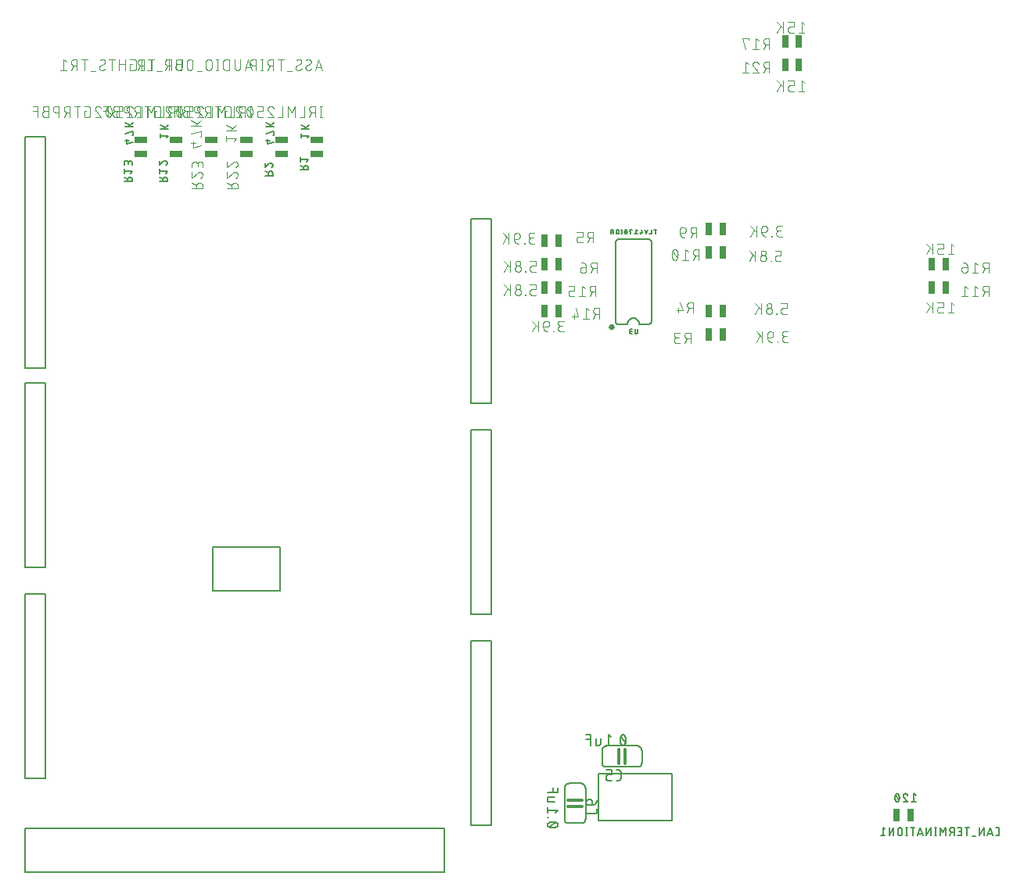
<source format=gbr>
G04 EAGLE Gerber RS-274X export*
G75*
%MOMM*%
%FSLAX34Y34*%
%LPD*%
%INSilkscreen Bottom*%
%IPPOS*%
%AMOC8*
5,1,8,0,0,1.08239X$1,22.5*%
G01*
%ADD10R,0.650000X1.400000*%
%ADD11C,0.127000*%
%ADD12C,0.152400*%
%ADD13C,0.304800*%
%ADD14C,0.101600*%
%ADD15R,1.400000X0.650000*%
%ADD16C,0.203200*%

G36*
X903995Y728730D02*
X903995Y728730D01*
X903997Y728732D01*
X903998Y728731D01*
X904669Y728966D01*
X904670Y728967D01*
X904671Y728967D01*
X905273Y729345D01*
X905274Y729347D01*
X905276Y729347D01*
X905778Y729849D01*
X905778Y729851D01*
X905780Y729852D01*
X906158Y730454D01*
X906158Y730455D01*
X906159Y730456D01*
X906394Y731127D01*
X906394Y731129D01*
X906395Y731130D01*
X906429Y731430D01*
X906429Y731431D01*
X906430Y731442D01*
X906466Y731765D01*
X906468Y731777D01*
X906474Y731836D01*
X906474Y731837D01*
X906473Y731838D01*
X906474Y731839D01*
X906395Y732545D01*
X906393Y732547D01*
X906394Y732548D01*
X906159Y733219D01*
X906158Y733220D01*
X906158Y733221D01*
X905780Y733823D01*
X905778Y733824D01*
X905778Y733826D01*
X905276Y734328D01*
X905274Y734328D01*
X905273Y734330D01*
X904671Y734708D01*
X904670Y734708D01*
X904669Y734709D01*
X903998Y734944D01*
X903996Y734944D01*
X903995Y734945D01*
X903289Y735024D01*
X903287Y735023D01*
X903286Y735024D01*
X902580Y734945D01*
X902578Y734943D01*
X902577Y734944D01*
X901906Y734709D01*
X901905Y734708D01*
X901904Y734708D01*
X901302Y734330D01*
X901301Y734328D01*
X901299Y734328D01*
X900797Y733826D01*
X900797Y733824D01*
X900795Y733823D01*
X900417Y733221D01*
X900417Y733220D01*
X900416Y733219D01*
X900181Y732548D01*
X900182Y732546D01*
X900180Y732545D01*
X900167Y732424D01*
X900165Y732412D01*
X900129Y732090D01*
X900128Y732078D01*
X900101Y731839D01*
X900102Y731837D01*
X900101Y731836D01*
X900180Y731130D01*
X900182Y731128D01*
X900181Y731127D01*
X900416Y730456D01*
X900417Y730455D01*
X900417Y730454D01*
X900795Y729852D01*
X900797Y729851D01*
X900797Y729849D01*
X901299Y729347D01*
X901301Y729347D01*
X901302Y729345D01*
X901904Y728967D01*
X901905Y728967D01*
X901906Y728966D01*
X902577Y728731D01*
X902579Y728732D01*
X902580Y728730D01*
X903286Y728651D01*
X903288Y728652D01*
X903289Y728651D01*
X903995Y728730D01*
G37*
D10*
X1226514Y203185D03*
X1211782Y203185D03*
D11*
X1319055Y180975D02*
X1320974Y180975D01*
X1321060Y180977D01*
X1321146Y180983D01*
X1321232Y180992D01*
X1321317Y181006D01*
X1321401Y181023D01*
X1321485Y181044D01*
X1321567Y181069D01*
X1321648Y181097D01*
X1321728Y181129D01*
X1321807Y181165D01*
X1321883Y181204D01*
X1321958Y181247D01*
X1322031Y181292D01*
X1322102Y181342D01*
X1322170Y181394D01*
X1322237Y181449D01*
X1322300Y181507D01*
X1322361Y181568D01*
X1322419Y181631D01*
X1322474Y181698D01*
X1322527Y181766D01*
X1322576Y181837D01*
X1322621Y181910D01*
X1322664Y181985D01*
X1322703Y182061D01*
X1322739Y182140D01*
X1322771Y182220D01*
X1322799Y182301D01*
X1322824Y182384D01*
X1322845Y182467D01*
X1322862Y182551D01*
X1322876Y182636D01*
X1322885Y182722D01*
X1322891Y182808D01*
X1322893Y182894D01*
X1322893Y187692D01*
X1322891Y187778D01*
X1322885Y187864D01*
X1322876Y187950D01*
X1322862Y188035D01*
X1322845Y188119D01*
X1322824Y188203D01*
X1322799Y188285D01*
X1322771Y188366D01*
X1322739Y188446D01*
X1322703Y188525D01*
X1322664Y188601D01*
X1322621Y188676D01*
X1322576Y188749D01*
X1322527Y188820D01*
X1322474Y188888D01*
X1322419Y188955D01*
X1322361Y189018D01*
X1322300Y189079D01*
X1322237Y189137D01*
X1322171Y189192D01*
X1322102Y189244D01*
X1322031Y189294D01*
X1321958Y189339D01*
X1321883Y189382D01*
X1321807Y189421D01*
X1321728Y189457D01*
X1321648Y189489D01*
X1321567Y189517D01*
X1321485Y189542D01*
X1321401Y189563D01*
X1321317Y189580D01*
X1321232Y189594D01*
X1321146Y189603D01*
X1321060Y189609D01*
X1320974Y189611D01*
X1319055Y189611D01*
X1313031Y189611D02*
X1315909Y180975D01*
X1310152Y180975D02*
X1313031Y189611D01*
X1310872Y183134D02*
X1315190Y183134D01*
X1306217Y180975D02*
X1306217Y189611D01*
X1301419Y180975D01*
X1301419Y189611D01*
X1297416Y180015D02*
X1293578Y180015D01*
X1288068Y180975D02*
X1288068Y189611D01*
X1290467Y189611D02*
X1285669Y189611D01*
X1281826Y180975D02*
X1277987Y180975D01*
X1281826Y180975D02*
X1281826Y189611D01*
X1277987Y189611D01*
X1278947Y185773D02*
X1281826Y185773D01*
X1274047Y189611D02*
X1274047Y180975D01*
X1274047Y189611D02*
X1271648Y189611D01*
X1271551Y189609D01*
X1271455Y189603D01*
X1271359Y189594D01*
X1271263Y189580D01*
X1271168Y189563D01*
X1271074Y189541D01*
X1270981Y189516D01*
X1270888Y189488D01*
X1270797Y189455D01*
X1270708Y189419D01*
X1270620Y189379D01*
X1270533Y189336D01*
X1270449Y189290D01*
X1270366Y189240D01*
X1270285Y189186D01*
X1270207Y189130D01*
X1270131Y189070D01*
X1270057Y189008D01*
X1269986Y188942D01*
X1269918Y188874D01*
X1269852Y188803D01*
X1269790Y188729D01*
X1269730Y188653D01*
X1269674Y188575D01*
X1269620Y188494D01*
X1269570Y188412D01*
X1269524Y188327D01*
X1269481Y188240D01*
X1269441Y188152D01*
X1269405Y188063D01*
X1269372Y187972D01*
X1269344Y187879D01*
X1269319Y187786D01*
X1269297Y187692D01*
X1269280Y187597D01*
X1269266Y187501D01*
X1269257Y187405D01*
X1269251Y187309D01*
X1269249Y187212D01*
X1269251Y187115D01*
X1269257Y187019D01*
X1269266Y186923D01*
X1269280Y186827D01*
X1269297Y186732D01*
X1269319Y186638D01*
X1269344Y186545D01*
X1269372Y186452D01*
X1269405Y186361D01*
X1269441Y186272D01*
X1269481Y186184D01*
X1269524Y186097D01*
X1269570Y186013D01*
X1269620Y185930D01*
X1269674Y185849D01*
X1269730Y185771D01*
X1269790Y185695D01*
X1269852Y185621D01*
X1269918Y185550D01*
X1269986Y185482D01*
X1270057Y185416D01*
X1270131Y185354D01*
X1270207Y185294D01*
X1270285Y185238D01*
X1270366Y185184D01*
X1270449Y185134D01*
X1270533Y185088D01*
X1270620Y185045D01*
X1270708Y185005D01*
X1270797Y184969D01*
X1270888Y184936D01*
X1270981Y184908D01*
X1271074Y184883D01*
X1271168Y184861D01*
X1271263Y184844D01*
X1271359Y184830D01*
X1271455Y184821D01*
X1271551Y184815D01*
X1271648Y184813D01*
X1274047Y184813D01*
X1271168Y184813D02*
X1269249Y180975D01*
X1264795Y180975D02*
X1264795Y189611D01*
X1261916Y184813D01*
X1259037Y189611D01*
X1259037Y180975D01*
X1253892Y180975D02*
X1253892Y189611D01*
X1254852Y180975D02*
X1252933Y180975D01*
X1252933Y189611D02*
X1254852Y189611D01*
X1248862Y189611D02*
X1248862Y180975D01*
X1244064Y180975D02*
X1248862Y189611D01*
X1244064Y189611D02*
X1244064Y180975D01*
X1240129Y180975D02*
X1237250Y189611D01*
X1234372Y180975D01*
X1235091Y183134D02*
X1239409Y183134D01*
X1228929Y180975D02*
X1228929Y189611D01*
X1231328Y189611D02*
X1226530Y189611D01*
X1222391Y189611D02*
X1222391Y180975D01*
X1221432Y180975D02*
X1223351Y180975D01*
X1223351Y189611D02*
X1221432Y189611D01*
X1217658Y187212D02*
X1217658Y183374D01*
X1217658Y187212D02*
X1217656Y187309D01*
X1217650Y187405D01*
X1217641Y187501D01*
X1217627Y187597D01*
X1217610Y187692D01*
X1217588Y187786D01*
X1217563Y187879D01*
X1217535Y187972D01*
X1217502Y188063D01*
X1217466Y188152D01*
X1217426Y188240D01*
X1217383Y188327D01*
X1217337Y188412D01*
X1217287Y188494D01*
X1217233Y188575D01*
X1217177Y188653D01*
X1217117Y188729D01*
X1217055Y188803D01*
X1216989Y188874D01*
X1216921Y188942D01*
X1216850Y189008D01*
X1216776Y189070D01*
X1216700Y189130D01*
X1216622Y189186D01*
X1216541Y189240D01*
X1216459Y189290D01*
X1216374Y189336D01*
X1216287Y189379D01*
X1216199Y189419D01*
X1216110Y189455D01*
X1216019Y189488D01*
X1215926Y189516D01*
X1215833Y189541D01*
X1215739Y189563D01*
X1215644Y189580D01*
X1215548Y189594D01*
X1215452Y189603D01*
X1215356Y189609D01*
X1215259Y189611D01*
X1215162Y189609D01*
X1215066Y189603D01*
X1214970Y189594D01*
X1214874Y189580D01*
X1214779Y189563D01*
X1214685Y189541D01*
X1214592Y189516D01*
X1214499Y189488D01*
X1214408Y189455D01*
X1214319Y189419D01*
X1214231Y189379D01*
X1214144Y189336D01*
X1214060Y189290D01*
X1213977Y189240D01*
X1213896Y189186D01*
X1213818Y189130D01*
X1213742Y189070D01*
X1213668Y189008D01*
X1213597Y188942D01*
X1213529Y188874D01*
X1213463Y188803D01*
X1213401Y188729D01*
X1213341Y188653D01*
X1213285Y188575D01*
X1213231Y188494D01*
X1213181Y188412D01*
X1213135Y188327D01*
X1213092Y188240D01*
X1213052Y188152D01*
X1213016Y188063D01*
X1212983Y187972D01*
X1212955Y187879D01*
X1212930Y187786D01*
X1212908Y187692D01*
X1212891Y187597D01*
X1212877Y187501D01*
X1212868Y187405D01*
X1212862Y187309D01*
X1212860Y187212D01*
X1212860Y183374D01*
X1212862Y183277D01*
X1212868Y183181D01*
X1212877Y183085D01*
X1212891Y182989D01*
X1212908Y182894D01*
X1212930Y182800D01*
X1212955Y182707D01*
X1212983Y182614D01*
X1213016Y182523D01*
X1213052Y182434D01*
X1213092Y182346D01*
X1213135Y182259D01*
X1213181Y182175D01*
X1213231Y182092D01*
X1213285Y182011D01*
X1213341Y181933D01*
X1213401Y181857D01*
X1213463Y181783D01*
X1213529Y181712D01*
X1213597Y181644D01*
X1213668Y181578D01*
X1213742Y181516D01*
X1213818Y181456D01*
X1213896Y181400D01*
X1213977Y181346D01*
X1214060Y181296D01*
X1214144Y181250D01*
X1214231Y181207D01*
X1214319Y181167D01*
X1214408Y181131D01*
X1214499Y181098D01*
X1214592Y181070D01*
X1214685Y181045D01*
X1214779Y181023D01*
X1214874Y181006D01*
X1214970Y180992D01*
X1215066Y180983D01*
X1215162Y180977D01*
X1215259Y180975D01*
X1215356Y180977D01*
X1215452Y180983D01*
X1215548Y180992D01*
X1215644Y181006D01*
X1215739Y181023D01*
X1215833Y181045D01*
X1215926Y181070D01*
X1216019Y181098D01*
X1216110Y181131D01*
X1216199Y181167D01*
X1216287Y181207D01*
X1216374Y181250D01*
X1216459Y181296D01*
X1216541Y181346D01*
X1216622Y181400D01*
X1216700Y181456D01*
X1216776Y181516D01*
X1216850Y181578D01*
X1216921Y181644D01*
X1216989Y181712D01*
X1217055Y181783D01*
X1217117Y181857D01*
X1217177Y181933D01*
X1217233Y182011D01*
X1217287Y182092D01*
X1217337Y182174D01*
X1217383Y182259D01*
X1217426Y182346D01*
X1217466Y182434D01*
X1217502Y182523D01*
X1217535Y182614D01*
X1217563Y182707D01*
X1217588Y182800D01*
X1217610Y182894D01*
X1217627Y182989D01*
X1217641Y183085D01*
X1217650Y183181D01*
X1217656Y183277D01*
X1217658Y183374D01*
X1208445Y180975D02*
X1208445Y189611D01*
X1203648Y180975D01*
X1203648Y189611D01*
X1199233Y187692D02*
X1196834Y189611D01*
X1196834Y180975D01*
X1199233Y180975D02*
X1194435Y180975D01*
X1230159Y226441D02*
X1232558Y224522D01*
X1230159Y226441D02*
X1230159Y217805D01*
X1232558Y217805D02*
X1227760Y217805D01*
X1221003Y226441D02*
X1220911Y226439D01*
X1220820Y226433D01*
X1220729Y226424D01*
X1220638Y226410D01*
X1220548Y226393D01*
X1220459Y226371D01*
X1220371Y226346D01*
X1220284Y226318D01*
X1220198Y226285D01*
X1220114Y226249D01*
X1220031Y226210D01*
X1219950Y226167D01*
X1219871Y226120D01*
X1219794Y226071D01*
X1219719Y226018D01*
X1219647Y225962D01*
X1219577Y225903D01*
X1219509Y225841D01*
X1219444Y225776D01*
X1219382Y225708D01*
X1219323Y225638D01*
X1219267Y225566D01*
X1219214Y225491D01*
X1219165Y225414D01*
X1219118Y225335D01*
X1219075Y225254D01*
X1219036Y225171D01*
X1219000Y225087D01*
X1218967Y225001D01*
X1218939Y224914D01*
X1218914Y224826D01*
X1218892Y224737D01*
X1218875Y224647D01*
X1218861Y224556D01*
X1218852Y224465D01*
X1218846Y224374D01*
X1218844Y224282D01*
X1221003Y226441D02*
X1221106Y226439D01*
X1221208Y226433D01*
X1221310Y226424D01*
X1221412Y226411D01*
X1221513Y226394D01*
X1221614Y226373D01*
X1221713Y226349D01*
X1221812Y226320D01*
X1221909Y226289D01*
X1222006Y226253D01*
X1222101Y226215D01*
X1222194Y226172D01*
X1222286Y226126D01*
X1222376Y226077D01*
X1222464Y226025D01*
X1222551Y225969D01*
X1222635Y225910D01*
X1222716Y225849D01*
X1222796Y225784D01*
X1222873Y225716D01*
X1222948Y225645D01*
X1223019Y225572D01*
X1223088Y225496D01*
X1223155Y225418D01*
X1223218Y225337D01*
X1223278Y225254D01*
X1223335Y225169D01*
X1223389Y225082D01*
X1223440Y224992D01*
X1223487Y224901D01*
X1223531Y224809D01*
X1223572Y224714D01*
X1223609Y224619D01*
X1223642Y224522D01*
X1219564Y222603D02*
X1219497Y222669D01*
X1219433Y222738D01*
X1219372Y222809D01*
X1219314Y222883D01*
X1219259Y222959D01*
X1219207Y223037D01*
X1219158Y223117D01*
X1219112Y223199D01*
X1219070Y223283D01*
X1219031Y223369D01*
X1218996Y223456D01*
X1218965Y223544D01*
X1218937Y223634D01*
X1218912Y223724D01*
X1218891Y223816D01*
X1218874Y223908D01*
X1218861Y224001D01*
X1218852Y224094D01*
X1218846Y224188D01*
X1218844Y224282D01*
X1219564Y222603D02*
X1223642Y217805D01*
X1218844Y217805D01*
X1214727Y222123D02*
X1214725Y222293D01*
X1214719Y222463D01*
X1214709Y222632D01*
X1214695Y222802D01*
X1214676Y222971D01*
X1214654Y223139D01*
X1214628Y223307D01*
X1214598Y223474D01*
X1214563Y223640D01*
X1214525Y223806D01*
X1214483Y223971D01*
X1214437Y224134D01*
X1214387Y224297D01*
X1214333Y224458D01*
X1214276Y224618D01*
X1214214Y224776D01*
X1214149Y224933D01*
X1214080Y225088D01*
X1214007Y225242D01*
X1213979Y225318D01*
X1213947Y225393D01*
X1213912Y225467D01*
X1213874Y225539D01*
X1213832Y225609D01*
X1213787Y225677D01*
X1213739Y225743D01*
X1213688Y225807D01*
X1213634Y225868D01*
X1213578Y225927D01*
X1213518Y225983D01*
X1213457Y226036D01*
X1213393Y226086D01*
X1213326Y226134D01*
X1213258Y226178D01*
X1213187Y226219D01*
X1213115Y226257D01*
X1213041Y226291D01*
X1212966Y226322D01*
X1212889Y226350D01*
X1212811Y226374D01*
X1212732Y226394D01*
X1212652Y226411D01*
X1212572Y226424D01*
X1212491Y226434D01*
X1212410Y226439D01*
X1212328Y226441D01*
X1212246Y226439D01*
X1212165Y226434D01*
X1212084Y226424D01*
X1212004Y226411D01*
X1211924Y226394D01*
X1211845Y226374D01*
X1211767Y226350D01*
X1211690Y226322D01*
X1211615Y226291D01*
X1211541Y226257D01*
X1211469Y226219D01*
X1211398Y226178D01*
X1211330Y226134D01*
X1211263Y226086D01*
X1211199Y226036D01*
X1211138Y225983D01*
X1211078Y225927D01*
X1211022Y225868D01*
X1210968Y225807D01*
X1210917Y225743D01*
X1210869Y225677D01*
X1210824Y225609D01*
X1210782Y225539D01*
X1210744Y225467D01*
X1210709Y225393D01*
X1210677Y225318D01*
X1210649Y225242D01*
X1210576Y225088D01*
X1210507Y224933D01*
X1210442Y224776D01*
X1210380Y224618D01*
X1210323Y224458D01*
X1210269Y224297D01*
X1210219Y224134D01*
X1210173Y223971D01*
X1210131Y223806D01*
X1210093Y223640D01*
X1210058Y223474D01*
X1210028Y223307D01*
X1210002Y223139D01*
X1209980Y222971D01*
X1209961Y222802D01*
X1209947Y222632D01*
X1209937Y222463D01*
X1209931Y222293D01*
X1209929Y222123D01*
X1214727Y222123D02*
X1214725Y221953D01*
X1214719Y221783D01*
X1214709Y221614D01*
X1214695Y221444D01*
X1214676Y221275D01*
X1214654Y221107D01*
X1214628Y220939D01*
X1214598Y220772D01*
X1214563Y220606D01*
X1214525Y220440D01*
X1214483Y220275D01*
X1214437Y220112D01*
X1214387Y219950D01*
X1214333Y219788D01*
X1214276Y219629D01*
X1214214Y219470D01*
X1214149Y219313D01*
X1214080Y219158D01*
X1214007Y219004D01*
X1213979Y218928D01*
X1213947Y218853D01*
X1213912Y218779D01*
X1213874Y218707D01*
X1213832Y218637D01*
X1213787Y218569D01*
X1213739Y218503D01*
X1213688Y218439D01*
X1213634Y218378D01*
X1213578Y218319D01*
X1213518Y218263D01*
X1213457Y218210D01*
X1213393Y218160D01*
X1213326Y218112D01*
X1213258Y218068D01*
X1213187Y218027D01*
X1213115Y217989D01*
X1213041Y217955D01*
X1212966Y217924D01*
X1212889Y217896D01*
X1212811Y217872D01*
X1212732Y217852D01*
X1212652Y217835D01*
X1212572Y217822D01*
X1212491Y217812D01*
X1212410Y217807D01*
X1212328Y217805D01*
X1210649Y219004D02*
X1210576Y219158D01*
X1210507Y219313D01*
X1210442Y219470D01*
X1210380Y219629D01*
X1210323Y219788D01*
X1210269Y219950D01*
X1210219Y220112D01*
X1210173Y220275D01*
X1210131Y220440D01*
X1210093Y220606D01*
X1210058Y220772D01*
X1210028Y220939D01*
X1210002Y221107D01*
X1209980Y221275D01*
X1209961Y221444D01*
X1209947Y221614D01*
X1209937Y221783D01*
X1209931Y221953D01*
X1209929Y222123D01*
X1210649Y219004D02*
X1210677Y218928D01*
X1210709Y218853D01*
X1210744Y218779D01*
X1210782Y218707D01*
X1210824Y218637D01*
X1210869Y218569D01*
X1210917Y218503D01*
X1210968Y218439D01*
X1211022Y218378D01*
X1211078Y218319D01*
X1211138Y218263D01*
X1211199Y218210D01*
X1211263Y218160D01*
X1211330Y218112D01*
X1211398Y218068D01*
X1211469Y218027D01*
X1211541Y217989D01*
X1211615Y217955D01*
X1211690Y217924D01*
X1211767Y217896D01*
X1211845Y217872D01*
X1211924Y217852D01*
X1212004Y217835D01*
X1212084Y217822D01*
X1212165Y217812D01*
X1212246Y217807D01*
X1212328Y217805D01*
X1214247Y219724D02*
X1210409Y224522D01*
X773080Y392080D02*
X750920Y392080D01*
X750920Y192120D01*
X773080Y192120D01*
X773080Y392080D01*
X773080Y620680D02*
X750920Y620680D01*
X750920Y420720D01*
X773080Y420720D01*
X773080Y620680D01*
X773080Y849280D02*
X750920Y849280D01*
X750920Y649320D01*
X773080Y649320D01*
X773080Y849280D01*
X268320Y188880D02*
X268320Y141320D01*
X722280Y141320D01*
X722280Y188880D01*
X268320Y188880D01*
X268320Y442880D02*
X290480Y442880D01*
X268320Y442880D02*
X268320Y242920D01*
X290480Y242920D01*
X290480Y442880D01*
X290480Y671480D02*
X268320Y671480D01*
X268320Y471520D01*
X290480Y471520D01*
X290480Y671480D01*
X290480Y938180D02*
X268320Y938180D01*
X268320Y687420D01*
X290480Y687420D01*
X290480Y938180D01*
X471520Y446120D02*
X544480Y446120D01*
X544480Y493680D01*
X471520Y493680D01*
X471520Y446120D01*
X889000Y196850D02*
X968502Y196850D01*
X968502Y247650D01*
X889000Y247650D01*
X889000Y196850D01*
D12*
X892810Y260350D02*
X892810Y273050D01*
X892810Y260350D02*
X892812Y260210D01*
X892818Y260070D01*
X892827Y259930D01*
X892841Y259791D01*
X892858Y259652D01*
X892879Y259514D01*
X892904Y259376D01*
X892933Y259239D01*
X892965Y259103D01*
X893002Y258968D01*
X893042Y258834D01*
X893085Y258701D01*
X893133Y258569D01*
X893183Y258438D01*
X893238Y258309D01*
X893296Y258182D01*
X893357Y258056D01*
X893422Y257932D01*
X893491Y257810D01*
X893562Y257690D01*
X893637Y257572D01*
X893715Y257455D01*
X893797Y257341D01*
X893881Y257230D01*
X893969Y257121D01*
X894059Y257014D01*
X894153Y256909D01*
X894249Y256808D01*
X894348Y256709D01*
X894449Y256613D01*
X894554Y256519D01*
X894661Y256429D01*
X894770Y256341D01*
X894881Y256257D01*
X894995Y256175D01*
X895112Y256097D01*
X895230Y256022D01*
X895350Y255951D01*
X895472Y255882D01*
X895596Y255817D01*
X895722Y255756D01*
X895849Y255698D01*
X895978Y255643D01*
X896109Y255593D01*
X896241Y255545D01*
X896374Y255502D01*
X896508Y255462D01*
X896643Y255425D01*
X896779Y255393D01*
X896916Y255364D01*
X897054Y255339D01*
X897192Y255318D01*
X897331Y255301D01*
X897470Y255287D01*
X897610Y255278D01*
X897750Y255272D01*
X897890Y255270D01*
X892810Y273050D02*
X892812Y273190D01*
X892818Y273330D01*
X892827Y273470D01*
X892841Y273609D01*
X892858Y273748D01*
X892879Y273886D01*
X892904Y274024D01*
X892933Y274161D01*
X892965Y274297D01*
X893002Y274432D01*
X893042Y274566D01*
X893085Y274699D01*
X893133Y274831D01*
X893183Y274962D01*
X893238Y275091D01*
X893296Y275218D01*
X893357Y275344D01*
X893422Y275468D01*
X893491Y275590D01*
X893562Y275710D01*
X893637Y275828D01*
X893715Y275945D01*
X893797Y276059D01*
X893881Y276170D01*
X893969Y276279D01*
X894059Y276386D01*
X894153Y276491D01*
X894249Y276592D01*
X894348Y276691D01*
X894449Y276787D01*
X894554Y276881D01*
X894661Y276971D01*
X894770Y277059D01*
X894881Y277143D01*
X894995Y277225D01*
X895112Y277303D01*
X895230Y277378D01*
X895350Y277449D01*
X895472Y277518D01*
X895596Y277583D01*
X895722Y277644D01*
X895849Y277702D01*
X895978Y277757D01*
X896109Y277807D01*
X896241Y277855D01*
X896374Y277898D01*
X896508Y277938D01*
X896643Y277975D01*
X896779Y278007D01*
X896916Y278036D01*
X897054Y278061D01*
X897192Y278082D01*
X897331Y278099D01*
X897470Y278113D01*
X897610Y278122D01*
X897750Y278128D01*
X897890Y278130D01*
X897890Y255270D02*
X930910Y255270D01*
X935990Y260350D02*
X935990Y273050D01*
X930910Y278130D02*
X897890Y278130D01*
X930910Y255270D02*
X931050Y255272D01*
X931190Y255278D01*
X931330Y255287D01*
X931469Y255301D01*
X931608Y255318D01*
X931746Y255339D01*
X931884Y255364D01*
X932021Y255393D01*
X932157Y255425D01*
X932292Y255462D01*
X932426Y255502D01*
X932559Y255545D01*
X932691Y255593D01*
X932822Y255643D01*
X932951Y255698D01*
X933078Y255756D01*
X933204Y255817D01*
X933328Y255882D01*
X933450Y255951D01*
X933570Y256022D01*
X933688Y256097D01*
X933805Y256175D01*
X933919Y256257D01*
X934030Y256341D01*
X934139Y256429D01*
X934246Y256519D01*
X934351Y256613D01*
X934452Y256709D01*
X934551Y256808D01*
X934647Y256909D01*
X934741Y257014D01*
X934831Y257121D01*
X934919Y257230D01*
X935003Y257341D01*
X935085Y257455D01*
X935163Y257572D01*
X935238Y257690D01*
X935309Y257810D01*
X935378Y257932D01*
X935443Y258056D01*
X935504Y258182D01*
X935562Y258309D01*
X935617Y258438D01*
X935667Y258569D01*
X935715Y258701D01*
X935758Y258834D01*
X935798Y258968D01*
X935835Y259103D01*
X935867Y259239D01*
X935896Y259376D01*
X935921Y259514D01*
X935942Y259652D01*
X935959Y259791D01*
X935973Y259930D01*
X935982Y260070D01*
X935988Y260210D01*
X935990Y260350D01*
X935990Y273050D02*
X935988Y273190D01*
X935982Y273330D01*
X935973Y273470D01*
X935959Y273609D01*
X935942Y273748D01*
X935921Y273886D01*
X935896Y274024D01*
X935867Y274161D01*
X935835Y274297D01*
X935798Y274432D01*
X935758Y274566D01*
X935715Y274699D01*
X935667Y274831D01*
X935617Y274962D01*
X935562Y275091D01*
X935504Y275218D01*
X935443Y275344D01*
X935378Y275468D01*
X935309Y275590D01*
X935238Y275710D01*
X935163Y275828D01*
X935085Y275945D01*
X935003Y276059D01*
X934919Y276170D01*
X934831Y276279D01*
X934741Y276386D01*
X934647Y276491D01*
X934551Y276592D01*
X934452Y276691D01*
X934351Y276787D01*
X934246Y276881D01*
X934139Y276971D01*
X934030Y277059D01*
X933919Y277143D01*
X933805Y277225D01*
X933688Y277303D01*
X933570Y277378D01*
X933450Y277449D01*
X933328Y277518D01*
X933204Y277583D01*
X933078Y277644D01*
X932951Y277702D01*
X932822Y277757D01*
X932691Y277807D01*
X932559Y277855D01*
X932426Y277898D01*
X932292Y277938D01*
X932157Y277975D01*
X932021Y278007D01*
X931884Y278036D01*
X931746Y278061D01*
X931608Y278082D01*
X931469Y278099D01*
X931330Y278113D01*
X931190Y278122D01*
X931050Y278128D01*
X930910Y278130D01*
D13*
X911352Y274320D02*
X911352Y259080D01*
X917702Y259080D02*
X917702Y274320D01*
D11*
X910627Y240665D02*
X908087Y240665D01*
X910627Y240665D02*
X910727Y240667D01*
X910826Y240673D01*
X910926Y240683D01*
X911024Y240696D01*
X911123Y240714D01*
X911220Y240735D01*
X911316Y240760D01*
X911412Y240789D01*
X911506Y240822D01*
X911599Y240858D01*
X911690Y240898D01*
X911780Y240942D01*
X911868Y240989D01*
X911954Y241039D01*
X912038Y241093D01*
X912120Y241150D01*
X912199Y241210D01*
X912277Y241274D01*
X912351Y241340D01*
X912423Y241409D01*
X912492Y241481D01*
X912558Y241555D01*
X912622Y241633D01*
X912682Y241712D01*
X912739Y241794D01*
X912793Y241878D01*
X912843Y241964D01*
X912890Y242052D01*
X912934Y242142D01*
X912974Y242233D01*
X913010Y242326D01*
X913043Y242420D01*
X913072Y242516D01*
X913097Y242612D01*
X913118Y242709D01*
X913136Y242808D01*
X913149Y242906D01*
X913159Y243006D01*
X913165Y243105D01*
X913167Y243205D01*
X913167Y249555D01*
X913165Y249655D01*
X913159Y249754D01*
X913149Y249854D01*
X913136Y249952D01*
X913118Y250051D01*
X913097Y250148D01*
X913072Y250244D01*
X913043Y250340D01*
X913010Y250434D01*
X912974Y250527D01*
X912934Y250618D01*
X912890Y250708D01*
X912843Y250796D01*
X912793Y250882D01*
X912739Y250966D01*
X912682Y251048D01*
X912622Y251127D01*
X912558Y251205D01*
X912492Y251279D01*
X912423Y251351D01*
X912351Y251420D01*
X912277Y251486D01*
X912199Y251550D01*
X912120Y251610D01*
X912038Y251667D01*
X911954Y251721D01*
X911868Y251771D01*
X911780Y251818D01*
X911690Y251862D01*
X911599Y251902D01*
X911506Y251938D01*
X911412Y251971D01*
X911316Y252000D01*
X911220Y252025D01*
X911123Y252046D01*
X911024Y252064D01*
X910926Y252077D01*
X910826Y252087D01*
X910727Y252093D01*
X910627Y252095D01*
X908087Y252095D01*
X903605Y240665D02*
X899795Y240665D01*
X899695Y240667D01*
X899596Y240673D01*
X899496Y240683D01*
X899398Y240696D01*
X899299Y240714D01*
X899202Y240735D01*
X899106Y240760D01*
X899010Y240789D01*
X898916Y240822D01*
X898823Y240858D01*
X898732Y240898D01*
X898642Y240942D01*
X898554Y240989D01*
X898468Y241039D01*
X898384Y241093D01*
X898302Y241150D01*
X898223Y241210D01*
X898145Y241274D01*
X898071Y241340D01*
X897999Y241409D01*
X897930Y241481D01*
X897864Y241555D01*
X897800Y241633D01*
X897740Y241712D01*
X897683Y241794D01*
X897629Y241878D01*
X897579Y241964D01*
X897532Y242052D01*
X897488Y242142D01*
X897448Y242233D01*
X897412Y242326D01*
X897379Y242420D01*
X897350Y242516D01*
X897325Y242612D01*
X897304Y242709D01*
X897286Y242808D01*
X897273Y242906D01*
X897263Y243006D01*
X897257Y243105D01*
X897255Y243205D01*
X897255Y244475D01*
X897257Y244575D01*
X897263Y244674D01*
X897273Y244774D01*
X897286Y244872D01*
X897304Y244971D01*
X897325Y245068D01*
X897350Y245164D01*
X897379Y245260D01*
X897412Y245354D01*
X897448Y245447D01*
X897488Y245538D01*
X897532Y245628D01*
X897579Y245716D01*
X897629Y245802D01*
X897683Y245886D01*
X897740Y245968D01*
X897800Y246047D01*
X897864Y246125D01*
X897930Y246199D01*
X897999Y246271D01*
X898071Y246340D01*
X898145Y246406D01*
X898223Y246470D01*
X898302Y246530D01*
X898384Y246587D01*
X898468Y246641D01*
X898554Y246691D01*
X898642Y246738D01*
X898732Y246782D01*
X898823Y246822D01*
X898916Y246858D01*
X899010Y246891D01*
X899106Y246920D01*
X899202Y246945D01*
X899299Y246966D01*
X899398Y246984D01*
X899496Y246997D01*
X899596Y247007D01*
X899695Y247013D01*
X899795Y247015D01*
X903605Y247015D01*
X903605Y252095D01*
X897255Y252095D01*
X918845Y284480D02*
X918842Y284705D01*
X918834Y284930D01*
X918821Y285154D01*
X918802Y285378D01*
X918778Y285602D01*
X918749Y285825D01*
X918714Y286047D01*
X918674Y286268D01*
X918628Y286488D01*
X918578Y286707D01*
X918522Y286925D01*
X918461Y287142D01*
X918395Y287357D01*
X918324Y287570D01*
X918247Y287781D01*
X918166Y287991D01*
X918080Y288199D01*
X917989Y288404D01*
X917893Y288607D01*
X917893Y288608D02*
X917861Y288696D01*
X917825Y288783D01*
X917786Y288869D01*
X917743Y288953D01*
X917697Y289035D01*
X917648Y289115D01*
X917596Y289193D01*
X917540Y289269D01*
X917482Y289343D01*
X917420Y289414D01*
X917356Y289483D01*
X917289Y289549D01*
X917220Y289612D01*
X917148Y289673D01*
X917074Y289731D01*
X916997Y289785D01*
X916919Y289837D01*
X916838Y289885D01*
X916756Y289930D01*
X916671Y289972D01*
X916585Y290010D01*
X916498Y290045D01*
X916410Y290077D01*
X916320Y290104D01*
X916229Y290129D01*
X916137Y290149D01*
X916045Y290166D01*
X915951Y290179D01*
X915858Y290188D01*
X915764Y290194D01*
X915670Y290196D01*
X915576Y290194D01*
X915482Y290188D01*
X915389Y290179D01*
X915295Y290166D01*
X915203Y290149D01*
X915111Y290129D01*
X915020Y290104D01*
X914930Y290077D01*
X914842Y290045D01*
X914755Y290010D01*
X914669Y289972D01*
X914584Y289930D01*
X914502Y289885D01*
X914421Y289837D01*
X914343Y289785D01*
X914266Y289731D01*
X914192Y289673D01*
X914120Y289612D01*
X914051Y289549D01*
X913984Y289483D01*
X913920Y289414D01*
X913858Y289343D01*
X913800Y289269D01*
X913744Y289193D01*
X913692Y289115D01*
X913643Y289035D01*
X913597Y288953D01*
X913554Y288869D01*
X913515Y288783D01*
X913479Y288696D01*
X913447Y288608D01*
X913447Y288607D02*
X913351Y288404D01*
X913260Y288199D01*
X913174Y287991D01*
X913093Y287781D01*
X913016Y287570D01*
X912945Y287357D01*
X912879Y287142D01*
X912818Y286925D01*
X912762Y286707D01*
X912712Y286488D01*
X912666Y286268D01*
X912626Y286047D01*
X912591Y285825D01*
X912562Y285602D01*
X912538Y285378D01*
X912519Y285154D01*
X912506Y284930D01*
X912498Y284705D01*
X912495Y284480D01*
X918845Y284480D02*
X918842Y284255D01*
X918834Y284030D01*
X918821Y283806D01*
X918802Y283582D01*
X918778Y283358D01*
X918749Y283135D01*
X918714Y282913D01*
X918674Y282692D01*
X918628Y282472D01*
X918578Y282253D01*
X918522Y282035D01*
X918461Y281818D01*
X918395Y281603D01*
X918324Y281390D01*
X918247Y281179D01*
X918166Y280969D01*
X918080Y280761D01*
X917989Y280556D01*
X917893Y280353D01*
X917861Y280265D01*
X917825Y280178D01*
X917786Y280092D01*
X917743Y280008D01*
X917697Y279926D01*
X917648Y279846D01*
X917596Y279768D01*
X917540Y279692D01*
X917482Y279618D01*
X917420Y279547D01*
X917356Y279478D01*
X917289Y279412D01*
X917220Y279349D01*
X917148Y279288D01*
X917074Y279230D01*
X916997Y279176D01*
X916919Y279124D01*
X916838Y279076D01*
X916756Y279031D01*
X916671Y278989D01*
X916585Y278951D01*
X916498Y278916D01*
X916410Y278884D01*
X916320Y278857D01*
X916229Y278832D01*
X916137Y278812D01*
X916045Y278795D01*
X915951Y278782D01*
X915858Y278773D01*
X915764Y278767D01*
X915670Y278765D01*
X913447Y280353D02*
X913351Y280556D01*
X913260Y280761D01*
X913174Y280969D01*
X913093Y281179D01*
X913016Y281390D01*
X912945Y281603D01*
X912879Y281818D01*
X912818Y282035D01*
X912762Y282253D01*
X912712Y282472D01*
X912666Y282692D01*
X912626Y282913D01*
X912591Y283135D01*
X912562Y283358D01*
X912538Y283582D01*
X912519Y283806D01*
X912506Y284030D01*
X912498Y284255D01*
X912495Y284480D01*
X913447Y280353D02*
X913479Y280265D01*
X913515Y280178D01*
X913554Y280092D01*
X913597Y280008D01*
X913643Y279926D01*
X913692Y279846D01*
X913744Y279768D01*
X913800Y279692D01*
X913858Y279618D01*
X913920Y279547D01*
X913984Y279478D01*
X914051Y279412D01*
X914120Y279349D01*
X914192Y279288D01*
X914266Y279230D01*
X914343Y279176D01*
X914421Y279124D01*
X914502Y279076D01*
X914584Y279031D01*
X914669Y278989D01*
X914755Y278951D01*
X914842Y278916D01*
X914930Y278884D01*
X915020Y278857D01*
X915111Y278832D01*
X915203Y278812D01*
X915295Y278795D01*
X915389Y278782D01*
X915482Y278773D01*
X915576Y278767D01*
X915670Y278765D01*
X918210Y281305D02*
X913130Y287655D01*
X907987Y279400D02*
X907987Y278765D01*
X907987Y279400D02*
X907352Y279400D01*
X907352Y278765D01*
X907987Y278765D01*
X902843Y287655D02*
X899668Y290195D01*
X899668Y278765D01*
X902843Y278765D02*
X896493Y278765D01*
X891159Y280670D02*
X891159Y286385D01*
X891159Y280670D02*
X891157Y280585D01*
X891151Y280499D01*
X891142Y280414D01*
X891128Y280330D01*
X891111Y280246D01*
X891090Y280163D01*
X891066Y280081D01*
X891038Y280001D01*
X891006Y279921D01*
X890970Y279843D01*
X890932Y279767D01*
X890889Y279693D01*
X890844Y279621D01*
X890795Y279550D01*
X890743Y279482D01*
X890689Y279417D01*
X890631Y279354D01*
X890570Y279293D01*
X890507Y279235D01*
X890442Y279181D01*
X890374Y279129D01*
X890303Y279080D01*
X890231Y279035D01*
X890157Y278992D01*
X890081Y278954D01*
X890003Y278918D01*
X889923Y278886D01*
X889843Y278858D01*
X889761Y278834D01*
X889678Y278813D01*
X889594Y278796D01*
X889510Y278782D01*
X889425Y278773D01*
X889339Y278767D01*
X889254Y278765D01*
X886079Y278765D01*
X886079Y286385D01*
X880339Y290195D02*
X880339Y278765D01*
X880339Y290195D02*
X875259Y290195D01*
X875259Y285115D02*
X880339Y285115D01*
D12*
X869950Y237490D02*
X857250Y237490D01*
X857110Y237488D01*
X856970Y237482D01*
X856830Y237473D01*
X856691Y237459D01*
X856552Y237442D01*
X856414Y237421D01*
X856276Y237396D01*
X856139Y237367D01*
X856003Y237335D01*
X855868Y237298D01*
X855734Y237258D01*
X855601Y237215D01*
X855469Y237167D01*
X855338Y237117D01*
X855209Y237062D01*
X855082Y237004D01*
X854956Y236943D01*
X854832Y236878D01*
X854710Y236809D01*
X854590Y236738D01*
X854472Y236663D01*
X854355Y236585D01*
X854241Y236503D01*
X854130Y236419D01*
X854021Y236331D01*
X853914Y236241D01*
X853809Y236147D01*
X853708Y236051D01*
X853609Y235952D01*
X853513Y235851D01*
X853419Y235746D01*
X853329Y235639D01*
X853241Y235530D01*
X853157Y235419D01*
X853075Y235305D01*
X852997Y235188D01*
X852922Y235070D01*
X852851Y234950D01*
X852782Y234828D01*
X852717Y234704D01*
X852656Y234578D01*
X852598Y234451D01*
X852543Y234322D01*
X852493Y234191D01*
X852445Y234059D01*
X852402Y233926D01*
X852362Y233792D01*
X852325Y233657D01*
X852293Y233521D01*
X852264Y233384D01*
X852239Y233246D01*
X852218Y233108D01*
X852201Y232969D01*
X852187Y232830D01*
X852178Y232690D01*
X852172Y232550D01*
X852170Y232410D01*
X869950Y237490D02*
X870090Y237488D01*
X870230Y237482D01*
X870370Y237473D01*
X870509Y237459D01*
X870648Y237442D01*
X870786Y237421D01*
X870924Y237396D01*
X871061Y237367D01*
X871197Y237335D01*
X871332Y237298D01*
X871466Y237258D01*
X871599Y237215D01*
X871731Y237167D01*
X871862Y237117D01*
X871991Y237062D01*
X872118Y237004D01*
X872244Y236943D01*
X872368Y236878D01*
X872490Y236809D01*
X872610Y236738D01*
X872728Y236663D01*
X872845Y236585D01*
X872959Y236503D01*
X873070Y236419D01*
X873179Y236331D01*
X873286Y236241D01*
X873391Y236147D01*
X873492Y236051D01*
X873591Y235952D01*
X873687Y235851D01*
X873781Y235746D01*
X873871Y235639D01*
X873959Y235530D01*
X874043Y235419D01*
X874125Y235305D01*
X874203Y235188D01*
X874278Y235070D01*
X874349Y234950D01*
X874418Y234828D01*
X874483Y234704D01*
X874544Y234578D01*
X874602Y234451D01*
X874657Y234322D01*
X874707Y234191D01*
X874755Y234059D01*
X874798Y233926D01*
X874838Y233792D01*
X874875Y233657D01*
X874907Y233521D01*
X874936Y233384D01*
X874961Y233246D01*
X874982Y233108D01*
X874999Y232969D01*
X875013Y232830D01*
X875022Y232690D01*
X875028Y232550D01*
X875030Y232410D01*
X852170Y232410D02*
X852170Y199390D01*
X857250Y194310D02*
X869950Y194310D01*
X875030Y199390D02*
X875030Y232410D01*
X852170Y199390D02*
X852172Y199250D01*
X852178Y199110D01*
X852187Y198970D01*
X852201Y198831D01*
X852218Y198692D01*
X852239Y198554D01*
X852264Y198416D01*
X852293Y198279D01*
X852325Y198143D01*
X852362Y198008D01*
X852402Y197874D01*
X852445Y197741D01*
X852493Y197609D01*
X852543Y197478D01*
X852598Y197349D01*
X852656Y197222D01*
X852717Y197096D01*
X852782Y196972D01*
X852851Y196850D01*
X852922Y196730D01*
X852997Y196612D01*
X853075Y196495D01*
X853157Y196381D01*
X853241Y196270D01*
X853329Y196161D01*
X853419Y196054D01*
X853513Y195949D01*
X853609Y195848D01*
X853708Y195749D01*
X853809Y195653D01*
X853914Y195559D01*
X854021Y195469D01*
X854130Y195381D01*
X854241Y195297D01*
X854355Y195215D01*
X854472Y195137D01*
X854590Y195062D01*
X854710Y194991D01*
X854832Y194922D01*
X854956Y194857D01*
X855082Y194796D01*
X855209Y194738D01*
X855338Y194683D01*
X855469Y194633D01*
X855601Y194585D01*
X855734Y194542D01*
X855868Y194502D01*
X856003Y194465D01*
X856139Y194433D01*
X856276Y194404D01*
X856414Y194379D01*
X856552Y194358D01*
X856691Y194341D01*
X856830Y194327D01*
X856970Y194318D01*
X857110Y194312D01*
X857250Y194310D01*
X869950Y194310D02*
X870090Y194312D01*
X870230Y194318D01*
X870370Y194327D01*
X870509Y194341D01*
X870648Y194358D01*
X870786Y194379D01*
X870924Y194404D01*
X871061Y194433D01*
X871197Y194465D01*
X871332Y194502D01*
X871466Y194542D01*
X871599Y194585D01*
X871731Y194633D01*
X871862Y194683D01*
X871991Y194738D01*
X872118Y194796D01*
X872244Y194857D01*
X872368Y194922D01*
X872490Y194991D01*
X872610Y195062D01*
X872728Y195137D01*
X872845Y195215D01*
X872959Y195297D01*
X873070Y195381D01*
X873179Y195469D01*
X873286Y195559D01*
X873391Y195653D01*
X873492Y195749D01*
X873591Y195848D01*
X873687Y195949D01*
X873781Y196054D01*
X873871Y196161D01*
X873959Y196270D01*
X874043Y196381D01*
X874125Y196495D01*
X874203Y196612D01*
X874278Y196730D01*
X874349Y196850D01*
X874418Y196972D01*
X874483Y197096D01*
X874544Y197222D01*
X874602Y197349D01*
X874657Y197478D01*
X874707Y197609D01*
X874755Y197741D01*
X874798Y197874D01*
X874838Y198008D01*
X874875Y198143D01*
X874907Y198279D01*
X874936Y198416D01*
X874961Y198554D01*
X874982Y198692D01*
X874999Y198831D01*
X875013Y198970D01*
X875022Y199110D01*
X875028Y199250D01*
X875030Y199390D01*
D13*
X871220Y218948D02*
X855980Y218948D01*
X855980Y212598D02*
X871220Y212598D01*
D11*
X875665Y209513D02*
X875665Y206973D01*
X875667Y206873D01*
X875673Y206774D01*
X875683Y206674D01*
X875696Y206576D01*
X875714Y206477D01*
X875735Y206380D01*
X875760Y206284D01*
X875789Y206188D01*
X875822Y206094D01*
X875858Y206001D01*
X875898Y205910D01*
X875942Y205820D01*
X875989Y205732D01*
X876039Y205646D01*
X876093Y205562D01*
X876150Y205480D01*
X876210Y205401D01*
X876274Y205323D01*
X876340Y205249D01*
X876409Y205177D01*
X876481Y205108D01*
X876555Y205042D01*
X876633Y204978D01*
X876712Y204918D01*
X876794Y204861D01*
X876878Y204807D01*
X876964Y204757D01*
X877052Y204710D01*
X877142Y204666D01*
X877233Y204626D01*
X877326Y204590D01*
X877420Y204557D01*
X877516Y204528D01*
X877612Y204503D01*
X877709Y204482D01*
X877808Y204464D01*
X877906Y204451D01*
X878006Y204441D01*
X878105Y204435D01*
X878205Y204433D01*
X884555Y204433D01*
X884655Y204435D01*
X884754Y204441D01*
X884854Y204451D01*
X884952Y204464D01*
X885051Y204482D01*
X885148Y204503D01*
X885244Y204528D01*
X885340Y204557D01*
X885434Y204590D01*
X885527Y204626D01*
X885618Y204666D01*
X885708Y204710D01*
X885796Y204757D01*
X885882Y204807D01*
X885966Y204861D01*
X886048Y204918D01*
X886127Y204978D01*
X886205Y205042D01*
X886279Y205108D01*
X886351Y205177D01*
X886420Y205249D01*
X886486Y205323D01*
X886550Y205401D01*
X886610Y205480D01*
X886667Y205562D01*
X886721Y205646D01*
X886771Y205732D01*
X886818Y205820D01*
X886862Y205910D01*
X886902Y206001D01*
X886938Y206094D01*
X886971Y206188D01*
X887000Y206284D01*
X887025Y206380D01*
X887046Y206477D01*
X887064Y206576D01*
X887077Y206674D01*
X887087Y206774D01*
X887093Y206873D01*
X887095Y206973D01*
X887095Y209513D01*
X882015Y213995D02*
X882015Y217805D01*
X882013Y217905D01*
X882007Y218004D01*
X881997Y218104D01*
X881984Y218202D01*
X881966Y218301D01*
X881945Y218398D01*
X881920Y218494D01*
X881891Y218590D01*
X881858Y218684D01*
X881822Y218777D01*
X881782Y218868D01*
X881738Y218958D01*
X881691Y219046D01*
X881641Y219132D01*
X881587Y219216D01*
X881530Y219298D01*
X881470Y219377D01*
X881406Y219455D01*
X881340Y219529D01*
X881271Y219601D01*
X881199Y219670D01*
X881125Y219736D01*
X881047Y219800D01*
X880968Y219860D01*
X880886Y219917D01*
X880802Y219971D01*
X880716Y220021D01*
X880628Y220068D01*
X880538Y220112D01*
X880447Y220152D01*
X880354Y220188D01*
X880260Y220221D01*
X880164Y220250D01*
X880068Y220275D01*
X879971Y220296D01*
X879872Y220314D01*
X879774Y220327D01*
X879674Y220337D01*
X879575Y220343D01*
X879475Y220345D01*
X878840Y220345D01*
X878729Y220343D01*
X878619Y220337D01*
X878508Y220328D01*
X878398Y220314D01*
X878289Y220297D01*
X878180Y220276D01*
X878072Y220251D01*
X877965Y220222D01*
X877859Y220190D01*
X877754Y220154D01*
X877651Y220114D01*
X877549Y220071D01*
X877448Y220024D01*
X877349Y219973D01*
X877253Y219920D01*
X877158Y219863D01*
X877065Y219802D01*
X876974Y219739D01*
X876885Y219672D01*
X876799Y219602D01*
X876716Y219529D01*
X876634Y219454D01*
X876556Y219376D01*
X876481Y219294D01*
X876408Y219211D01*
X876338Y219125D01*
X876271Y219036D01*
X876208Y218945D01*
X876147Y218852D01*
X876090Y218758D01*
X876037Y218661D01*
X875986Y218562D01*
X875939Y218461D01*
X875896Y218359D01*
X875856Y218256D01*
X875820Y218151D01*
X875788Y218045D01*
X875759Y217938D01*
X875734Y217830D01*
X875713Y217721D01*
X875696Y217612D01*
X875682Y217502D01*
X875673Y217391D01*
X875667Y217281D01*
X875665Y217170D01*
X875667Y217059D01*
X875673Y216949D01*
X875682Y216838D01*
X875696Y216728D01*
X875713Y216619D01*
X875734Y216510D01*
X875759Y216402D01*
X875788Y216295D01*
X875820Y216189D01*
X875856Y216084D01*
X875896Y215981D01*
X875939Y215879D01*
X875986Y215778D01*
X876037Y215679D01*
X876090Y215583D01*
X876147Y215488D01*
X876208Y215395D01*
X876271Y215304D01*
X876338Y215215D01*
X876408Y215129D01*
X876481Y215046D01*
X876556Y214964D01*
X876634Y214886D01*
X876716Y214811D01*
X876799Y214738D01*
X876885Y214668D01*
X876974Y214601D01*
X877065Y214538D01*
X877158Y214477D01*
X877253Y214420D01*
X877349Y214367D01*
X877448Y214316D01*
X877549Y214269D01*
X877651Y214226D01*
X877754Y214186D01*
X877859Y214150D01*
X877965Y214118D01*
X878072Y214089D01*
X878180Y214064D01*
X878289Y214043D01*
X878398Y214026D01*
X878508Y214012D01*
X878619Y214003D01*
X878729Y213997D01*
X878840Y213995D01*
X882015Y213995D01*
X882155Y213997D01*
X882295Y214003D01*
X882435Y214012D01*
X882574Y214026D01*
X882713Y214043D01*
X882851Y214064D01*
X882989Y214089D01*
X883126Y214118D01*
X883262Y214150D01*
X883397Y214187D01*
X883531Y214227D01*
X883664Y214270D01*
X883796Y214318D01*
X883927Y214368D01*
X884056Y214423D01*
X884183Y214481D01*
X884309Y214542D01*
X884433Y214607D01*
X884555Y214676D01*
X884675Y214747D01*
X884793Y214822D01*
X884910Y214900D01*
X885024Y214982D01*
X885135Y215066D01*
X885244Y215154D01*
X885351Y215244D01*
X885456Y215338D01*
X885557Y215434D01*
X885656Y215533D01*
X885752Y215634D01*
X885846Y215739D01*
X885936Y215846D01*
X886024Y215955D01*
X886108Y216066D01*
X886190Y216180D01*
X886268Y216297D01*
X886343Y216415D01*
X886414Y216535D01*
X886483Y216657D01*
X886548Y216781D01*
X886609Y216907D01*
X886667Y217034D01*
X886722Y217163D01*
X886772Y217294D01*
X886820Y217426D01*
X886863Y217559D01*
X886903Y217693D01*
X886940Y217828D01*
X886972Y217964D01*
X887001Y218101D01*
X887026Y218239D01*
X887047Y218377D01*
X887064Y218516D01*
X887078Y218655D01*
X887087Y218795D01*
X887093Y218935D01*
X887095Y219075D01*
X843597Y190411D02*
X843394Y190315D01*
X843189Y190224D01*
X842981Y190138D01*
X842771Y190057D01*
X842560Y189980D01*
X842347Y189909D01*
X842132Y189843D01*
X841915Y189782D01*
X841697Y189726D01*
X841478Y189676D01*
X841258Y189630D01*
X841037Y189590D01*
X840815Y189555D01*
X840592Y189526D01*
X840368Y189502D01*
X840144Y189483D01*
X839920Y189470D01*
X839695Y189462D01*
X839470Y189459D01*
X843598Y190411D02*
X843686Y190443D01*
X843773Y190479D01*
X843859Y190518D01*
X843943Y190561D01*
X844025Y190607D01*
X844105Y190656D01*
X844183Y190708D01*
X844259Y190764D01*
X844333Y190822D01*
X844404Y190884D01*
X844473Y190948D01*
X844539Y191015D01*
X844602Y191084D01*
X844663Y191156D01*
X844721Y191230D01*
X844775Y191307D01*
X844827Y191385D01*
X844875Y191466D01*
X844920Y191548D01*
X844962Y191633D01*
X845000Y191719D01*
X845035Y191806D01*
X845067Y191894D01*
X845094Y191984D01*
X845119Y192075D01*
X845139Y192167D01*
X845156Y192259D01*
X845169Y192353D01*
X845178Y192446D01*
X845184Y192540D01*
X845186Y192634D01*
X845184Y192728D01*
X845178Y192822D01*
X845169Y192915D01*
X845156Y193009D01*
X845139Y193101D01*
X845119Y193193D01*
X845094Y193284D01*
X845067Y193374D01*
X845035Y193462D01*
X845000Y193549D01*
X844962Y193635D01*
X844920Y193720D01*
X844875Y193802D01*
X844827Y193883D01*
X844775Y193961D01*
X844721Y194038D01*
X844663Y194112D01*
X844602Y194184D01*
X844539Y194253D01*
X844473Y194320D01*
X844404Y194384D01*
X844333Y194446D01*
X844259Y194504D01*
X844183Y194560D01*
X844105Y194612D01*
X844025Y194661D01*
X843943Y194707D01*
X843859Y194750D01*
X843773Y194789D01*
X843686Y194825D01*
X843598Y194857D01*
X843597Y194856D02*
X843394Y194952D01*
X843189Y195043D01*
X842981Y195129D01*
X842771Y195210D01*
X842560Y195287D01*
X842347Y195358D01*
X842132Y195424D01*
X841915Y195485D01*
X841697Y195541D01*
X841478Y195591D01*
X841258Y195637D01*
X841037Y195677D01*
X840815Y195712D01*
X840592Y195741D01*
X840368Y195765D01*
X840144Y195784D01*
X839920Y195797D01*
X839695Y195805D01*
X839470Y195808D01*
X839470Y189459D02*
X839245Y189462D01*
X839020Y189470D01*
X838796Y189483D01*
X838572Y189502D01*
X838348Y189526D01*
X838125Y189555D01*
X837903Y189590D01*
X837682Y189630D01*
X837462Y189676D01*
X837243Y189726D01*
X837025Y189782D01*
X836808Y189843D01*
X836593Y189909D01*
X836380Y189980D01*
X836169Y190057D01*
X835959Y190138D01*
X835751Y190224D01*
X835546Y190315D01*
X835343Y190411D01*
X835255Y190443D01*
X835168Y190479D01*
X835082Y190518D01*
X834998Y190561D01*
X834916Y190607D01*
X834836Y190656D01*
X834758Y190708D01*
X834682Y190764D01*
X834608Y190822D01*
X834537Y190884D01*
X834468Y190948D01*
X834402Y191015D01*
X834339Y191084D01*
X834278Y191156D01*
X834220Y191230D01*
X834166Y191307D01*
X834114Y191385D01*
X834066Y191466D01*
X834021Y191548D01*
X833979Y191633D01*
X833941Y191719D01*
X833906Y191806D01*
X833874Y191894D01*
X833847Y191984D01*
X833822Y192075D01*
X833802Y192167D01*
X833785Y192259D01*
X833772Y192353D01*
X833763Y192446D01*
X833757Y192540D01*
X833755Y192634D01*
X835343Y194856D02*
X835546Y194952D01*
X835751Y195043D01*
X835959Y195129D01*
X836169Y195210D01*
X836380Y195287D01*
X836593Y195358D01*
X836808Y195424D01*
X837025Y195485D01*
X837243Y195541D01*
X837462Y195591D01*
X837682Y195637D01*
X837903Y195677D01*
X838125Y195712D01*
X838348Y195741D01*
X838572Y195765D01*
X838796Y195784D01*
X839020Y195797D01*
X839245Y195805D01*
X839470Y195808D01*
X835343Y194857D02*
X835255Y194825D01*
X835168Y194789D01*
X835082Y194750D01*
X834998Y194707D01*
X834916Y194661D01*
X834836Y194612D01*
X834758Y194560D01*
X834682Y194504D01*
X834608Y194446D01*
X834537Y194384D01*
X834468Y194320D01*
X834402Y194253D01*
X834339Y194184D01*
X834278Y194112D01*
X834220Y194038D01*
X834166Y193961D01*
X834114Y193883D01*
X834066Y193802D01*
X834021Y193720D01*
X833979Y193635D01*
X833941Y193549D01*
X833906Y193462D01*
X833874Y193374D01*
X833847Y193284D01*
X833822Y193193D01*
X833802Y193101D01*
X833785Y193009D01*
X833772Y192915D01*
X833763Y192822D01*
X833757Y192728D01*
X833755Y192634D01*
X836295Y190094D02*
X842645Y195174D01*
X834390Y200317D02*
X833755Y200317D01*
X834390Y200317D02*
X834390Y200952D01*
X833755Y200952D01*
X833755Y200317D01*
X842645Y205461D02*
X845185Y208636D01*
X833755Y208636D01*
X833755Y205461D02*
X833755Y211811D01*
X835660Y217145D02*
X841375Y217145D01*
X835660Y217145D02*
X835575Y217147D01*
X835489Y217153D01*
X835404Y217162D01*
X835320Y217176D01*
X835236Y217193D01*
X835153Y217214D01*
X835071Y217238D01*
X834991Y217266D01*
X834911Y217298D01*
X834833Y217334D01*
X834757Y217372D01*
X834683Y217415D01*
X834611Y217460D01*
X834540Y217509D01*
X834472Y217561D01*
X834407Y217615D01*
X834344Y217673D01*
X834283Y217734D01*
X834225Y217797D01*
X834171Y217862D01*
X834119Y217930D01*
X834070Y218001D01*
X834025Y218073D01*
X833982Y218147D01*
X833944Y218223D01*
X833908Y218301D01*
X833876Y218381D01*
X833848Y218461D01*
X833824Y218543D01*
X833803Y218626D01*
X833786Y218710D01*
X833772Y218794D01*
X833763Y218879D01*
X833757Y218965D01*
X833755Y219050D01*
X833755Y222225D01*
X841375Y222225D01*
X845185Y227965D02*
X833755Y227965D01*
X845185Y227965D02*
X845185Y233045D01*
X840105Y233045D02*
X840105Y227965D01*
D14*
X590042Y1010158D02*
X586147Y1021842D01*
X582253Y1010158D01*
X583226Y1013079D02*
X589068Y1013079D01*
X574449Y1010158D02*
X574350Y1010160D01*
X574250Y1010166D01*
X574151Y1010175D01*
X574053Y1010188D01*
X573955Y1010205D01*
X573857Y1010226D01*
X573761Y1010251D01*
X573666Y1010279D01*
X573572Y1010311D01*
X573479Y1010346D01*
X573387Y1010385D01*
X573297Y1010428D01*
X573209Y1010473D01*
X573122Y1010523D01*
X573038Y1010575D01*
X572955Y1010631D01*
X572875Y1010689D01*
X572797Y1010751D01*
X572722Y1010816D01*
X572649Y1010884D01*
X572579Y1010954D01*
X572511Y1011027D01*
X572446Y1011102D01*
X572384Y1011180D01*
X572326Y1011260D01*
X572270Y1011343D01*
X572218Y1011427D01*
X572168Y1011514D01*
X572123Y1011602D01*
X572080Y1011692D01*
X572041Y1011784D01*
X572006Y1011877D01*
X571974Y1011971D01*
X571946Y1012066D01*
X571921Y1012162D01*
X571900Y1012260D01*
X571883Y1012358D01*
X571870Y1012456D01*
X571861Y1012555D01*
X571855Y1012655D01*
X571853Y1012754D01*
X574449Y1010158D02*
X574593Y1010160D01*
X574738Y1010166D01*
X574882Y1010175D01*
X575025Y1010188D01*
X575169Y1010205D01*
X575312Y1010226D01*
X575454Y1010251D01*
X575595Y1010279D01*
X575736Y1010311D01*
X575876Y1010347D01*
X576015Y1010386D01*
X576153Y1010429D01*
X576289Y1010476D01*
X576425Y1010526D01*
X576559Y1010580D01*
X576691Y1010637D01*
X576822Y1010698D01*
X576951Y1010762D01*
X577079Y1010830D01*
X577205Y1010901D01*
X577329Y1010975D01*
X577450Y1011052D01*
X577570Y1011133D01*
X577688Y1011216D01*
X577803Y1011303D01*
X577916Y1011393D01*
X578027Y1011486D01*
X578135Y1011581D01*
X578241Y1011680D01*
X578344Y1011781D01*
X578019Y1019246D02*
X578017Y1019345D01*
X578011Y1019445D01*
X578002Y1019544D01*
X577989Y1019642D01*
X577972Y1019740D01*
X577951Y1019838D01*
X577926Y1019934D01*
X577898Y1020029D01*
X577866Y1020123D01*
X577831Y1020216D01*
X577792Y1020308D01*
X577749Y1020398D01*
X577704Y1020486D01*
X577654Y1020573D01*
X577602Y1020657D01*
X577546Y1020740D01*
X577488Y1020820D01*
X577426Y1020898D01*
X577361Y1020973D01*
X577293Y1021046D01*
X577223Y1021116D01*
X577150Y1021184D01*
X577075Y1021249D01*
X576997Y1021311D01*
X576917Y1021369D01*
X576834Y1021425D01*
X576750Y1021477D01*
X576663Y1021527D01*
X576575Y1021572D01*
X576485Y1021615D01*
X576393Y1021654D01*
X576300Y1021689D01*
X576206Y1021721D01*
X576111Y1021749D01*
X576015Y1021774D01*
X575917Y1021795D01*
X575819Y1021812D01*
X575721Y1021825D01*
X575622Y1021834D01*
X575522Y1021840D01*
X575423Y1021842D01*
X575287Y1021840D01*
X575151Y1021834D01*
X575015Y1021825D01*
X574879Y1021812D01*
X574744Y1021794D01*
X574610Y1021774D01*
X574476Y1021749D01*
X574342Y1021721D01*
X574210Y1021688D01*
X574079Y1021653D01*
X573948Y1021613D01*
X573819Y1021570D01*
X573691Y1021524D01*
X573565Y1021473D01*
X573439Y1021420D01*
X573316Y1021362D01*
X573194Y1021302D01*
X573074Y1021238D01*
X572955Y1021170D01*
X572839Y1021100D01*
X572725Y1021026D01*
X572612Y1020949D01*
X572502Y1020868D01*
X576721Y1016974D02*
X576807Y1017027D01*
X576891Y1017084D01*
X576973Y1017143D01*
X577053Y1017206D01*
X577130Y1017272D01*
X577205Y1017340D01*
X577277Y1017412D01*
X577346Y1017486D01*
X577412Y1017563D01*
X577475Y1017642D01*
X577535Y1017724D01*
X577592Y1017808D01*
X577646Y1017894D01*
X577696Y1017982D01*
X577743Y1018072D01*
X577787Y1018163D01*
X577826Y1018257D01*
X577863Y1018351D01*
X577895Y1018447D01*
X577924Y1018545D01*
X577949Y1018643D01*
X577970Y1018742D01*
X577988Y1018842D01*
X578001Y1018942D01*
X578011Y1019043D01*
X578017Y1019145D01*
X578019Y1019246D01*
X573151Y1015026D02*
X573065Y1014973D01*
X572981Y1014916D01*
X572899Y1014857D01*
X572819Y1014794D01*
X572742Y1014728D01*
X572667Y1014660D01*
X572595Y1014588D01*
X572526Y1014514D01*
X572460Y1014437D01*
X572397Y1014358D01*
X572337Y1014276D01*
X572280Y1014192D01*
X572226Y1014106D01*
X572176Y1014018D01*
X572129Y1013928D01*
X572085Y1013837D01*
X572046Y1013743D01*
X572009Y1013649D01*
X571977Y1013553D01*
X571948Y1013455D01*
X571923Y1013357D01*
X571902Y1013258D01*
X571884Y1013158D01*
X571871Y1013058D01*
X571861Y1012957D01*
X571855Y1012855D01*
X571853Y1012754D01*
X573151Y1015026D02*
X576721Y1016974D01*
X563781Y1010158D02*
X563682Y1010160D01*
X563582Y1010166D01*
X563483Y1010175D01*
X563385Y1010188D01*
X563287Y1010205D01*
X563189Y1010226D01*
X563093Y1010251D01*
X562998Y1010279D01*
X562904Y1010311D01*
X562811Y1010346D01*
X562719Y1010385D01*
X562629Y1010428D01*
X562541Y1010473D01*
X562454Y1010523D01*
X562370Y1010575D01*
X562287Y1010631D01*
X562207Y1010689D01*
X562129Y1010751D01*
X562054Y1010816D01*
X561981Y1010884D01*
X561911Y1010954D01*
X561843Y1011027D01*
X561778Y1011102D01*
X561716Y1011180D01*
X561658Y1011260D01*
X561602Y1011343D01*
X561550Y1011427D01*
X561500Y1011514D01*
X561455Y1011602D01*
X561412Y1011692D01*
X561373Y1011784D01*
X561338Y1011877D01*
X561306Y1011971D01*
X561278Y1012066D01*
X561253Y1012162D01*
X561232Y1012260D01*
X561215Y1012358D01*
X561202Y1012456D01*
X561193Y1012555D01*
X561187Y1012655D01*
X561185Y1012754D01*
X563781Y1010158D02*
X563925Y1010160D01*
X564070Y1010166D01*
X564214Y1010175D01*
X564357Y1010188D01*
X564501Y1010205D01*
X564644Y1010226D01*
X564786Y1010251D01*
X564927Y1010279D01*
X565068Y1010311D01*
X565208Y1010347D01*
X565347Y1010386D01*
X565485Y1010429D01*
X565621Y1010476D01*
X565757Y1010526D01*
X565891Y1010580D01*
X566023Y1010637D01*
X566154Y1010698D01*
X566283Y1010762D01*
X566411Y1010830D01*
X566537Y1010901D01*
X566661Y1010975D01*
X566782Y1011052D01*
X566902Y1011133D01*
X567020Y1011216D01*
X567135Y1011303D01*
X567248Y1011393D01*
X567359Y1011486D01*
X567467Y1011581D01*
X567573Y1011680D01*
X567676Y1011781D01*
X567351Y1019246D02*
X567349Y1019345D01*
X567343Y1019445D01*
X567334Y1019544D01*
X567321Y1019642D01*
X567304Y1019740D01*
X567283Y1019838D01*
X567258Y1019934D01*
X567230Y1020029D01*
X567198Y1020123D01*
X567163Y1020216D01*
X567124Y1020308D01*
X567081Y1020398D01*
X567036Y1020486D01*
X566986Y1020573D01*
X566934Y1020657D01*
X566878Y1020740D01*
X566820Y1020820D01*
X566758Y1020898D01*
X566693Y1020973D01*
X566625Y1021046D01*
X566555Y1021116D01*
X566482Y1021184D01*
X566407Y1021249D01*
X566329Y1021311D01*
X566249Y1021369D01*
X566166Y1021425D01*
X566082Y1021477D01*
X565995Y1021527D01*
X565907Y1021572D01*
X565817Y1021615D01*
X565725Y1021654D01*
X565632Y1021689D01*
X565538Y1021721D01*
X565443Y1021749D01*
X565347Y1021774D01*
X565249Y1021795D01*
X565151Y1021812D01*
X565053Y1021825D01*
X564954Y1021834D01*
X564854Y1021840D01*
X564755Y1021842D01*
X564619Y1021840D01*
X564483Y1021834D01*
X564347Y1021825D01*
X564211Y1021812D01*
X564076Y1021794D01*
X563942Y1021774D01*
X563808Y1021749D01*
X563674Y1021721D01*
X563542Y1021688D01*
X563411Y1021653D01*
X563280Y1021613D01*
X563151Y1021570D01*
X563023Y1021524D01*
X562897Y1021473D01*
X562771Y1021420D01*
X562648Y1021362D01*
X562526Y1021302D01*
X562406Y1021238D01*
X562287Y1021170D01*
X562171Y1021100D01*
X562057Y1021026D01*
X561944Y1020949D01*
X561834Y1020868D01*
X566053Y1016974D02*
X566139Y1017027D01*
X566223Y1017084D01*
X566305Y1017143D01*
X566385Y1017206D01*
X566462Y1017272D01*
X566537Y1017340D01*
X566609Y1017412D01*
X566678Y1017486D01*
X566744Y1017563D01*
X566807Y1017642D01*
X566867Y1017724D01*
X566924Y1017808D01*
X566978Y1017894D01*
X567028Y1017982D01*
X567075Y1018072D01*
X567119Y1018163D01*
X567158Y1018257D01*
X567195Y1018351D01*
X567227Y1018447D01*
X567256Y1018545D01*
X567281Y1018643D01*
X567302Y1018742D01*
X567320Y1018842D01*
X567333Y1018942D01*
X567343Y1019043D01*
X567349Y1019145D01*
X567351Y1019246D01*
X562483Y1015026D02*
X562397Y1014973D01*
X562313Y1014916D01*
X562231Y1014857D01*
X562151Y1014794D01*
X562074Y1014728D01*
X561999Y1014660D01*
X561927Y1014588D01*
X561858Y1014514D01*
X561792Y1014437D01*
X561729Y1014358D01*
X561669Y1014276D01*
X561612Y1014192D01*
X561558Y1014106D01*
X561508Y1014018D01*
X561461Y1013928D01*
X561417Y1013837D01*
X561378Y1013743D01*
X561341Y1013649D01*
X561309Y1013553D01*
X561280Y1013455D01*
X561255Y1013357D01*
X561234Y1013258D01*
X561216Y1013158D01*
X561203Y1013058D01*
X561193Y1012957D01*
X561187Y1012855D01*
X561185Y1012754D01*
X562483Y1015026D02*
X566053Y1016974D01*
X557121Y1008860D02*
X551928Y1008860D01*
X544999Y1010158D02*
X544999Y1021842D01*
X541754Y1021842D02*
X548245Y1021842D01*
X537122Y1021842D02*
X537122Y1010158D01*
X537122Y1021842D02*
X533877Y1021842D01*
X533764Y1021840D01*
X533651Y1021834D01*
X533538Y1021824D01*
X533425Y1021810D01*
X533313Y1021793D01*
X533202Y1021771D01*
X533092Y1021746D01*
X532982Y1021716D01*
X532874Y1021683D01*
X532767Y1021646D01*
X532661Y1021606D01*
X532557Y1021561D01*
X532454Y1021513D01*
X532353Y1021462D01*
X532254Y1021407D01*
X532157Y1021349D01*
X532062Y1021287D01*
X531969Y1021222D01*
X531879Y1021154D01*
X531791Y1021083D01*
X531705Y1021008D01*
X531622Y1020931D01*
X531542Y1020851D01*
X531465Y1020768D01*
X531390Y1020682D01*
X531319Y1020594D01*
X531251Y1020504D01*
X531186Y1020411D01*
X531124Y1020316D01*
X531066Y1020219D01*
X531011Y1020120D01*
X530960Y1020019D01*
X530912Y1019916D01*
X530867Y1019812D01*
X530827Y1019706D01*
X530790Y1019599D01*
X530757Y1019491D01*
X530727Y1019381D01*
X530702Y1019271D01*
X530680Y1019160D01*
X530663Y1019048D01*
X530649Y1018935D01*
X530639Y1018822D01*
X530633Y1018709D01*
X530631Y1018596D01*
X530633Y1018483D01*
X530639Y1018370D01*
X530649Y1018257D01*
X530663Y1018144D01*
X530680Y1018032D01*
X530702Y1017921D01*
X530727Y1017811D01*
X530757Y1017701D01*
X530790Y1017593D01*
X530827Y1017486D01*
X530867Y1017380D01*
X530912Y1017276D01*
X530960Y1017173D01*
X531011Y1017072D01*
X531066Y1016973D01*
X531124Y1016876D01*
X531186Y1016781D01*
X531251Y1016688D01*
X531319Y1016598D01*
X531390Y1016510D01*
X531465Y1016424D01*
X531542Y1016341D01*
X531622Y1016261D01*
X531705Y1016184D01*
X531791Y1016109D01*
X531879Y1016038D01*
X531969Y1015970D01*
X532062Y1015905D01*
X532157Y1015843D01*
X532254Y1015785D01*
X532353Y1015730D01*
X532454Y1015679D01*
X532557Y1015631D01*
X532661Y1015586D01*
X532767Y1015546D01*
X532874Y1015509D01*
X532982Y1015476D01*
X533092Y1015446D01*
X533202Y1015421D01*
X533313Y1015399D01*
X533425Y1015382D01*
X533538Y1015368D01*
X533651Y1015358D01*
X533764Y1015352D01*
X533877Y1015350D01*
X533877Y1015351D02*
X537122Y1015351D01*
X533228Y1015351D02*
X530631Y1010158D01*
X524806Y1010158D02*
X524806Y1021842D01*
X526105Y1010158D02*
X523508Y1010158D01*
X523508Y1021842D02*
X526105Y1021842D01*
X518358Y1021842D02*
X518358Y1010158D01*
X518358Y1021842D02*
X515112Y1021842D01*
X514999Y1021840D01*
X514886Y1021834D01*
X514773Y1021824D01*
X514660Y1021810D01*
X514548Y1021793D01*
X514437Y1021771D01*
X514327Y1021746D01*
X514217Y1021716D01*
X514109Y1021683D01*
X514002Y1021646D01*
X513896Y1021606D01*
X513792Y1021561D01*
X513689Y1021513D01*
X513588Y1021462D01*
X513489Y1021407D01*
X513392Y1021349D01*
X513297Y1021287D01*
X513204Y1021222D01*
X513114Y1021154D01*
X513026Y1021083D01*
X512940Y1021008D01*
X512857Y1020931D01*
X512777Y1020851D01*
X512700Y1020768D01*
X512625Y1020682D01*
X512554Y1020594D01*
X512486Y1020504D01*
X512421Y1020411D01*
X512359Y1020316D01*
X512301Y1020219D01*
X512246Y1020120D01*
X512195Y1020019D01*
X512147Y1019916D01*
X512102Y1019812D01*
X512062Y1019706D01*
X512025Y1019599D01*
X511992Y1019491D01*
X511962Y1019381D01*
X511937Y1019271D01*
X511915Y1019160D01*
X511898Y1019048D01*
X511884Y1018935D01*
X511874Y1018822D01*
X511868Y1018709D01*
X511866Y1018596D01*
X511868Y1018483D01*
X511874Y1018370D01*
X511884Y1018257D01*
X511898Y1018144D01*
X511915Y1018032D01*
X511937Y1017921D01*
X511962Y1017811D01*
X511992Y1017701D01*
X512025Y1017593D01*
X512062Y1017486D01*
X512102Y1017380D01*
X512147Y1017276D01*
X512195Y1017173D01*
X512246Y1017072D01*
X512301Y1016973D01*
X512359Y1016876D01*
X512421Y1016781D01*
X512486Y1016688D01*
X512554Y1016598D01*
X512625Y1016510D01*
X512700Y1016424D01*
X512777Y1016341D01*
X512857Y1016261D01*
X512940Y1016184D01*
X513026Y1016109D01*
X513114Y1016038D01*
X513204Y1015970D01*
X513297Y1015905D01*
X513392Y1015843D01*
X513489Y1015785D01*
X513588Y1015730D01*
X513689Y1015679D01*
X513792Y1015631D01*
X513896Y1015586D01*
X514002Y1015546D01*
X514109Y1015509D01*
X514217Y1015476D01*
X514327Y1015446D01*
X514437Y1015421D01*
X514548Y1015399D01*
X514660Y1015382D01*
X514773Y1015368D01*
X514886Y1015358D01*
X514999Y1015352D01*
X515112Y1015350D01*
X515112Y1015351D02*
X518358Y1015351D01*
X588744Y971042D02*
X588744Y959358D01*
X590042Y959358D02*
X587446Y959358D01*
X587446Y971042D02*
X590042Y971042D01*
X582391Y971042D02*
X582391Y959358D01*
X582391Y971042D02*
X579145Y971042D01*
X579032Y971040D01*
X578919Y971034D01*
X578806Y971024D01*
X578693Y971010D01*
X578581Y970993D01*
X578470Y970971D01*
X578360Y970946D01*
X578250Y970916D01*
X578142Y970883D01*
X578035Y970846D01*
X577929Y970806D01*
X577825Y970761D01*
X577722Y970713D01*
X577621Y970662D01*
X577522Y970607D01*
X577425Y970549D01*
X577330Y970487D01*
X577237Y970422D01*
X577147Y970354D01*
X577059Y970283D01*
X576973Y970208D01*
X576890Y970131D01*
X576810Y970051D01*
X576733Y969968D01*
X576658Y969882D01*
X576587Y969794D01*
X576519Y969704D01*
X576454Y969611D01*
X576392Y969516D01*
X576334Y969419D01*
X576279Y969320D01*
X576228Y969219D01*
X576180Y969116D01*
X576135Y969012D01*
X576095Y968906D01*
X576058Y968799D01*
X576025Y968691D01*
X575995Y968581D01*
X575970Y968471D01*
X575948Y968360D01*
X575931Y968248D01*
X575917Y968135D01*
X575907Y968022D01*
X575901Y967909D01*
X575899Y967796D01*
X575901Y967683D01*
X575907Y967570D01*
X575917Y967457D01*
X575931Y967344D01*
X575948Y967232D01*
X575970Y967121D01*
X575995Y967011D01*
X576025Y966901D01*
X576058Y966793D01*
X576095Y966686D01*
X576135Y966580D01*
X576180Y966476D01*
X576228Y966373D01*
X576279Y966272D01*
X576334Y966173D01*
X576392Y966076D01*
X576454Y965981D01*
X576519Y965888D01*
X576587Y965798D01*
X576658Y965710D01*
X576733Y965624D01*
X576810Y965541D01*
X576890Y965461D01*
X576973Y965384D01*
X577059Y965309D01*
X577147Y965238D01*
X577237Y965170D01*
X577330Y965105D01*
X577425Y965043D01*
X577522Y964985D01*
X577621Y964930D01*
X577722Y964879D01*
X577825Y964831D01*
X577929Y964786D01*
X578035Y964746D01*
X578142Y964709D01*
X578250Y964676D01*
X578360Y964646D01*
X578470Y964621D01*
X578581Y964599D01*
X578693Y964582D01*
X578806Y964568D01*
X578919Y964558D01*
X579032Y964552D01*
X579145Y964550D01*
X579145Y964551D02*
X582391Y964551D01*
X578496Y964551D02*
X575900Y959358D01*
X570631Y959358D02*
X570631Y971042D01*
X570631Y959358D02*
X565438Y959358D01*
X560634Y959358D02*
X560634Y971042D01*
X556740Y964551D01*
X552845Y971042D01*
X552845Y959358D01*
X547009Y959358D02*
X547009Y971042D01*
X547009Y959358D02*
X541816Y959358D01*
X531015Y968121D02*
X531017Y968228D01*
X531023Y968334D01*
X531033Y968440D01*
X531046Y968546D01*
X531064Y968652D01*
X531085Y968756D01*
X531110Y968860D01*
X531139Y968963D01*
X531171Y969064D01*
X531208Y969164D01*
X531248Y969263D01*
X531291Y969361D01*
X531338Y969457D01*
X531389Y969551D01*
X531443Y969643D01*
X531500Y969733D01*
X531560Y969821D01*
X531624Y969906D01*
X531691Y969989D01*
X531761Y970070D01*
X531833Y970148D01*
X531909Y970224D01*
X531987Y970296D01*
X532068Y970366D01*
X532151Y970433D01*
X532236Y970497D01*
X532324Y970557D01*
X532414Y970614D01*
X532506Y970668D01*
X532600Y970719D01*
X532696Y970766D01*
X532794Y970809D01*
X532893Y970849D01*
X532993Y970886D01*
X533094Y970918D01*
X533197Y970947D01*
X533301Y970972D01*
X533405Y970993D01*
X533511Y971011D01*
X533617Y971024D01*
X533723Y971034D01*
X533829Y971040D01*
X533936Y971042D01*
X534057Y971040D01*
X534178Y971034D01*
X534298Y971024D01*
X534419Y971011D01*
X534538Y970993D01*
X534658Y970972D01*
X534776Y970947D01*
X534893Y970918D01*
X535010Y970885D01*
X535125Y970849D01*
X535239Y970808D01*
X535352Y970765D01*
X535464Y970717D01*
X535573Y970666D01*
X535681Y970611D01*
X535788Y970553D01*
X535892Y970492D01*
X535994Y970427D01*
X536094Y970359D01*
X536192Y970288D01*
X536288Y970214D01*
X536381Y970137D01*
X536471Y970056D01*
X536559Y969973D01*
X536644Y969887D01*
X536727Y969798D01*
X536806Y969707D01*
X536883Y969613D01*
X536956Y969517D01*
X537026Y969419D01*
X537093Y969318D01*
X537157Y969215D01*
X537218Y969110D01*
X537275Y969003D01*
X537328Y968895D01*
X537378Y968785D01*
X537424Y968673D01*
X537467Y968560D01*
X537506Y968445D01*
X531990Y965849D02*
X531911Y965927D01*
X531835Y966007D01*
X531762Y966090D01*
X531692Y966176D01*
X531625Y966263D01*
X531561Y966354D01*
X531501Y966446D01*
X531443Y966540D01*
X531389Y966637D01*
X531339Y966735D01*
X531292Y966835D01*
X531248Y966936D01*
X531208Y967039D01*
X531172Y967144D01*
X531140Y967249D01*
X531111Y967356D01*
X531086Y967463D01*
X531064Y967572D01*
X531047Y967681D01*
X531033Y967790D01*
X531024Y967900D01*
X531018Y968011D01*
X531016Y968121D01*
X531989Y965849D02*
X537506Y959358D01*
X531015Y959358D01*
X526076Y959358D02*
X522182Y959358D01*
X522083Y959360D01*
X521983Y959366D01*
X521884Y959375D01*
X521786Y959388D01*
X521688Y959405D01*
X521590Y959426D01*
X521494Y959451D01*
X521399Y959479D01*
X521305Y959511D01*
X521212Y959546D01*
X521120Y959585D01*
X521030Y959628D01*
X520942Y959673D01*
X520855Y959723D01*
X520771Y959775D01*
X520688Y959831D01*
X520608Y959889D01*
X520530Y959951D01*
X520455Y960016D01*
X520382Y960084D01*
X520312Y960154D01*
X520244Y960227D01*
X520179Y960302D01*
X520117Y960380D01*
X520059Y960460D01*
X520003Y960543D01*
X519951Y960627D01*
X519901Y960714D01*
X519856Y960802D01*
X519813Y960892D01*
X519774Y960984D01*
X519739Y961077D01*
X519707Y961171D01*
X519679Y961266D01*
X519654Y961362D01*
X519633Y961460D01*
X519616Y961558D01*
X519603Y961656D01*
X519594Y961755D01*
X519588Y961855D01*
X519586Y961954D01*
X519585Y961954D02*
X519585Y963253D01*
X519586Y963253D02*
X519588Y963352D01*
X519594Y963452D01*
X519603Y963551D01*
X519616Y963649D01*
X519633Y963747D01*
X519654Y963845D01*
X519679Y963941D01*
X519707Y964036D01*
X519739Y964130D01*
X519774Y964223D01*
X519813Y964315D01*
X519856Y964405D01*
X519901Y964493D01*
X519951Y964580D01*
X520003Y964664D01*
X520059Y964747D01*
X520117Y964827D01*
X520179Y964905D01*
X520244Y964980D01*
X520312Y965053D01*
X520382Y965123D01*
X520455Y965191D01*
X520530Y965256D01*
X520608Y965318D01*
X520688Y965376D01*
X520771Y965432D01*
X520855Y965484D01*
X520942Y965534D01*
X521030Y965579D01*
X521120Y965622D01*
X521212Y965661D01*
X521305Y965696D01*
X521399Y965728D01*
X521494Y965756D01*
X521590Y965781D01*
X521688Y965802D01*
X521786Y965819D01*
X521884Y965832D01*
X521983Y965841D01*
X522083Y965847D01*
X522182Y965849D01*
X526076Y965849D01*
X526076Y971042D01*
X519585Y971042D01*
X513673Y969419D02*
X513772Y969212D01*
X513865Y969002D01*
X513953Y968789D01*
X514036Y968575D01*
X514114Y968359D01*
X514187Y968141D01*
X514255Y967921D01*
X514317Y967700D01*
X514374Y967477D01*
X514426Y967253D01*
X514472Y967028D01*
X514513Y966802D01*
X514548Y966575D01*
X514578Y966347D01*
X514603Y966118D01*
X514622Y965889D01*
X514636Y965660D01*
X514644Y965430D01*
X514647Y965200D01*
X513673Y969419D02*
X513640Y969509D01*
X513604Y969598D01*
X513564Y969686D01*
X513520Y969771D01*
X513473Y969855D01*
X513423Y969937D01*
X513369Y970017D01*
X513313Y970094D01*
X513253Y970170D01*
X513190Y970243D01*
X513125Y970313D01*
X513056Y970381D01*
X512985Y970445D01*
X512912Y970507D01*
X512836Y970566D01*
X512758Y970622D01*
X512677Y970675D01*
X512595Y970724D01*
X512511Y970770D01*
X512424Y970813D01*
X512337Y970852D01*
X512247Y970888D01*
X512157Y970920D01*
X512065Y970948D01*
X511972Y970973D01*
X511878Y970994D01*
X511784Y971011D01*
X511689Y971025D01*
X511593Y971034D01*
X511497Y971040D01*
X511401Y971042D01*
X511305Y971040D01*
X511209Y971034D01*
X511113Y971025D01*
X511018Y971011D01*
X510924Y970994D01*
X510830Y970973D01*
X510737Y970948D01*
X510645Y970920D01*
X510555Y970888D01*
X510465Y970852D01*
X510378Y970813D01*
X510291Y970770D01*
X510207Y970724D01*
X510125Y970675D01*
X510044Y970622D01*
X509966Y970566D01*
X509890Y970507D01*
X509817Y970445D01*
X509746Y970381D01*
X509677Y970313D01*
X509612Y970243D01*
X509549Y970170D01*
X509489Y970095D01*
X509433Y970017D01*
X509379Y969937D01*
X509329Y969855D01*
X509282Y969771D01*
X509239Y969686D01*
X509198Y969598D01*
X509162Y969509D01*
X509129Y969419D01*
X509130Y969419D02*
X509031Y969211D01*
X508938Y969001D01*
X508850Y968789D01*
X508767Y968575D01*
X508689Y968358D01*
X508616Y968140D01*
X508548Y967921D01*
X508486Y967699D01*
X508429Y967477D01*
X508377Y967253D01*
X508331Y967028D01*
X508290Y966802D01*
X508255Y966574D01*
X508225Y966347D01*
X508200Y966118D01*
X508181Y965889D01*
X508167Y965660D01*
X508159Y965430D01*
X508156Y965200D01*
X514647Y965200D02*
X514644Y964970D01*
X514636Y964740D01*
X514622Y964511D01*
X514603Y964282D01*
X514578Y964053D01*
X514548Y963825D01*
X514513Y963598D01*
X514472Y963372D01*
X514426Y963147D01*
X514374Y962923D01*
X514317Y962700D01*
X514255Y962479D01*
X514187Y962259D01*
X514114Y962041D01*
X514036Y961825D01*
X513953Y961611D01*
X513865Y961399D01*
X513772Y961188D01*
X513673Y960981D01*
X513640Y960891D01*
X513604Y960802D01*
X513563Y960714D01*
X513520Y960629D01*
X513473Y960545D01*
X513423Y960463D01*
X513369Y960383D01*
X513313Y960306D01*
X513253Y960230D01*
X513190Y960157D01*
X513125Y960087D01*
X513056Y960019D01*
X512985Y959955D01*
X512912Y959893D01*
X512836Y959834D01*
X512758Y959778D01*
X512677Y959725D01*
X512595Y959676D01*
X512511Y959630D01*
X512424Y959587D01*
X512337Y959548D01*
X512247Y959512D01*
X512157Y959480D01*
X512065Y959452D01*
X511972Y959427D01*
X511878Y959406D01*
X511784Y959389D01*
X511689Y959375D01*
X511593Y959366D01*
X511497Y959360D01*
X511401Y959358D01*
X509129Y960981D02*
X509030Y961188D01*
X508937Y961399D01*
X508849Y961611D01*
X508766Y961825D01*
X508688Y962041D01*
X508615Y962259D01*
X508547Y962479D01*
X508485Y962700D01*
X508428Y962923D01*
X508376Y963147D01*
X508330Y963372D01*
X508289Y963598D01*
X508254Y963825D01*
X508224Y964053D01*
X508199Y964282D01*
X508180Y964511D01*
X508166Y964740D01*
X508158Y964970D01*
X508155Y965200D01*
X509129Y960981D02*
X509162Y960891D01*
X509198Y960802D01*
X509239Y960714D01*
X509282Y960629D01*
X509329Y960545D01*
X509379Y960463D01*
X509433Y960383D01*
X509489Y960305D01*
X509549Y960230D01*
X509612Y960157D01*
X509677Y960087D01*
X509746Y960019D01*
X509817Y959955D01*
X509890Y959893D01*
X509966Y959834D01*
X510044Y959778D01*
X510125Y959725D01*
X510207Y959676D01*
X510291Y959630D01*
X510378Y959587D01*
X510465Y959548D01*
X510555Y959512D01*
X510645Y959480D01*
X510737Y959452D01*
X510830Y959427D01*
X510924Y959406D01*
X511018Y959389D01*
X511113Y959375D01*
X511209Y959366D01*
X511305Y959360D01*
X511401Y959358D01*
X513997Y961954D02*
X508804Y968446D01*
X499646Y971042D02*
X499539Y971040D01*
X499433Y971034D01*
X499327Y971024D01*
X499221Y971011D01*
X499115Y970993D01*
X499011Y970972D01*
X498907Y970947D01*
X498804Y970918D01*
X498703Y970886D01*
X498603Y970849D01*
X498504Y970809D01*
X498406Y970766D01*
X498310Y970719D01*
X498216Y970668D01*
X498124Y970614D01*
X498034Y970557D01*
X497946Y970497D01*
X497861Y970433D01*
X497778Y970366D01*
X497697Y970296D01*
X497619Y970224D01*
X497543Y970148D01*
X497471Y970070D01*
X497401Y969989D01*
X497334Y969906D01*
X497270Y969821D01*
X497210Y969733D01*
X497153Y969643D01*
X497099Y969551D01*
X497048Y969457D01*
X497001Y969361D01*
X496958Y969263D01*
X496918Y969164D01*
X496881Y969064D01*
X496849Y968963D01*
X496820Y968860D01*
X496795Y968756D01*
X496774Y968652D01*
X496756Y968546D01*
X496743Y968440D01*
X496733Y968334D01*
X496727Y968228D01*
X496725Y968121D01*
X499646Y971042D02*
X499767Y971040D01*
X499888Y971034D01*
X500008Y971024D01*
X500129Y971011D01*
X500248Y970993D01*
X500368Y970972D01*
X500486Y970947D01*
X500603Y970918D01*
X500720Y970885D01*
X500835Y970849D01*
X500949Y970808D01*
X501062Y970765D01*
X501174Y970717D01*
X501283Y970666D01*
X501391Y970611D01*
X501498Y970553D01*
X501602Y970492D01*
X501704Y970427D01*
X501804Y970359D01*
X501902Y970288D01*
X501998Y970214D01*
X502091Y970137D01*
X502181Y970056D01*
X502269Y969973D01*
X502354Y969887D01*
X502437Y969798D01*
X502516Y969707D01*
X502593Y969613D01*
X502666Y969517D01*
X502736Y969419D01*
X502803Y969318D01*
X502867Y969215D01*
X502928Y969110D01*
X502985Y969003D01*
X503038Y968895D01*
X503088Y968785D01*
X503134Y968673D01*
X503177Y968560D01*
X503216Y968445D01*
X497700Y965849D02*
X497621Y965927D01*
X497545Y966007D01*
X497472Y966090D01*
X497402Y966176D01*
X497335Y966263D01*
X497271Y966354D01*
X497211Y966446D01*
X497153Y966540D01*
X497099Y966637D01*
X497049Y966735D01*
X497002Y966835D01*
X496958Y966936D01*
X496918Y967039D01*
X496882Y967144D01*
X496850Y967249D01*
X496821Y967356D01*
X496796Y967463D01*
X496774Y967572D01*
X496757Y967681D01*
X496743Y967790D01*
X496734Y967900D01*
X496728Y968011D01*
X496726Y968121D01*
X497699Y965849D02*
X503216Y959358D01*
X496725Y959358D01*
X486862Y965849D02*
X484914Y965849D01*
X484914Y959358D01*
X488809Y959358D01*
X488908Y959360D01*
X489008Y959366D01*
X489107Y959375D01*
X489205Y959388D01*
X489303Y959405D01*
X489401Y959426D01*
X489497Y959451D01*
X489592Y959479D01*
X489686Y959511D01*
X489779Y959546D01*
X489871Y959585D01*
X489961Y959628D01*
X490049Y959673D01*
X490136Y959723D01*
X490220Y959775D01*
X490303Y959831D01*
X490383Y959889D01*
X490461Y959951D01*
X490536Y960016D01*
X490609Y960084D01*
X490679Y960154D01*
X490747Y960227D01*
X490812Y960302D01*
X490874Y960380D01*
X490932Y960460D01*
X490988Y960543D01*
X491040Y960627D01*
X491090Y960714D01*
X491135Y960802D01*
X491178Y960892D01*
X491217Y960984D01*
X491252Y961077D01*
X491284Y961171D01*
X491312Y961266D01*
X491337Y961362D01*
X491358Y961460D01*
X491375Y961558D01*
X491388Y961656D01*
X491397Y961755D01*
X491403Y961855D01*
X491405Y961954D01*
X491406Y961954D02*
X491406Y968446D01*
X491405Y968446D02*
X491403Y968545D01*
X491397Y968645D01*
X491388Y968744D01*
X491375Y968842D01*
X491358Y968940D01*
X491337Y969038D01*
X491312Y969134D01*
X491284Y969229D01*
X491252Y969323D01*
X491217Y969416D01*
X491178Y969508D01*
X491135Y969598D01*
X491090Y969686D01*
X491040Y969773D01*
X490988Y969857D01*
X490932Y969940D01*
X490874Y970020D01*
X490812Y970098D01*
X490747Y970173D01*
X490679Y970246D01*
X490609Y970316D01*
X490536Y970384D01*
X490461Y970449D01*
X490383Y970511D01*
X490303Y970569D01*
X490220Y970625D01*
X490136Y970677D01*
X490049Y970727D01*
X489961Y970772D01*
X489871Y970815D01*
X489779Y970854D01*
X489686Y970889D01*
X489592Y970921D01*
X489497Y970949D01*
X489401Y970974D01*
X489303Y970995D01*
X489205Y971012D01*
X489107Y971025D01*
X489008Y971034D01*
X488908Y971040D01*
X488809Y971042D01*
X484914Y971042D01*
X477111Y971042D02*
X477111Y959358D01*
X480357Y971042D02*
X473865Y971042D01*
X469234Y971042D02*
X469234Y959358D01*
X469234Y971042D02*
X465988Y971042D01*
X465875Y971040D01*
X465762Y971034D01*
X465649Y971024D01*
X465536Y971010D01*
X465424Y970993D01*
X465313Y970971D01*
X465203Y970946D01*
X465093Y970916D01*
X464985Y970883D01*
X464878Y970846D01*
X464772Y970806D01*
X464668Y970761D01*
X464565Y970713D01*
X464464Y970662D01*
X464365Y970607D01*
X464268Y970549D01*
X464173Y970487D01*
X464080Y970422D01*
X463990Y970354D01*
X463902Y970283D01*
X463816Y970208D01*
X463733Y970131D01*
X463653Y970051D01*
X463576Y969968D01*
X463501Y969882D01*
X463430Y969794D01*
X463362Y969704D01*
X463297Y969611D01*
X463235Y969516D01*
X463177Y969419D01*
X463122Y969320D01*
X463071Y969219D01*
X463023Y969116D01*
X462978Y969012D01*
X462938Y968906D01*
X462901Y968799D01*
X462868Y968691D01*
X462838Y968581D01*
X462813Y968471D01*
X462791Y968360D01*
X462774Y968248D01*
X462760Y968135D01*
X462750Y968022D01*
X462744Y967909D01*
X462742Y967796D01*
X462744Y967683D01*
X462750Y967570D01*
X462760Y967457D01*
X462774Y967344D01*
X462791Y967232D01*
X462813Y967121D01*
X462838Y967011D01*
X462868Y966901D01*
X462901Y966793D01*
X462938Y966686D01*
X462978Y966580D01*
X463023Y966476D01*
X463071Y966373D01*
X463122Y966272D01*
X463177Y966173D01*
X463235Y966076D01*
X463297Y965981D01*
X463362Y965888D01*
X463430Y965798D01*
X463501Y965710D01*
X463576Y965624D01*
X463653Y965541D01*
X463733Y965461D01*
X463816Y965384D01*
X463902Y965309D01*
X463990Y965238D01*
X464080Y965170D01*
X464173Y965105D01*
X464268Y965043D01*
X464365Y964985D01*
X464464Y964930D01*
X464565Y964879D01*
X464668Y964831D01*
X464772Y964786D01*
X464878Y964746D01*
X464985Y964709D01*
X465093Y964676D01*
X465203Y964646D01*
X465313Y964621D01*
X465424Y964599D01*
X465536Y964582D01*
X465649Y964568D01*
X465762Y964558D01*
X465875Y964552D01*
X465988Y964550D01*
X465988Y964551D02*
X469234Y964551D01*
X465339Y964551D02*
X462743Y959358D01*
X457327Y959358D02*
X457327Y971042D01*
X454082Y971042D01*
X453969Y971040D01*
X453856Y971034D01*
X453743Y971024D01*
X453630Y971010D01*
X453518Y970993D01*
X453407Y970971D01*
X453297Y970946D01*
X453187Y970916D01*
X453079Y970883D01*
X452972Y970846D01*
X452866Y970806D01*
X452762Y970761D01*
X452659Y970713D01*
X452558Y970662D01*
X452459Y970607D01*
X452362Y970549D01*
X452267Y970487D01*
X452174Y970422D01*
X452084Y970354D01*
X451996Y970283D01*
X451910Y970208D01*
X451827Y970131D01*
X451747Y970051D01*
X451670Y969968D01*
X451595Y969882D01*
X451524Y969794D01*
X451456Y969704D01*
X451391Y969611D01*
X451329Y969516D01*
X451271Y969419D01*
X451216Y969320D01*
X451165Y969219D01*
X451117Y969116D01*
X451072Y969012D01*
X451032Y968906D01*
X450995Y968799D01*
X450962Y968691D01*
X450932Y968581D01*
X450907Y968471D01*
X450885Y968360D01*
X450868Y968248D01*
X450854Y968135D01*
X450844Y968022D01*
X450838Y967909D01*
X450836Y967796D01*
X450838Y967683D01*
X450844Y967570D01*
X450854Y967457D01*
X450868Y967344D01*
X450885Y967232D01*
X450907Y967121D01*
X450932Y967011D01*
X450962Y966901D01*
X450995Y966793D01*
X451032Y966686D01*
X451072Y966580D01*
X451117Y966476D01*
X451165Y966373D01*
X451216Y966272D01*
X451271Y966173D01*
X451329Y966076D01*
X451391Y965981D01*
X451456Y965888D01*
X451524Y965798D01*
X451595Y965710D01*
X451670Y965624D01*
X451747Y965541D01*
X451827Y965461D01*
X451910Y965384D01*
X451996Y965309D01*
X452084Y965238D01*
X452174Y965170D01*
X452267Y965105D01*
X452362Y965043D01*
X452459Y964985D01*
X452558Y964930D01*
X452659Y964879D01*
X452762Y964831D01*
X452866Y964786D01*
X452972Y964746D01*
X453079Y964709D01*
X453187Y964676D01*
X453297Y964646D01*
X453407Y964621D01*
X453518Y964599D01*
X453630Y964582D01*
X453743Y964568D01*
X453856Y964558D01*
X453969Y964552D01*
X454082Y964550D01*
X454082Y964551D02*
X457327Y964551D01*
X445897Y965849D02*
X442652Y965849D01*
X442652Y965850D02*
X442539Y965848D01*
X442426Y965842D01*
X442313Y965832D01*
X442200Y965818D01*
X442088Y965801D01*
X441977Y965779D01*
X441867Y965754D01*
X441757Y965724D01*
X441649Y965691D01*
X441542Y965654D01*
X441436Y965614D01*
X441332Y965569D01*
X441229Y965521D01*
X441128Y965470D01*
X441029Y965415D01*
X440932Y965357D01*
X440837Y965295D01*
X440744Y965230D01*
X440654Y965162D01*
X440566Y965091D01*
X440480Y965016D01*
X440397Y964939D01*
X440317Y964859D01*
X440240Y964776D01*
X440165Y964690D01*
X440094Y964602D01*
X440026Y964512D01*
X439961Y964419D01*
X439899Y964324D01*
X439841Y964227D01*
X439786Y964128D01*
X439735Y964027D01*
X439687Y963924D01*
X439642Y963820D01*
X439602Y963714D01*
X439565Y963607D01*
X439532Y963499D01*
X439502Y963389D01*
X439477Y963279D01*
X439455Y963168D01*
X439438Y963056D01*
X439424Y962943D01*
X439414Y962830D01*
X439408Y962717D01*
X439406Y962604D01*
X439408Y962491D01*
X439414Y962378D01*
X439424Y962265D01*
X439438Y962152D01*
X439455Y962040D01*
X439477Y961929D01*
X439502Y961819D01*
X439532Y961709D01*
X439565Y961601D01*
X439602Y961494D01*
X439642Y961388D01*
X439687Y961284D01*
X439735Y961181D01*
X439786Y961080D01*
X439841Y960981D01*
X439899Y960884D01*
X439961Y960789D01*
X440026Y960696D01*
X440094Y960606D01*
X440165Y960518D01*
X440240Y960432D01*
X440317Y960349D01*
X440397Y960269D01*
X440480Y960192D01*
X440566Y960117D01*
X440654Y960046D01*
X440744Y959978D01*
X440837Y959913D01*
X440932Y959851D01*
X441029Y959793D01*
X441128Y959738D01*
X441229Y959687D01*
X441332Y959639D01*
X441436Y959594D01*
X441542Y959554D01*
X441649Y959517D01*
X441757Y959484D01*
X441867Y959454D01*
X441977Y959429D01*
X442088Y959407D01*
X442200Y959390D01*
X442313Y959376D01*
X442426Y959366D01*
X442539Y959360D01*
X442652Y959358D01*
X445897Y959358D01*
X445897Y971042D01*
X442652Y971042D01*
X442551Y971040D01*
X442451Y971034D01*
X442351Y971024D01*
X442251Y971011D01*
X442152Y970993D01*
X442053Y970972D01*
X441956Y970947D01*
X441859Y970918D01*
X441764Y970885D01*
X441670Y970849D01*
X441578Y970809D01*
X441487Y970766D01*
X441398Y970719D01*
X441311Y970669D01*
X441225Y970615D01*
X441142Y970558D01*
X441062Y970498D01*
X440983Y970435D01*
X440907Y970368D01*
X440834Y970299D01*
X440764Y970227D01*
X440696Y970153D01*
X440631Y970076D01*
X440570Y969996D01*
X440511Y969914D01*
X440456Y969830D01*
X440404Y969744D01*
X440355Y969656D01*
X440310Y969566D01*
X440268Y969474D01*
X440230Y969381D01*
X440196Y969286D01*
X440165Y969191D01*
X440138Y969094D01*
X440115Y968996D01*
X440095Y968897D01*
X440080Y968797D01*
X440068Y968697D01*
X440060Y968597D01*
X440056Y968496D01*
X440056Y968396D01*
X440060Y968295D01*
X440068Y968195D01*
X440080Y968095D01*
X440095Y967995D01*
X440115Y967896D01*
X440138Y967798D01*
X440165Y967701D01*
X440196Y967606D01*
X440230Y967511D01*
X440268Y967418D01*
X440310Y967326D01*
X440355Y967236D01*
X440404Y967148D01*
X440456Y967062D01*
X440511Y966978D01*
X440570Y966896D01*
X440631Y966816D01*
X440696Y966739D01*
X440764Y966665D01*
X440834Y966593D01*
X440907Y966524D01*
X440983Y966457D01*
X441062Y966394D01*
X441142Y966334D01*
X441225Y966277D01*
X441311Y966223D01*
X441398Y966173D01*
X441487Y966126D01*
X441578Y966083D01*
X441670Y966043D01*
X441764Y966007D01*
X441859Y965974D01*
X441956Y965945D01*
X442053Y965920D01*
X442152Y965899D01*
X442251Y965881D01*
X442351Y965868D01*
X442451Y965858D01*
X442551Y965852D01*
X442652Y965850D01*
X434614Y971042D02*
X434614Y959358D01*
X434614Y971042D02*
X429421Y971042D01*
X429421Y965849D02*
X434614Y965849D01*
D15*
X584215Y934414D03*
X584215Y919682D03*
D11*
X574675Y902335D02*
X566039Y902335D01*
X574675Y902335D02*
X574675Y904734D01*
X574673Y904831D01*
X574667Y904927D01*
X574658Y905023D01*
X574644Y905119D01*
X574627Y905214D01*
X574605Y905308D01*
X574580Y905401D01*
X574552Y905494D01*
X574519Y905585D01*
X574483Y905674D01*
X574443Y905762D01*
X574400Y905849D01*
X574354Y905934D01*
X574304Y906016D01*
X574250Y906097D01*
X574194Y906175D01*
X574134Y906251D01*
X574072Y906325D01*
X574006Y906396D01*
X573938Y906464D01*
X573867Y906530D01*
X573793Y906592D01*
X573717Y906652D01*
X573639Y906708D01*
X573558Y906762D01*
X573476Y906812D01*
X573391Y906858D01*
X573304Y906901D01*
X573216Y906941D01*
X573127Y906977D01*
X573036Y907010D01*
X572943Y907038D01*
X572850Y907063D01*
X572756Y907085D01*
X572661Y907102D01*
X572565Y907116D01*
X572469Y907125D01*
X572373Y907131D01*
X572276Y907133D01*
X572179Y907131D01*
X572083Y907125D01*
X571987Y907116D01*
X571891Y907102D01*
X571796Y907085D01*
X571702Y907063D01*
X571609Y907038D01*
X571516Y907010D01*
X571425Y906977D01*
X571336Y906941D01*
X571248Y906901D01*
X571161Y906858D01*
X571077Y906812D01*
X570994Y906762D01*
X570913Y906708D01*
X570835Y906652D01*
X570759Y906592D01*
X570685Y906530D01*
X570614Y906464D01*
X570546Y906396D01*
X570480Y906325D01*
X570418Y906251D01*
X570358Y906175D01*
X570302Y906097D01*
X570248Y906016D01*
X570198Y905934D01*
X570152Y905849D01*
X570109Y905762D01*
X570069Y905674D01*
X570033Y905585D01*
X570000Y905494D01*
X569972Y905401D01*
X569947Y905308D01*
X569925Y905214D01*
X569908Y905119D01*
X569894Y905023D01*
X569885Y904927D01*
X569879Y904831D01*
X569877Y904734D01*
X569877Y902335D01*
X569877Y905214D02*
X566039Y907133D01*
X572756Y911176D02*
X574675Y913575D01*
X566039Y913575D01*
X566039Y915973D02*
X566039Y911176D01*
X574026Y936879D02*
X575945Y939278D01*
X567309Y939278D01*
X567309Y936879D02*
X567309Y941677D01*
X567309Y946263D02*
X575945Y946263D01*
X575945Y951061D02*
X570667Y946263D01*
X572587Y948183D02*
X567309Y951061D01*
D15*
X546115Y934414D03*
X546115Y919682D03*
D11*
X536575Y895985D02*
X527939Y895985D01*
X536575Y895985D02*
X536575Y898384D01*
X536573Y898481D01*
X536567Y898577D01*
X536558Y898673D01*
X536544Y898769D01*
X536527Y898864D01*
X536505Y898958D01*
X536480Y899051D01*
X536452Y899144D01*
X536419Y899235D01*
X536383Y899324D01*
X536343Y899412D01*
X536300Y899499D01*
X536254Y899584D01*
X536204Y899666D01*
X536150Y899747D01*
X536094Y899825D01*
X536034Y899901D01*
X535972Y899975D01*
X535906Y900046D01*
X535838Y900114D01*
X535767Y900180D01*
X535693Y900242D01*
X535617Y900302D01*
X535539Y900358D01*
X535458Y900412D01*
X535376Y900462D01*
X535291Y900508D01*
X535204Y900551D01*
X535116Y900591D01*
X535027Y900627D01*
X534936Y900660D01*
X534843Y900688D01*
X534750Y900713D01*
X534656Y900735D01*
X534561Y900752D01*
X534465Y900766D01*
X534369Y900775D01*
X534273Y900781D01*
X534176Y900783D01*
X534079Y900781D01*
X533983Y900775D01*
X533887Y900766D01*
X533791Y900752D01*
X533696Y900735D01*
X533602Y900713D01*
X533509Y900688D01*
X533416Y900660D01*
X533325Y900627D01*
X533236Y900591D01*
X533148Y900551D01*
X533061Y900508D01*
X532977Y900462D01*
X532894Y900412D01*
X532813Y900358D01*
X532735Y900302D01*
X532659Y900242D01*
X532585Y900180D01*
X532514Y900114D01*
X532446Y900046D01*
X532380Y899975D01*
X532318Y899901D01*
X532258Y899825D01*
X532202Y899747D01*
X532148Y899666D01*
X532098Y899584D01*
X532052Y899499D01*
X532009Y899412D01*
X531969Y899324D01*
X531933Y899235D01*
X531900Y899144D01*
X531872Y899051D01*
X531847Y898958D01*
X531825Y898864D01*
X531808Y898769D01*
X531794Y898673D01*
X531785Y898577D01*
X531779Y898481D01*
X531777Y898384D01*
X531777Y895985D01*
X531777Y898864D02*
X527939Y900783D01*
X536575Y907464D02*
X536573Y907556D01*
X536567Y907647D01*
X536558Y907738D01*
X536544Y907829D01*
X536527Y907919D01*
X536505Y908008D01*
X536480Y908096D01*
X536452Y908183D01*
X536419Y908269D01*
X536383Y908353D01*
X536344Y908436D01*
X536301Y908517D01*
X536254Y908596D01*
X536205Y908673D01*
X536152Y908748D01*
X536096Y908820D01*
X536037Y908890D01*
X535975Y908958D01*
X535910Y909023D01*
X535842Y909085D01*
X535772Y909144D01*
X535700Y909200D01*
X535625Y909253D01*
X535548Y909302D01*
X535469Y909349D01*
X535388Y909392D01*
X535305Y909431D01*
X535221Y909467D01*
X535135Y909500D01*
X535048Y909528D01*
X534960Y909553D01*
X534871Y909575D01*
X534781Y909592D01*
X534690Y909606D01*
X534599Y909615D01*
X534508Y909621D01*
X534416Y909623D01*
X536575Y907464D02*
X536573Y907361D01*
X536567Y907259D01*
X536558Y907157D01*
X536545Y907055D01*
X536528Y906954D01*
X536507Y906853D01*
X536483Y906754D01*
X536454Y906655D01*
X536423Y906558D01*
X536387Y906461D01*
X536349Y906366D01*
X536306Y906273D01*
X536260Y906181D01*
X536211Y906091D01*
X536159Y906003D01*
X536103Y905916D01*
X536044Y905832D01*
X535983Y905751D01*
X535918Y905671D01*
X535850Y905594D01*
X535779Y905519D01*
X535706Y905448D01*
X535630Y905379D01*
X535552Y905312D01*
X535471Y905249D01*
X535388Y905189D01*
X535303Y905132D01*
X535216Y905078D01*
X535126Y905027D01*
X535035Y904980D01*
X534943Y904936D01*
X534848Y904895D01*
X534753Y904858D01*
X534656Y904825D01*
X532737Y908903D02*
X532803Y908970D01*
X532872Y909034D01*
X532943Y909095D01*
X533017Y909153D01*
X533093Y909208D01*
X533171Y909260D01*
X533251Y909309D01*
X533333Y909355D01*
X533417Y909397D01*
X533503Y909436D01*
X533590Y909471D01*
X533678Y909502D01*
X533768Y909530D01*
X533858Y909555D01*
X533950Y909576D01*
X534042Y909593D01*
X534135Y909606D01*
X534228Y909615D01*
X534322Y909621D01*
X534416Y909623D01*
X532737Y908904D02*
X527939Y904826D01*
X527939Y909623D01*
X531128Y930529D02*
X537845Y932448D01*
X531128Y930529D02*
X531128Y935327D01*
X533047Y933887D02*
X529209Y933887D01*
X536885Y939444D02*
X537845Y939444D01*
X537845Y944242D01*
X529209Y941843D01*
X529209Y948829D02*
X537845Y948829D01*
X537845Y953627D02*
X532567Y948829D01*
X534487Y950748D02*
X529209Y953627D01*
D15*
X431815Y934414D03*
X431815Y919682D03*
D11*
X422275Y889635D02*
X413639Y889635D01*
X422275Y889635D02*
X422275Y892034D01*
X422273Y892131D01*
X422267Y892227D01*
X422258Y892323D01*
X422244Y892419D01*
X422227Y892514D01*
X422205Y892608D01*
X422180Y892701D01*
X422152Y892794D01*
X422119Y892885D01*
X422083Y892974D01*
X422043Y893062D01*
X422000Y893149D01*
X421954Y893234D01*
X421904Y893316D01*
X421850Y893397D01*
X421794Y893475D01*
X421734Y893551D01*
X421672Y893625D01*
X421606Y893696D01*
X421538Y893764D01*
X421467Y893830D01*
X421393Y893892D01*
X421317Y893952D01*
X421239Y894008D01*
X421158Y894062D01*
X421076Y894112D01*
X420991Y894158D01*
X420904Y894201D01*
X420816Y894241D01*
X420727Y894277D01*
X420636Y894310D01*
X420543Y894338D01*
X420450Y894363D01*
X420356Y894385D01*
X420261Y894402D01*
X420165Y894416D01*
X420069Y894425D01*
X419973Y894431D01*
X419876Y894433D01*
X419779Y894431D01*
X419683Y894425D01*
X419587Y894416D01*
X419491Y894402D01*
X419396Y894385D01*
X419302Y894363D01*
X419209Y894338D01*
X419116Y894310D01*
X419025Y894277D01*
X418936Y894241D01*
X418848Y894201D01*
X418761Y894158D01*
X418677Y894112D01*
X418594Y894062D01*
X418513Y894008D01*
X418435Y893952D01*
X418359Y893892D01*
X418285Y893830D01*
X418214Y893764D01*
X418146Y893696D01*
X418080Y893625D01*
X418018Y893551D01*
X417958Y893475D01*
X417902Y893397D01*
X417848Y893316D01*
X417798Y893234D01*
X417752Y893149D01*
X417709Y893062D01*
X417669Y892974D01*
X417633Y892885D01*
X417600Y892794D01*
X417572Y892701D01*
X417547Y892608D01*
X417525Y892514D01*
X417508Y892419D01*
X417494Y892323D01*
X417485Y892227D01*
X417479Y892131D01*
X417477Y892034D01*
X417477Y889635D01*
X417477Y892514D02*
X413639Y894433D01*
X420356Y898476D02*
X422275Y900875D01*
X413639Y900875D01*
X413639Y903273D02*
X413639Y898476D01*
X422275Y910030D02*
X422273Y910122D01*
X422267Y910213D01*
X422258Y910304D01*
X422244Y910395D01*
X422227Y910485D01*
X422205Y910574D01*
X422180Y910662D01*
X422152Y910749D01*
X422119Y910835D01*
X422083Y910919D01*
X422044Y911002D01*
X422001Y911083D01*
X421954Y911162D01*
X421905Y911239D01*
X421852Y911314D01*
X421796Y911386D01*
X421737Y911456D01*
X421675Y911524D01*
X421610Y911589D01*
X421542Y911651D01*
X421472Y911710D01*
X421400Y911766D01*
X421325Y911819D01*
X421248Y911868D01*
X421169Y911915D01*
X421088Y911958D01*
X421005Y911997D01*
X420921Y912033D01*
X420835Y912066D01*
X420748Y912094D01*
X420660Y912119D01*
X420571Y912141D01*
X420481Y912158D01*
X420390Y912172D01*
X420299Y912181D01*
X420208Y912187D01*
X420116Y912189D01*
X422275Y910030D02*
X422273Y909927D01*
X422267Y909825D01*
X422258Y909723D01*
X422245Y909621D01*
X422228Y909520D01*
X422207Y909419D01*
X422183Y909320D01*
X422154Y909221D01*
X422123Y909124D01*
X422087Y909027D01*
X422049Y908932D01*
X422006Y908839D01*
X421960Y908747D01*
X421911Y908657D01*
X421859Y908569D01*
X421803Y908482D01*
X421744Y908398D01*
X421683Y908317D01*
X421618Y908237D01*
X421550Y908160D01*
X421479Y908085D01*
X421406Y908014D01*
X421330Y907945D01*
X421252Y907878D01*
X421171Y907815D01*
X421088Y907755D01*
X421003Y907698D01*
X420916Y907644D01*
X420826Y907593D01*
X420735Y907546D01*
X420643Y907502D01*
X420548Y907461D01*
X420453Y907424D01*
X420356Y907391D01*
X418437Y911469D02*
X418503Y911536D01*
X418572Y911600D01*
X418643Y911661D01*
X418717Y911719D01*
X418793Y911774D01*
X418871Y911826D01*
X418951Y911875D01*
X419033Y911921D01*
X419117Y911963D01*
X419203Y912002D01*
X419290Y912037D01*
X419378Y912068D01*
X419468Y912096D01*
X419558Y912121D01*
X419650Y912142D01*
X419742Y912159D01*
X419835Y912172D01*
X419928Y912181D01*
X420022Y912187D01*
X420116Y912189D01*
X418437Y911469D02*
X413639Y907391D01*
X413639Y912189D01*
X421626Y936879D02*
X423545Y939278D01*
X414909Y939278D01*
X414909Y936879D02*
X414909Y941677D01*
X414909Y946263D02*
X423545Y946263D01*
X423545Y951061D02*
X418267Y946263D01*
X420187Y948183D02*
X414909Y951061D01*
D15*
X393715Y934414D03*
X393715Y919682D03*
D11*
X384175Y889635D02*
X375539Y889635D01*
X384175Y889635D02*
X384175Y892034D01*
X384173Y892131D01*
X384167Y892227D01*
X384158Y892323D01*
X384144Y892419D01*
X384127Y892514D01*
X384105Y892608D01*
X384080Y892701D01*
X384052Y892794D01*
X384019Y892885D01*
X383983Y892974D01*
X383943Y893062D01*
X383900Y893149D01*
X383854Y893234D01*
X383804Y893316D01*
X383750Y893397D01*
X383694Y893475D01*
X383634Y893551D01*
X383572Y893625D01*
X383506Y893696D01*
X383438Y893764D01*
X383367Y893830D01*
X383293Y893892D01*
X383217Y893952D01*
X383139Y894008D01*
X383058Y894062D01*
X382976Y894112D01*
X382891Y894158D01*
X382804Y894201D01*
X382716Y894241D01*
X382627Y894277D01*
X382536Y894310D01*
X382443Y894338D01*
X382350Y894363D01*
X382256Y894385D01*
X382161Y894402D01*
X382065Y894416D01*
X381969Y894425D01*
X381873Y894431D01*
X381776Y894433D01*
X381679Y894431D01*
X381583Y894425D01*
X381487Y894416D01*
X381391Y894402D01*
X381296Y894385D01*
X381202Y894363D01*
X381109Y894338D01*
X381016Y894310D01*
X380925Y894277D01*
X380836Y894241D01*
X380748Y894201D01*
X380661Y894158D01*
X380577Y894112D01*
X380494Y894062D01*
X380413Y894008D01*
X380335Y893952D01*
X380259Y893892D01*
X380185Y893830D01*
X380114Y893764D01*
X380046Y893696D01*
X379980Y893625D01*
X379918Y893551D01*
X379858Y893475D01*
X379802Y893397D01*
X379748Y893316D01*
X379698Y893234D01*
X379652Y893149D01*
X379609Y893062D01*
X379569Y892974D01*
X379533Y892885D01*
X379500Y892794D01*
X379472Y892701D01*
X379447Y892608D01*
X379425Y892514D01*
X379408Y892419D01*
X379394Y892323D01*
X379385Y892227D01*
X379379Y892131D01*
X379377Y892034D01*
X379377Y889635D01*
X379377Y892514D02*
X375539Y894433D01*
X382256Y898476D02*
X384175Y900875D01*
X375539Y900875D01*
X375539Y903273D02*
X375539Y898476D01*
X375539Y907391D02*
X375539Y909790D01*
X375541Y909887D01*
X375547Y909983D01*
X375556Y910079D01*
X375570Y910175D01*
X375587Y910270D01*
X375609Y910364D01*
X375634Y910457D01*
X375662Y910550D01*
X375695Y910641D01*
X375731Y910730D01*
X375771Y910818D01*
X375814Y910905D01*
X375860Y910990D01*
X375910Y911072D01*
X375964Y911153D01*
X376020Y911231D01*
X376080Y911307D01*
X376142Y911381D01*
X376208Y911452D01*
X376276Y911520D01*
X376347Y911586D01*
X376421Y911648D01*
X376497Y911708D01*
X376575Y911764D01*
X376656Y911818D01*
X376739Y911868D01*
X376823Y911914D01*
X376910Y911957D01*
X376998Y911997D01*
X377087Y912033D01*
X377178Y912066D01*
X377271Y912094D01*
X377364Y912119D01*
X377458Y912141D01*
X377553Y912158D01*
X377649Y912172D01*
X377745Y912181D01*
X377841Y912187D01*
X377938Y912189D01*
X378035Y912187D01*
X378131Y912181D01*
X378227Y912172D01*
X378323Y912158D01*
X378418Y912141D01*
X378512Y912119D01*
X378605Y912094D01*
X378698Y912066D01*
X378789Y912033D01*
X378878Y911997D01*
X378966Y911957D01*
X379053Y911914D01*
X379138Y911868D01*
X379220Y911818D01*
X379301Y911764D01*
X379379Y911708D01*
X379455Y911648D01*
X379529Y911586D01*
X379600Y911520D01*
X379668Y911452D01*
X379734Y911381D01*
X379796Y911307D01*
X379856Y911231D01*
X379912Y911153D01*
X379966Y911072D01*
X380016Y910990D01*
X380062Y910905D01*
X380105Y910818D01*
X380145Y910730D01*
X380181Y910641D01*
X380214Y910550D01*
X380242Y910457D01*
X380267Y910364D01*
X380289Y910270D01*
X380306Y910175D01*
X380320Y910079D01*
X380329Y909983D01*
X380335Y909887D01*
X380337Y909790D01*
X384175Y910270D02*
X384175Y907391D01*
X384175Y910270D02*
X384173Y910356D01*
X384167Y910442D01*
X384158Y910528D01*
X384144Y910613D01*
X384127Y910697D01*
X384106Y910781D01*
X384081Y910863D01*
X384053Y910944D01*
X384021Y911024D01*
X383985Y911103D01*
X383946Y911179D01*
X383903Y911254D01*
X383858Y911327D01*
X383809Y911398D01*
X383756Y911466D01*
X383701Y911533D01*
X383643Y911596D01*
X383582Y911657D01*
X383519Y911715D01*
X383452Y911770D01*
X383384Y911823D01*
X383313Y911872D01*
X383240Y911917D01*
X383165Y911960D01*
X383089Y911999D01*
X383010Y912035D01*
X382930Y912067D01*
X382849Y912095D01*
X382767Y912120D01*
X382683Y912141D01*
X382599Y912158D01*
X382514Y912172D01*
X382428Y912181D01*
X382342Y912187D01*
X382256Y912189D01*
X382170Y912187D01*
X382084Y912181D01*
X381998Y912172D01*
X381913Y912158D01*
X381829Y912141D01*
X381745Y912120D01*
X381663Y912095D01*
X381582Y912067D01*
X381502Y912035D01*
X381423Y911999D01*
X381347Y911960D01*
X381272Y911917D01*
X381199Y911872D01*
X381128Y911823D01*
X381060Y911770D01*
X380993Y911715D01*
X380930Y911657D01*
X380869Y911596D01*
X380811Y911533D01*
X380756Y911466D01*
X380703Y911398D01*
X380654Y911327D01*
X380609Y911254D01*
X380566Y911179D01*
X380527Y911103D01*
X380491Y911024D01*
X380459Y910944D01*
X380431Y910863D01*
X380406Y910781D01*
X380385Y910697D01*
X380368Y910613D01*
X380354Y910528D01*
X380345Y910442D01*
X380339Y910356D01*
X380337Y910270D01*
X380337Y908351D01*
X378728Y930529D02*
X385445Y932448D01*
X378728Y930529D02*
X378728Y935327D01*
X380647Y933887D02*
X376809Y933887D01*
X384485Y939444D02*
X385445Y939444D01*
X385445Y944242D01*
X376809Y941843D01*
X376809Y948829D02*
X385445Y948829D01*
X385445Y953627D02*
X380167Y948829D01*
X382087Y950748D02*
X376809Y953627D01*
D14*
X434396Y1016649D02*
X437642Y1016649D01*
X434396Y1016650D02*
X434283Y1016648D01*
X434170Y1016642D01*
X434057Y1016632D01*
X433944Y1016618D01*
X433832Y1016601D01*
X433721Y1016579D01*
X433611Y1016554D01*
X433501Y1016524D01*
X433393Y1016491D01*
X433286Y1016454D01*
X433180Y1016414D01*
X433076Y1016369D01*
X432973Y1016321D01*
X432872Y1016270D01*
X432773Y1016215D01*
X432676Y1016157D01*
X432581Y1016095D01*
X432488Y1016030D01*
X432398Y1015962D01*
X432310Y1015891D01*
X432224Y1015816D01*
X432141Y1015739D01*
X432061Y1015659D01*
X431984Y1015576D01*
X431909Y1015490D01*
X431838Y1015402D01*
X431770Y1015312D01*
X431705Y1015219D01*
X431643Y1015124D01*
X431585Y1015027D01*
X431530Y1014928D01*
X431479Y1014827D01*
X431431Y1014724D01*
X431386Y1014620D01*
X431346Y1014514D01*
X431309Y1014407D01*
X431276Y1014299D01*
X431246Y1014189D01*
X431221Y1014079D01*
X431199Y1013968D01*
X431182Y1013856D01*
X431168Y1013743D01*
X431158Y1013630D01*
X431152Y1013517D01*
X431150Y1013404D01*
X431152Y1013291D01*
X431158Y1013178D01*
X431168Y1013065D01*
X431182Y1012952D01*
X431199Y1012840D01*
X431221Y1012729D01*
X431246Y1012619D01*
X431276Y1012509D01*
X431309Y1012401D01*
X431346Y1012294D01*
X431386Y1012188D01*
X431431Y1012084D01*
X431479Y1011981D01*
X431530Y1011880D01*
X431585Y1011781D01*
X431643Y1011684D01*
X431705Y1011589D01*
X431770Y1011496D01*
X431838Y1011406D01*
X431909Y1011318D01*
X431984Y1011232D01*
X432061Y1011149D01*
X432141Y1011069D01*
X432224Y1010992D01*
X432310Y1010917D01*
X432398Y1010846D01*
X432488Y1010778D01*
X432581Y1010713D01*
X432676Y1010651D01*
X432773Y1010593D01*
X432872Y1010538D01*
X432973Y1010487D01*
X433076Y1010439D01*
X433180Y1010394D01*
X433286Y1010354D01*
X433393Y1010317D01*
X433501Y1010284D01*
X433611Y1010254D01*
X433721Y1010229D01*
X433832Y1010207D01*
X433944Y1010190D01*
X434057Y1010176D01*
X434170Y1010166D01*
X434283Y1010160D01*
X434396Y1010158D01*
X437642Y1010158D01*
X437642Y1021842D01*
X434396Y1021842D01*
X434295Y1021840D01*
X434195Y1021834D01*
X434095Y1021824D01*
X433995Y1021811D01*
X433896Y1021793D01*
X433797Y1021772D01*
X433700Y1021747D01*
X433603Y1021718D01*
X433508Y1021685D01*
X433414Y1021649D01*
X433322Y1021609D01*
X433231Y1021566D01*
X433142Y1021519D01*
X433055Y1021469D01*
X432969Y1021415D01*
X432886Y1021358D01*
X432806Y1021298D01*
X432727Y1021235D01*
X432651Y1021168D01*
X432578Y1021099D01*
X432508Y1021027D01*
X432440Y1020953D01*
X432375Y1020876D01*
X432314Y1020796D01*
X432255Y1020714D01*
X432200Y1020630D01*
X432148Y1020544D01*
X432099Y1020456D01*
X432054Y1020366D01*
X432012Y1020274D01*
X431974Y1020181D01*
X431940Y1020086D01*
X431909Y1019991D01*
X431882Y1019894D01*
X431859Y1019796D01*
X431839Y1019697D01*
X431824Y1019597D01*
X431812Y1019497D01*
X431804Y1019397D01*
X431800Y1019296D01*
X431800Y1019196D01*
X431804Y1019095D01*
X431812Y1018995D01*
X431824Y1018895D01*
X431839Y1018795D01*
X431859Y1018696D01*
X431882Y1018598D01*
X431909Y1018501D01*
X431940Y1018406D01*
X431974Y1018311D01*
X432012Y1018218D01*
X432054Y1018126D01*
X432099Y1018036D01*
X432148Y1017948D01*
X432200Y1017862D01*
X432255Y1017778D01*
X432314Y1017696D01*
X432375Y1017616D01*
X432440Y1017539D01*
X432508Y1017465D01*
X432578Y1017393D01*
X432651Y1017324D01*
X432727Y1017257D01*
X432806Y1017194D01*
X432886Y1017134D01*
X432969Y1017077D01*
X433055Y1017023D01*
X433142Y1016973D01*
X433231Y1016926D01*
X433322Y1016883D01*
X433414Y1016843D01*
X433508Y1016807D01*
X433603Y1016774D01*
X433700Y1016745D01*
X433797Y1016720D01*
X433896Y1016699D01*
X433995Y1016681D01*
X434095Y1016668D01*
X434195Y1016658D01*
X434295Y1016652D01*
X434396Y1016650D01*
X426308Y1021842D02*
X426308Y1010158D01*
X426308Y1021842D02*
X423062Y1021842D01*
X422949Y1021840D01*
X422836Y1021834D01*
X422723Y1021824D01*
X422610Y1021810D01*
X422498Y1021793D01*
X422387Y1021771D01*
X422277Y1021746D01*
X422167Y1021716D01*
X422059Y1021683D01*
X421952Y1021646D01*
X421846Y1021606D01*
X421742Y1021561D01*
X421639Y1021513D01*
X421538Y1021462D01*
X421439Y1021407D01*
X421342Y1021349D01*
X421247Y1021287D01*
X421154Y1021222D01*
X421064Y1021154D01*
X420976Y1021083D01*
X420890Y1021008D01*
X420807Y1020931D01*
X420727Y1020851D01*
X420650Y1020768D01*
X420575Y1020682D01*
X420504Y1020594D01*
X420436Y1020504D01*
X420371Y1020411D01*
X420309Y1020316D01*
X420251Y1020219D01*
X420196Y1020120D01*
X420145Y1020019D01*
X420097Y1019916D01*
X420052Y1019812D01*
X420012Y1019706D01*
X419975Y1019599D01*
X419942Y1019491D01*
X419912Y1019381D01*
X419887Y1019271D01*
X419865Y1019160D01*
X419848Y1019048D01*
X419834Y1018935D01*
X419824Y1018822D01*
X419818Y1018709D01*
X419816Y1018596D01*
X419818Y1018483D01*
X419824Y1018370D01*
X419834Y1018257D01*
X419848Y1018144D01*
X419865Y1018032D01*
X419887Y1017921D01*
X419912Y1017811D01*
X419942Y1017701D01*
X419975Y1017593D01*
X420012Y1017486D01*
X420052Y1017380D01*
X420097Y1017276D01*
X420145Y1017173D01*
X420196Y1017072D01*
X420251Y1016973D01*
X420309Y1016876D01*
X420371Y1016781D01*
X420436Y1016688D01*
X420504Y1016598D01*
X420575Y1016510D01*
X420650Y1016424D01*
X420727Y1016341D01*
X420807Y1016261D01*
X420890Y1016184D01*
X420976Y1016109D01*
X421064Y1016038D01*
X421154Y1015970D01*
X421247Y1015905D01*
X421342Y1015843D01*
X421439Y1015785D01*
X421538Y1015730D01*
X421639Y1015679D01*
X421742Y1015631D01*
X421846Y1015586D01*
X421952Y1015546D01*
X422059Y1015509D01*
X422167Y1015476D01*
X422277Y1015446D01*
X422387Y1015421D01*
X422498Y1015399D01*
X422610Y1015382D01*
X422723Y1015368D01*
X422836Y1015358D01*
X422949Y1015352D01*
X423062Y1015350D01*
X423062Y1015351D02*
X426308Y1015351D01*
X422413Y1015351D02*
X419817Y1010158D01*
X415445Y1008860D02*
X410252Y1008860D01*
X405404Y1010158D02*
X405404Y1021842D01*
X405404Y1010158D02*
X400211Y1010158D01*
X394942Y1010158D02*
X394942Y1021842D01*
X396240Y1010158D02*
X393644Y1010158D01*
X393644Y1021842D02*
X396240Y1021842D01*
X384119Y1016649D02*
X382171Y1016649D01*
X382171Y1010158D01*
X386066Y1010158D01*
X386165Y1010160D01*
X386265Y1010166D01*
X386364Y1010175D01*
X386462Y1010188D01*
X386560Y1010205D01*
X386658Y1010226D01*
X386754Y1010251D01*
X386849Y1010279D01*
X386943Y1010311D01*
X387036Y1010346D01*
X387128Y1010385D01*
X387218Y1010428D01*
X387306Y1010473D01*
X387393Y1010523D01*
X387477Y1010575D01*
X387560Y1010631D01*
X387640Y1010689D01*
X387718Y1010751D01*
X387793Y1010816D01*
X387866Y1010884D01*
X387936Y1010954D01*
X388004Y1011027D01*
X388069Y1011102D01*
X388131Y1011180D01*
X388189Y1011260D01*
X388245Y1011343D01*
X388297Y1011427D01*
X388347Y1011514D01*
X388392Y1011602D01*
X388435Y1011692D01*
X388474Y1011784D01*
X388509Y1011877D01*
X388541Y1011971D01*
X388569Y1012066D01*
X388594Y1012162D01*
X388615Y1012260D01*
X388632Y1012358D01*
X388645Y1012456D01*
X388654Y1012555D01*
X388660Y1012655D01*
X388662Y1012754D01*
X388662Y1019246D01*
X388660Y1019345D01*
X388654Y1019445D01*
X388645Y1019544D01*
X388632Y1019642D01*
X388615Y1019740D01*
X388594Y1019838D01*
X388569Y1019934D01*
X388541Y1020029D01*
X388509Y1020123D01*
X388474Y1020216D01*
X388435Y1020308D01*
X388392Y1020398D01*
X388347Y1020486D01*
X388297Y1020573D01*
X388245Y1020657D01*
X388189Y1020740D01*
X388131Y1020820D01*
X388069Y1020898D01*
X388004Y1020973D01*
X387936Y1021046D01*
X387866Y1021116D01*
X387793Y1021184D01*
X387718Y1021249D01*
X387640Y1021311D01*
X387560Y1021369D01*
X387477Y1021425D01*
X387393Y1021477D01*
X387306Y1021527D01*
X387218Y1021572D01*
X387128Y1021615D01*
X387036Y1021654D01*
X386943Y1021689D01*
X386849Y1021721D01*
X386754Y1021749D01*
X386658Y1021774D01*
X386560Y1021795D01*
X386462Y1021812D01*
X386364Y1021825D01*
X386265Y1021834D01*
X386165Y1021840D01*
X386066Y1021842D01*
X382171Y1021842D01*
X376470Y1021842D02*
X376470Y1010158D01*
X376470Y1016649D02*
X369979Y1016649D01*
X369979Y1021842D02*
X369979Y1010158D01*
X362176Y1010158D02*
X362176Y1021842D01*
X365421Y1021842D02*
X358930Y1021842D01*
X348644Y1012754D02*
X348646Y1012655D01*
X348652Y1012555D01*
X348661Y1012456D01*
X348674Y1012358D01*
X348691Y1012260D01*
X348712Y1012162D01*
X348737Y1012066D01*
X348765Y1011971D01*
X348797Y1011877D01*
X348832Y1011784D01*
X348871Y1011692D01*
X348914Y1011602D01*
X348959Y1011514D01*
X349009Y1011427D01*
X349061Y1011343D01*
X349117Y1011260D01*
X349175Y1011180D01*
X349237Y1011102D01*
X349302Y1011027D01*
X349370Y1010954D01*
X349440Y1010884D01*
X349513Y1010816D01*
X349588Y1010751D01*
X349666Y1010689D01*
X349746Y1010631D01*
X349829Y1010575D01*
X349913Y1010523D01*
X350000Y1010473D01*
X350088Y1010428D01*
X350178Y1010385D01*
X350270Y1010346D01*
X350363Y1010311D01*
X350457Y1010279D01*
X350552Y1010251D01*
X350648Y1010226D01*
X350746Y1010205D01*
X350844Y1010188D01*
X350942Y1010175D01*
X351041Y1010166D01*
X351141Y1010160D01*
X351240Y1010158D01*
X351384Y1010160D01*
X351529Y1010166D01*
X351673Y1010175D01*
X351816Y1010188D01*
X351960Y1010205D01*
X352103Y1010226D01*
X352245Y1010251D01*
X352386Y1010279D01*
X352527Y1010311D01*
X352667Y1010347D01*
X352806Y1010386D01*
X352944Y1010429D01*
X353080Y1010476D01*
X353216Y1010526D01*
X353350Y1010580D01*
X353482Y1010637D01*
X353613Y1010698D01*
X353742Y1010762D01*
X353870Y1010830D01*
X353996Y1010901D01*
X354120Y1010975D01*
X354241Y1011052D01*
X354361Y1011133D01*
X354479Y1011216D01*
X354594Y1011303D01*
X354707Y1011393D01*
X354818Y1011486D01*
X354926Y1011581D01*
X355032Y1011680D01*
X355135Y1011781D01*
X354810Y1019246D02*
X354808Y1019345D01*
X354802Y1019445D01*
X354793Y1019544D01*
X354780Y1019642D01*
X354763Y1019740D01*
X354742Y1019838D01*
X354717Y1019934D01*
X354689Y1020029D01*
X354657Y1020123D01*
X354622Y1020216D01*
X354583Y1020308D01*
X354540Y1020398D01*
X354495Y1020486D01*
X354445Y1020573D01*
X354393Y1020657D01*
X354337Y1020740D01*
X354279Y1020820D01*
X354217Y1020898D01*
X354152Y1020973D01*
X354084Y1021046D01*
X354014Y1021116D01*
X353941Y1021184D01*
X353866Y1021249D01*
X353788Y1021311D01*
X353708Y1021369D01*
X353625Y1021425D01*
X353541Y1021477D01*
X353454Y1021527D01*
X353366Y1021572D01*
X353276Y1021615D01*
X353184Y1021654D01*
X353091Y1021689D01*
X352997Y1021721D01*
X352902Y1021749D01*
X352806Y1021774D01*
X352708Y1021795D01*
X352610Y1021812D01*
X352512Y1021825D01*
X352413Y1021834D01*
X352313Y1021840D01*
X352214Y1021842D01*
X352078Y1021840D01*
X351942Y1021834D01*
X351806Y1021825D01*
X351670Y1021812D01*
X351535Y1021794D01*
X351401Y1021774D01*
X351267Y1021749D01*
X351133Y1021721D01*
X351001Y1021688D01*
X350870Y1021653D01*
X350739Y1021613D01*
X350610Y1021570D01*
X350482Y1021524D01*
X350356Y1021473D01*
X350230Y1021420D01*
X350107Y1021362D01*
X349985Y1021302D01*
X349865Y1021238D01*
X349746Y1021170D01*
X349630Y1021100D01*
X349516Y1021026D01*
X349403Y1020949D01*
X349293Y1020868D01*
X353512Y1016974D02*
X353598Y1017027D01*
X353682Y1017084D01*
X353764Y1017143D01*
X353844Y1017206D01*
X353921Y1017272D01*
X353996Y1017340D01*
X354068Y1017412D01*
X354137Y1017486D01*
X354203Y1017563D01*
X354266Y1017642D01*
X354326Y1017724D01*
X354383Y1017808D01*
X354437Y1017894D01*
X354487Y1017982D01*
X354534Y1018072D01*
X354578Y1018163D01*
X354617Y1018257D01*
X354654Y1018351D01*
X354686Y1018447D01*
X354715Y1018545D01*
X354740Y1018643D01*
X354761Y1018742D01*
X354779Y1018842D01*
X354792Y1018942D01*
X354802Y1019043D01*
X354808Y1019145D01*
X354810Y1019246D01*
X349941Y1015026D02*
X349855Y1014973D01*
X349771Y1014916D01*
X349689Y1014857D01*
X349609Y1014794D01*
X349532Y1014728D01*
X349457Y1014660D01*
X349385Y1014588D01*
X349316Y1014514D01*
X349250Y1014437D01*
X349187Y1014358D01*
X349127Y1014276D01*
X349070Y1014192D01*
X349016Y1014106D01*
X348966Y1014018D01*
X348919Y1013928D01*
X348875Y1013837D01*
X348836Y1013743D01*
X348799Y1013649D01*
X348767Y1013553D01*
X348738Y1013455D01*
X348713Y1013357D01*
X348692Y1013258D01*
X348674Y1013158D01*
X348661Y1013058D01*
X348651Y1012957D01*
X348645Y1012855D01*
X348643Y1012754D01*
X349942Y1015026D02*
X353512Y1016974D01*
X344579Y1008860D02*
X339387Y1008860D01*
X332458Y1010158D02*
X332458Y1021842D01*
X335704Y1021842D02*
X329212Y1021842D01*
X324581Y1021842D02*
X324581Y1010158D01*
X324581Y1021842D02*
X321335Y1021842D01*
X321222Y1021840D01*
X321109Y1021834D01*
X320996Y1021824D01*
X320883Y1021810D01*
X320771Y1021793D01*
X320660Y1021771D01*
X320550Y1021746D01*
X320440Y1021716D01*
X320332Y1021683D01*
X320225Y1021646D01*
X320119Y1021606D01*
X320015Y1021561D01*
X319912Y1021513D01*
X319811Y1021462D01*
X319712Y1021407D01*
X319615Y1021349D01*
X319520Y1021287D01*
X319427Y1021222D01*
X319337Y1021154D01*
X319249Y1021083D01*
X319163Y1021008D01*
X319080Y1020931D01*
X319000Y1020851D01*
X318923Y1020768D01*
X318848Y1020682D01*
X318777Y1020594D01*
X318709Y1020504D01*
X318644Y1020411D01*
X318582Y1020316D01*
X318524Y1020219D01*
X318469Y1020120D01*
X318418Y1020019D01*
X318370Y1019916D01*
X318325Y1019812D01*
X318285Y1019706D01*
X318248Y1019599D01*
X318215Y1019491D01*
X318185Y1019381D01*
X318160Y1019271D01*
X318138Y1019160D01*
X318121Y1019048D01*
X318107Y1018935D01*
X318097Y1018822D01*
X318091Y1018709D01*
X318089Y1018596D01*
X318091Y1018483D01*
X318097Y1018370D01*
X318107Y1018257D01*
X318121Y1018144D01*
X318138Y1018032D01*
X318160Y1017921D01*
X318185Y1017811D01*
X318215Y1017701D01*
X318248Y1017593D01*
X318285Y1017486D01*
X318325Y1017380D01*
X318370Y1017276D01*
X318418Y1017173D01*
X318469Y1017072D01*
X318524Y1016973D01*
X318582Y1016876D01*
X318644Y1016781D01*
X318709Y1016688D01*
X318777Y1016598D01*
X318848Y1016510D01*
X318923Y1016424D01*
X319000Y1016341D01*
X319080Y1016261D01*
X319163Y1016184D01*
X319249Y1016109D01*
X319337Y1016038D01*
X319427Y1015970D01*
X319520Y1015905D01*
X319615Y1015843D01*
X319712Y1015785D01*
X319811Y1015730D01*
X319912Y1015679D01*
X320015Y1015631D01*
X320119Y1015586D01*
X320225Y1015546D01*
X320332Y1015509D01*
X320440Y1015476D01*
X320550Y1015446D01*
X320660Y1015421D01*
X320771Y1015399D01*
X320883Y1015382D01*
X320996Y1015368D01*
X321109Y1015358D01*
X321222Y1015352D01*
X321335Y1015350D01*
X321335Y1015351D02*
X324581Y1015351D01*
X320686Y1015351D02*
X318090Y1010158D01*
X313225Y1019246D02*
X309979Y1021842D01*
X309979Y1010158D01*
X306734Y1010158D02*
X313225Y1010158D01*
X436344Y971042D02*
X436344Y959358D01*
X437642Y959358D02*
X435046Y959358D01*
X435046Y971042D02*
X437642Y971042D01*
X429991Y971042D02*
X429991Y959358D01*
X429991Y971042D02*
X426745Y971042D01*
X426632Y971040D01*
X426519Y971034D01*
X426406Y971024D01*
X426293Y971010D01*
X426181Y970993D01*
X426070Y970971D01*
X425960Y970946D01*
X425850Y970916D01*
X425742Y970883D01*
X425635Y970846D01*
X425529Y970806D01*
X425425Y970761D01*
X425322Y970713D01*
X425221Y970662D01*
X425122Y970607D01*
X425025Y970549D01*
X424930Y970487D01*
X424837Y970422D01*
X424747Y970354D01*
X424659Y970283D01*
X424573Y970208D01*
X424490Y970131D01*
X424410Y970051D01*
X424333Y969968D01*
X424258Y969882D01*
X424187Y969794D01*
X424119Y969704D01*
X424054Y969611D01*
X423992Y969516D01*
X423934Y969419D01*
X423879Y969320D01*
X423828Y969219D01*
X423780Y969116D01*
X423735Y969012D01*
X423695Y968906D01*
X423658Y968799D01*
X423625Y968691D01*
X423595Y968581D01*
X423570Y968471D01*
X423548Y968360D01*
X423531Y968248D01*
X423517Y968135D01*
X423507Y968022D01*
X423501Y967909D01*
X423499Y967796D01*
X423501Y967683D01*
X423507Y967570D01*
X423517Y967457D01*
X423531Y967344D01*
X423548Y967232D01*
X423570Y967121D01*
X423595Y967011D01*
X423625Y966901D01*
X423658Y966793D01*
X423695Y966686D01*
X423735Y966580D01*
X423780Y966476D01*
X423828Y966373D01*
X423879Y966272D01*
X423934Y966173D01*
X423992Y966076D01*
X424054Y965981D01*
X424119Y965888D01*
X424187Y965798D01*
X424258Y965710D01*
X424333Y965624D01*
X424410Y965541D01*
X424490Y965461D01*
X424573Y965384D01*
X424659Y965309D01*
X424747Y965238D01*
X424837Y965170D01*
X424930Y965105D01*
X425025Y965043D01*
X425122Y964985D01*
X425221Y964930D01*
X425322Y964879D01*
X425425Y964831D01*
X425529Y964786D01*
X425635Y964746D01*
X425742Y964709D01*
X425850Y964676D01*
X425960Y964646D01*
X426070Y964621D01*
X426181Y964599D01*
X426293Y964582D01*
X426406Y964568D01*
X426519Y964558D01*
X426632Y964552D01*
X426745Y964550D01*
X426745Y964551D02*
X429991Y964551D01*
X426096Y964551D02*
X423500Y959358D01*
X418231Y959358D02*
X418231Y971042D01*
X418231Y959358D02*
X413038Y959358D01*
X408234Y959358D02*
X408234Y971042D01*
X404340Y964551D01*
X400445Y971042D01*
X400445Y959358D01*
X394609Y959358D02*
X394609Y971042D01*
X394609Y959358D02*
X389416Y959358D01*
X378615Y968121D02*
X378617Y968228D01*
X378623Y968334D01*
X378633Y968440D01*
X378646Y968546D01*
X378664Y968652D01*
X378685Y968756D01*
X378710Y968860D01*
X378739Y968963D01*
X378771Y969064D01*
X378808Y969164D01*
X378848Y969263D01*
X378891Y969361D01*
X378938Y969457D01*
X378989Y969551D01*
X379043Y969643D01*
X379100Y969733D01*
X379160Y969821D01*
X379224Y969906D01*
X379291Y969989D01*
X379361Y970070D01*
X379433Y970148D01*
X379509Y970224D01*
X379587Y970296D01*
X379668Y970366D01*
X379751Y970433D01*
X379836Y970497D01*
X379924Y970557D01*
X380014Y970614D01*
X380106Y970668D01*
X380200Y970719D01*
X380296Y970766D01*
X380394Y970809D01*
X380493Y970849D01*
X380593Y970886D01*
X380694Y970918D01*
X380797Y970947D01*
X380901Y970972D01*
X381005Y970993D01*
X381111Y971011D01*
X381217Y971024D01*
X381323Y971034D01*
X381429Y971040D01*
X381536Y971042D01*
X381657Y971040D01*
X381778Y971034D01*
X381898Y971024D01*
X382019Y971011D01*
X382138Y970993D01*
X382258Y970972D01*
X382376Y970947D01*
X382493Y970918D01*
X382610Y970885D01*
X382725Y970849D01*
X382839Y970808D01*
X382952Y970765D01*
X383064Y970717D01*
X383173Y970666D01*
X383281Y970611D01*
X383388Y970553D01*
X383492Y970492D01*
X383594Y970427D01*
X383694Y970359D01*
X383792Y970288D01*
X383888Y970214D01*
X383981Y970137D01*
X384071Y970056D01*
X384159Y969973D01*
X384244Y969887D01*
X384327Y969798D01*
X384406Y969707D01*
X384483Y969613D01*
X384556Y969517D01*
X384626Y969419D01*
X384693Y969318D01*
X384757Y969215D01*
X384818Y969110D01*
X384875Y969003D01*
X384928Y968895D01*
X384978Y968785D01*
X385024Y968673D01*
X385067Y968560D01*
X385106Y968445D01*
X379590Y965849D02*
X379511Y965927D01*
X379435Y966007D01*
X379362Y966090D01*
X379292Y966176D01*
X379225Y966263D01*
X379161Y966354D01*
X379101Y966446D01*
X379043Y966540D01*
X378989Y966637D01*
X378939Y966735D01*
X378892Y966835D01*
X378848Y966936D01*
X378808Y967039D01*
X378772Y967144D01*
X378740Y967249D01*
X378711Y967356D01*
X378686Y967463D01*
X378664Y967572D01*
X378647Y967681D01*
X378633Y967790D01*
X378624Y967900D01*
X378618Y968011D01*
X378616Y968121D01*
X379589Y965849D02*
X385106Y959358D01*
X378615Y959358D01*
X373676Y959358D02*
X369782Y959358D01*
X369683Y959360D01*
X369583Y959366D01*
X369484Y959375D01*
X369386Y959388D01*
X369288Y959405D01*
X369190Y959426D01*
X369094Y959451D01*
X368999Y959479D01*
X368905Y959511D01*
X368812Y959546D01*
X368720Y959585D01*
X368630Y959628D01*
X368542Y959673D01*
X368455Y959723D01*
X368371Y959775D01*
X368288Y959831D01*
X368208Y959889D01*
X368130Y959951D01*
X368055Y960016D01*
X367982Y960084D01*
X367912Y960154D01*
X367844Y960227D01*
X367779Y960302D01*
X367717Y960380D01*
X367659Y960460D01*
X367603Y960543D01*
X367551Y960627D01*
X367501Y960714D01*
X367456Y960802D01*
X367413Y960892D01*
X367374Y960984D01*
X367339Y961077D01*
X367307Y961171D01*
X367279Y961266D01*
X367254Y961362D01*
X367233Y961460D01*
X367216Y961558D01*
X367203Y961656D01*
X367194Y961755D01*
X367188Y961855D01*
X367186Y961954D01*
X367185Y961954D02*
X367185Y963253D01*
X367186Y963253D02*
X367188Y963352D01*
X367194Y963452D01*
X367203Y963551D01*
X367216Y963649D01*
X367233Y963747D01*
X367254Y963845D01*
X367279Y963941D01*
X367307Y964036D01*
X367339Y964130D01*
X367374Y964223D01*
X367413Y964315D01*
X367456Y964405D01*
X367501Y964493D01*
X367551Y964580D01*
X367603Y964664D01*
X367659Y964747D01*
X367717Y964827D01*
X367779Y964905D01*
X367844Y964980D01*
X367912Y965053D01*
X367982Y965123D01*
X368055Y965191D01*
X368130Y965256D01*
X368208Y965318D01*
X368288Y965376D01*
X368371Y965432D01*
X368455Y965484D01*
X368542Y965534D01*
X368630Y965579D01*
X368720Y965622D01*
X368812Y965661D01*
X368905Y965696D01*
X368999Y965728D01*
X369094Y965756D01*
X369190Y965781D01*
X369288Y965802D01*
X369386Y965819D01*
X369484Y965832D01*
X369583Y965841D01*
X369683Y965847D01*
X369782Y965849D01*
X373676Y965849D01*
X373676Y971042D01*
X367185Y971042D01*
X361273Y969419D02*
X361372Y969212D01*
X361465Y969002D01*
X361553Y968789D01*
X361636Y968575D01*
X361714Y968359D01*
X361787Y968141D01*
X361855Y967921D01*
X361917Y967700D01*
X361974Y967477D01*
X362026Y967253D01*
X362072Y967028D01*
X362113Y966802D01*
X362148Y966575D01*
X362178Y966347D01*
X362203Y966118D01*
X362222Y965889D01*
X362236Y965660D01*
X362244Y965430D01*
X362247Y965200D01*
X361273Y969419D02*
X361240Y969509D01*
X361204Y969598D01*
X361164Y969686D01*
X361120Y969771D01*
X361073Y969855D01*
X361023Y969937D01*
X360969Y970017D01*
X360913Y970094D01*
X360853Y970170D01*
X360790Y970243D01*
X360725Y970313D01*
X360656Y970381D01*
X360585Y970445D01*
X360512Y970507D01*
X360436Y970566D01*
X360358Y970622D01*
X360277Y970675D01*
X360195Y970724D01*
X360111Y970770D01*
X360024Y970813D01*
X359937Y970852D01*
X359847Y970888D01*
X359757Y970920D01*
X359665Y970948D01*
X359572Y970973D01*
X359478Y970994D01*
X359384Y971011D01*
X359289Y971025D01*
X359193Y971034D01*
X359097Y971040D01*
X359001Y971042D01*
X358905Y971040D01*
X358809Y971034D01*
X358713Y971025D01*
X358618Y971011D01*
X358524Y970994D01*
X358430Y970973D01*
X358337Y970948D01*
X358245Y970920D01*
X358155Y970888D01*
X358065Y970852D01*
X357978Y970813D01*
X357891Y970770D01*
X357807Y970724D01*
X357725Y970675D01*
X357644Y970622D01*
X357566Y970566D01*
X357490Y970507D01*
X357417Y970445D01*
X357346Y970381D01*
X357277Y970313D01*
X357212Y970243D01*
X357149Y970170D01*
X357089Y970095D01*
X357033Y970017D01*
X356979Y969937D01*
X356929Y969855D01*
X356882Y969771D01*
X356839Y969686D01*
X356798Y969598D01*
X356762Y969509D01*
X356729Y969419D01*
X356730Y969419D02*
X356631Y969211D01*
X356538Y969001D01*
X356450Y968789D01*
X356367Y968575D01*
X356289Y968358D01*
X356216Y968140D01*
X356148Y967921D01*
X356086Y967699D01*
X356029Y967477D01*
X355977Y967253D01*
X355931Y967028D01*
X355890Y966802D01*
X355855Y966574D01*
X355825Y966347D01*
X355800Y966118D01*
X355781Y965889D01*
X355767Y965660D01*
X355759Y965430D01*
X355756Y965200D01*
X362247Y965200D02*
X362244Y964970D01*
X362236Y964740D01*
X362222Y964511D01*
X362203Y964282D01*
X362178Y964053D01*
X362148Y963825D01*
X362113Y963598D01*
X362072Y963372D01*
X362026Y963147D01*
X361974Y962923D01*
X361917Y962700D01*
X361855Y962479D01*
X361787Y962259D01*
X361714Y962041D01*
X361636Y961825D01*
X361553Y961611D01*
X361465Y961399D01*
X361372Y961188D01*
X361273Y960981D01*
X361240Y960891D01*
X361204Y960802D01*
X361163Y960714D01*
X361120Y960629D01*
X361073Y960545D01*
X361023Y960463D01*
X360969Y960383D01*
X360913Y960306D01*
X360853Y960230D01*
X360790Y960157D01*
X360725Y960087D01*
X360656Y960019D01*
X360585Y959955D01*
X360512Y959893D01*
X360436Y959834D01*
X360358Y959778D01*
X360277Y959725D01*
X360195Y959676D01*
X360111Y959630D01*
X360024Y959587D01*
X359937Y959548D01*
X359847Y959512D01*
X359757Y959480D01*
X359665Y959452D01*
X359572Y959427D01*
X359478Y959406D01*
X359384Y959389D01*
X359289Y959375D01*
X359193Y959366D01*
X359097Y959360D01*
X359001Y959358D01*
X356729Y960981D02*
X356630Y961188D01*
X356537Y961399D01*
X356449Y961611D01*
X356366Y961825D01*
X356288Y962041D01*
X356215Y962259D01*
X356147Y962479D01*
X356085Y962700D01*
X356028Y962923D01*
X355976Y963147D01*
X355930Y963372D01*
X355889Y963598D01*
X355854Y963825D01*
X355824Y964053D01*
X355799Y964282D01*
X355780Y964511D01*
X355766Y964740D01*
X355758Y964970D01*
X355755Y965200D01*
X356729Y960981D02*
X356762Y960891D01*
X356798Y960802D01*
X356839Y960714D01*
X356882Y960629D01*
X356929Y960545D01*
X356979Y960463D01*
X357033Y960383D01*
X357089Y960305D01*
X357149Y960230D01*
X357212Y960157D01*
X357277Y960087D01*
X357346Y960019D01*
X357417Y959955D01*
X357490Y959893D01*
X357566Y959834D01*
X357644Y959778D01*
X357725Y959725D01*
X357807Y959676D01*
X357891Y959630D01*
X357978Y959587D01*
X358065Y959548D01*
X358155Y959512D01*
X358245Y959480D01*
X358337Y959452D01*
X358430Y959427D01*
X358524Y959406D01*
X358618Y959389D01*
X358713Y959375D01*
X358809Y959366D01*
X358905Y959360D01*
X359001Y959358D01*
X361597Y961954D02*
X356404Y968446D01*
X347246Y971042D02*
X347139Y971040D01*
X347033Y971034D01*
X346927Y971024D01*
X346821Y971011D01*
X346715Y970993D01*
X346611Y970972D01*
X346507Y970947D01*
X346404Y970918D01*
X346303Y970886D01*
X346203Y970849D01*
X346104Y970809D01*
X346006Y970766D01*
X345910Y970719D01*
X345816Y970668D01*
X345724Y970614D01*
X345634Y970557D01*
X345546Y970497D01*
X345461Y970433D01*
X345378Y970366D01*
X345297Y970296D01*
X345219Y970224D01*
X345143Y970148D01*
X345071Y970070D01*
X345001Y969989D01*
X344934Y969906D01*
X344870Y969821D01*
X344810Y969733D01*
X344753Y969643D01*
X344699Y969551D01*
X344648Y969457D01*
X344601Y969361D01*
X344558Y969263D01*
X344518Y969164D01*
X344481Y969064D01*
X344449Y968963D01*
X344420Y968860D01*
X344395Y968756D01*
X344374Y968652D01*
X344356Y968546D01*
X344343Y968440D01*
X344333Y968334D01*
X344327Y968228D01*
X344325Y968121D01*
X347246Y971042D02*
X347367Y971040D01*
X347488Y971034D01*
X347608Y971024D01*
X347729Y971011D01*
X347848Y970993D01*
X347968Y970972D01*
X348086Y970947D01*
X348203Y970918D01*
X348320Y970885D01*
X348435Y970849D01*
X348549Y970808D01*
X348662Y970765D01*
X348774Y970717D01*
X348883Y970666D01*
X348991Y970611D01*
X349098Y970553D01*
X349202Y970492D01*
X349304Y970427D01*
X349404Y970359D01*
X349502Y970288D01*
X349598Y970214D01*
X349691Y970137D01*
X349781Y970056D01*
X349869Y969973D01*
X349954Y969887D01*
X350037Y969798D01*
X350116Y969707D01*
X350193Y969613D01*
X350266Y969517D01*
X350336Y969419D01*
X350403Y969318D01*
X350467Y969215D01*
X350528Y969110D01*
X350585Y969003D01*
X350638Y968895D01*
X350688Y968785D01*
X350734Y968673D01*
X350777Y968560D01*
X350816Y968445D01*
X345300Y965849D02*
X345221Y965927D01*
X345145Y966007D01*
X345072Y966090D01*
X345002Y966176D01*
X344935Y966263D01*
X344871Y966354D01*
X344811Y966446D01*
X344753Y966540D01*
X344699Y966637D01*
X344649Y966735D01*
X344602Y966835D01*
X344558Y966936D01*
X344518Y967039D01*
X344482Y967144D01*
X344450Y967249D01*
X344421Y967356D01*
X344396Y967463D01*
X344374Y967572D01*
X344357Y967681D01*
X344343Y967790D01*
X344334Y967900D01*
X344328Y968011D01*
X344326Y968121D01*
X345299Y965849D02*
X350816Y959358D01*
X344325Y959358D01*
X334462Y965849D02*
X332514Y965849D01*
X332514Y959358D01*
X336409Y959358D01*
X336508Y959360D01*
X336608Y959366D01*
X336707Y959375D01*
X336805Y959388D01*
X336903Y959405D01*
X337001Y959426D01*
X337097Y959451D01*
X337192Y959479D01*
X337286Y959511D01*
X337379Y959546D01*
X337471Y959585D01*
X337561Y959628D01*
X337649Y959673D01*
X337736Y959723D01*
X337820Y959775D01*
X337903Y959831D01*
X337983Y959889D01*
X338061Y959951D01*
X338136Y960016D01*
X338209Y960084D01*
X338279Y960154D01*
X338347Y960227D01*
X338412Y960302D01*
X338474Y960380D01*
X338532Y960460D01*
X338588Y960543D01*
X338640Y960627D01*
X338690Y960714D01*
X338735Y960802D01*
X338778Y960892D01*
X338817Y960984D01*
X338852Y961077D01*
X338884Y961171D01*
X338912Y961266D01*
X338937Y961362D01*
X338958Y961460D01*
X338975Y961558D01*
X338988Y961656D01*
X338997Y961755D01*
X339003Y961855D01*
X339005Y961954D01*
X339006Y961954D02*
X339006Y968446D01*
X339005Y968446D02*
X339003Y968545D01*
X338997Y968645D01*
X338988Y968744D01*
X338975Y968842D01*
X338958Y968940D01*
X338937Y969038D01*
X338912Y969134D01*
X338884Y969229D01*
X338852Y969323D01*
X338817Y969416D01*
X338778Y969508D01*
X338735Y969598D01*
X338690Y969686D01*
X338640Y969773D01*
X338588Y969857D01*
X338532Y969940D01*
X338474Y970020D01*
X338412Y970098D01*
X338347Y970173D01*
X338279Y970246D01*
X338209Y970316D01*
X338136Y970384D01*
X338061Y970449D01*
X337983Y970511D01*
X337903Y970569D01*
X337820Y970625D01*
X337736Y970677D01*
X337649Y970727D01*
X337561Y970772D01*
X337471Y970815D01*
X337379Y970854D01*
X337286Y970889D01*
X337192Y970921D01*
X337097Y970949D01*
X337001Y970974D01*
X336903Y970995D01*
X336805Y971012D01*
X336707Y971025D01*
X336608Y971034D01*
X336508Y971040D01*
X336409Y971042D01*
X332514Y971042D01*
X324711Y971042D02*
X324711Y959358D01*
X327957Y971042D02*
X321465Y971042D01*
X316834Y971042D02*
X316834Y959358D01*
X316834Y971042D02*
X313588Y971042D01*
X313475Y971040D01*
X313362Y971034D01*
X313249Y971024D01*
X313136Y971010D01*
X313024Y970993D01*
X312913Y970971D01*
X312803Y970946D01*
X312693Y970916D01*
X312585Y970883D01*
X312478Y970846D01*
X312372Y970806D01*
X312268Y970761D01*
X312165Y970713D01*
X312064Y970662D01*
X311965Y970607D01*
X311868Y970549D01*
X311773Y970487D01*
X311680Y970422D01*
X311590Y970354D01*
X311502Y970283D01*
X311416Y970208D01*
X311333Y970131D01*
X311253Y970051D01*
X311176Y969968D01*
X311101Y969882D01*
X311030Y969794D01*
X310962Y969704D01*
X310897Y969611D01*
X310835Y969516D01*
X310777Y969419D01*
X310722Y969320D01*
X310671Y969219D01*
X310623Y969116D01*
X310578Y969012D01*
X310538Y968906D01*
X310501Y968799D01*
X310468Y968691D01*
X310438Y968581D01*
X310413Y968471D01*
X310391Y968360D01*
X310374Y968248D01*
X310360Y968135D01*
X310350Y968022D01*
X310344Y967909D01*
X310342Y967796D01*
X310344Y967683D01*
X310350Y967570D01*
X310360Y967457D01*
X310374Y967344D01*
X310391Y967232D01*
X310413Y967121D01*
X310438Y967011D01*
X310468Y966901D01*
X310501Y966793D01*
X310538Y966686D01*
X310578Y966580D01*
X310623Y966476D01*
X310671Y966373D01*
X310722Y966272D01*
X310777Y966173D01*
X310835Y966076D01*
X310897Y965981D01*
X310962Y965888D01*
X311030Y965798D01*
X311101Y965710D01*
X311176Y965624D01*
X311253Y965541D01*
X311333Y965461D01*
X311416Y965384D01*
X311502Y965309D01*
X311590Y965238D01*
X311680Y965170D01*
X311773Y965105D01*
X311868Y965043D01*
X311965Y964985D01*
X312064Y964930D01*
X312165Y964879D01*
X312268Y964831D01*
X312372Y964786D01*
X312478Y964746D01*
X312585Y964709D01*
X312693Y964676D01*
X312803Y964646D01*
X312913Y964621D01*
X313024Y964599D01*
X313136Y964582D01*
X313249Y964568D01*
X313362Y964558D01*
X313475Y964552D01*
X313588Y964550D01*
X313588Y964551D02*
X316834Y964551D01*
X312939Y964551D02*
X310343Y959358D01*
X304927Y959358D02*
X304927Y971042D01*
X301682Y971042D01*
X301569Y971040D01*
X301456Y971034D01*
X301343Y971024D01*
X301230Y971010D01*
X301118Y970993D01*
X301007Y970971D01*
X300897Y970946D01*
X300787Y970916D01*
X300679Y970883D01*
X300572Y970846D01*
X300466Y970806D01*
X300362Y970761D01*
X300259Y970713D01*
X300158Y970662D01*
X300059Y970607D01*
X299962Y970549D01*
X299867Y970487D01*
X299774Y970422D01*
X299684Y970354D01*
X299596Y970283D01*
X299510Y970208D01*
X299427Y970131D01*
X299347Y970051D01*
X299270Y969968D01*
X299195Y969882D01*
X299124Y969794D01*
X299056Y969704D01*
X298991Y969611D01*
X298929Y969516D01*
X298871Y969419D01*
X298816Y969320D01*
X298765Y969219D01*
X298717Y969116D01*
X298672Y969012D01*
X298632Y968906D01*
X298595Y968799D01*
X298562Y968691D01*
X298532Y968581D01*
X298507Y968471D01*
X298485Y968360D01*
X298468Y968248D01*
X298454Y968135D01*
X298444Y968022D01*
X298438Y967909D01*
X298436Y967796D01*
X298438Y967683D01*
X298444Y967570D01*
X298454Y967457D01*
X298468Y967344D01*
X298485Y967232D01*
X298507Y967121D01*
X298532Y967011D01*
X298562Y966901D01*
X298595Y966793D01*
X298632Y966686D01*
X298672Y966580D01*
X298717Y966476D01*
X298765Y966373D01*
X298816Y966272D01*
X298871Y966173D01*
X298929Y966076D01*
X298991Y965981D01*
X299056Y965888D01*
X299124Y965798D01*
X299195Y965710D01*
X299270Y965624D01*
X299347Y965541D01*
X299427Y965461D01*
X299510Y965384D01*
X299596Y965309D01*
X299684Y965238D01*
X299774Y965170D01*
X299867Y965105D01*
X299962Y965043D01*
X300059Y964985D01*
X300158Y964930D01*
X300259Y964879D01*
X300362Y964831D01*
X300466Y964786D01*
X300572Y964746D01*
X300679Y964709D01*
X300787Y964676D01*
X300897Y964646D01*
X301007Y964621D01*
X301118Y964599D01*
X301230Y964582D01*
X301343Y964568D01*
X301456Y964558D01*
X301569Y964552D01*
X301682Y964550D01*
X301682Y964551D02*
X304927Y964551D01*
X293497Y965849D02*
X290252Y965849D01*
X290252Y965850D02*
X290139Y965848D01*
X290026Y965842D01*
X289913Y965832D01*
X289800Y965818D01*
X289688Y965801D01*
X289577Y965779D01*
X289467Y965754D01*
X289357Y965724D01*
X289249Y965691D01*
X289142Y965654D01*
X289036Y965614D01*
X288932Y965569D01*
X288829Y965521D01*
X288728Y965470D01*
X288629Y965415D01*
X288532Y965357D01*
X288437Y965295D01*
X288344Y965230D01*
X288254Y965162D01*
X288166Y965091D01*
X288080Y965016D01*
X287997Y964939D01*
X287917Y964859D01*
X287840Y964776D01*
X287765Y964690D01*
X287694Y964602D01*
X287626Y964512D01*
X287561Y964419D01*
X287499Y964324D01*
X287441Y964227D01*
X287386Y964128D01*
X287335Y964027D01*
X287287Y963924D01*
X287242Y963820D01*
X287202Y963714D01*
X287165Y963607D01*
X287132Y963499D01*
X287102Y963389D01*
X287077Y963279D01*
X287055Y963168D01*
X287038Y963056D01*
X287024Y962943D01*
X287014Y962830D01*
X287008Y962717D01*
X287006Y962604D01*
X287008Y962491D01*
X287014Y962378D01*
X287024Y962265D01*
X287038Y962152D01*
X287055Y962040D01*
X287077Y961929D01*
X287102Y961819D01*
X287132Y961709D01*
X287165Y961601D01*
X287202Y961494D01*
X287242Y961388D01*
X287287Y961284D01*
X287335Y961181D01*
X287386Y961080D01*
X287441Y960981D01*
X287499Y960884D01*
X287561Y960789D01*
X287626Y960696D01*
X287694Y960606D01*
X287765Y960518D01*
X287840Y960432D01*
X287917Y960349D01*
X287997Y960269D01*
X288080Y960192D01*
X288166Y960117D01*
X288254Y960046D01*
X288344Y959978D01*
X288437Y959913D01*
X288532Y959851D01*
X288629Y959793D01*
X288728Y959738D01*
X288829Y959687D01*
X288932Y959639D01*
X289036Y959594D01*
X289142Y959554D01*
X289249Y959517D01*
X289357Y959484D01*
X289467Y959454D01*
X289577Y959429D01*
X289688Y959407D01*
X289800Y959390D01*
X289913Y959376D01*
X290026Y959366D01*
X290139Y959360D01*
X290252Y959358D01*
X293497Y959358D01*
X293497Y971042D01*
X290252Y971042D01*
X290151Y971040D01*
X290051Y971034D01*
X289951Y971024D01*
X289851Y971011D01*
X289752Y970993D01*
X289653Y970972D01*
X289556Y970947D01*
X289459Y970918D01*
X289364Y970885D01*
X289270Y970849D01*
X289178Y970809D01*
X289087Y970766D01*
X288998Y970719D01*
X288911Y970669D01*
X288825Y970615D01*
X288742Y970558D01*
X288662Y970498D01*
X288583Y970435D01*
X288507Y970368D01*
X288434Y970299D01*
X288364Y970227D01*
X288296Y970153D01*
X288231Y970076D01*
X288170Y969996D01*
X288111Y969914D01*
X288056Y969830D01*
X288004Y969744D01*
X287955Y969656D01*
X287910Y969566D01*
X287868Y969474D01*
X287830Y969381D01*
X287796Y969286D01*
X287765Y969191D01*
X287738Y969094D01*
X287715Y968996D01*
X287695Y968897D01*
X287680Y968797D01*
X287668Y968697D01*
X287660Y968597D01*
X287656Y968496D01*
X287656Y968396D01*
X287660Y968295D01*
X287668Y968195D01*
X287680Y968095D01*
X287695Y967995D01*
X287715Y967896D01*
X287738Y967798D01*
X287765Y967701D01*
X287796Y967606D01*
X287830Y967511D01*
X287868Y967418D01*
X287910Y967326D01*
X287955Y967236D01*
X288004Y967148D01*
X288056Y967062D01*
X288111Y966978D01*
X288170Y966896D01*
X288231Y966816D01*
X288296Y966739D01*
X288364Y966665D01*
X288434Y966593D01*
X288507Y966524D01*
X288583Y966457D01*
X288662Y966394D01*
X288742Y966334D01*
X288825Y966277D01*
X288911Y966223D01*
X288998Y966173D01*
X289087Y966126D01*
X289178Y966083D01*
X289270Y966043D01*
X289364Y966007D01*
X289459Y965974D01*
X289556Y965945D01*
X289653Y965920D01*
X289752Y965899D01*
X289851Y965881D01*
X289951Y965868D01*
X290051Y965858D01*
X290151Y965852D01*
X290252Y965850D01*
X282214Y971042D02*
X282214Y959358D01*
X282214Y971042D02*
X277021Y971042D01*
X277021Y965849D02*
X282214Y965849D01*
D16*
X946563Y823468D02*
X946563Y738632D01*
X907637Y824468D02*
X907656Y824581D01*
X907678Y824693D01*
X907705Y824804D01*
X907735Y824914D01*
X907770Y825023D01*
X907808Y825131D01*
X907849Y825238D01*
X907894Y825343D01*
X907943Y825446D01*
X907995Y825548D01*
X908051Y825648D01*
X908110Y825746D01*
X908172Y825841D01*
X908238Y825935D01*
X908307Y826026D01*
X908378Y826115D01*
X908453Y826202D01*
X908531Y826286D01*
X908611Y826367D01*
X908695Y826445D01*
X908781Y826521D01*
X908869Y826593D01*
X908960Y826662D01*
X909053Y826729D01*
X909148Y826792D01*
X909246Y826852D01*
X909345Y826908D01*
X909446Y826961D01*
X909550Y827010D01*
X909654Y827056D01*
X909760Y827099D01*
X909868Y827137D01*
X909977Y827172D01*
X910087Y827204D01*
X910198Y827231D01*
X910310Y827255D01*
X910422Y827275D01*
X910535Y827291D01*
X910649Y827303D01*
X910763Y827311D01*
X910877Y827315D01*
X910992Y827316D01*
X911106Y827312D01*
X911220Y827305D01*
X911334Y827294D01*
X911447Y827278D01*
X946563Y738632D02*
X946546Y738502D01*
X946525Y738373D01*
X946500Y738244D01*
X946472Y738116D01*
X946439Y737989D01*
X946403Y737863D01*
X946362Y737738D01*
X946318Y737615D01*
X946271Y737493D01*
X946219Y737372D01*
X946165Y737253D01*
X946106Y737136D01*
X946044Y737021D01*
X945979Y736907D01*
X945910Y736795D01*
X945837Y736686D01*
X945762Y736579D01*
X945683Y736474D01*
X945601Y736372D01*
X945516Y736272D01*
X945429Y736175D01*
X945338Y736080D01*
X945244Y735988D01*
X945148Y735899D01*
X945049Y735813D01*
X944948Y735731D01*
X944844Y735651D01*
X944737Y735574D01*
X944629Y735501D01*
X944518Y735431D01*
X944405Y735364D01*
X944290Y735301D01*
X944174Y735241D01*
X944055Y735185D01*
X943935Y735132D01*
X943814Y735083D01*
X943691Y735038D01*
X943566Y734996D01*
X943441Y734958D01*
X943314Y734925D01*
X943187Y734894D01*
X943058Y734868D01*
X942929Y734846D01*
X942799Y734827D01*
X942669Y734813D01*
X942538Y734802D01*
X942407Y734796D01*
X942276Y734793D01*
X942145Y734794D01*
X942014Y734800D01*
X941884Y734809D01*
X941753Y734822D01*
X946563Y823468D02*
X946561Y823590D01*
X946555Y823712D01*
X946545Y823834D01*
X946532Y823955D01*
X946514Y824076D01*
X946493Y824196D01*
X946468Y824316D01*
X946439Y824435D01*
X946406Y824552D01*
X946369Y824669D01*
X946329Y824784D01*
X946285Y824898D01*
X946237Y825010D01*
X946186Y825121D01*
X946131Y825230D01*
X946073Y825338D01*
X946011Y825443D01*
X945946Y825547D01*
X945878Y825648D01*
X945807Y825747D01*
X945732Y825844D01*
X945654Y825938D01*
X945574Y826030D01*
X945490Y826119D01*
X945404Y826205D01*
X945315Y826289D01*
X945223Y826369D01*
X945129Y826447D01*
X945032Y826522D01*
X944933Y826593D01*
X944832Y826661D01*
X944728Y826726D01*
X944623Y826788D01*
X944515Y826846D01*
X944406Y826901D01*
X944295Y826952D01*
X944183Y827000D01*
X944069Y827044D01*
X943954Y827084D01*
X943837Y827121D01*
X943720Y827154D01*
X943601Y827183D01*
X943481Y827208D01*
X943361Y827229D01*
X943240Y827247D01*
X943119Y827260D01*
X942997Y827270D01*
X942875Y827276D01*
X942753Y827278D01*
X907637Y738633D02*
X907622Y738519D01*
X907610Y738405D01*
X907603Y738291D01*
X907599Y738177D01*
X907600Y738063D01*
X907604Y737948D01*
X907612Y737834D01*
X907624Y737721D01*
X907640Y737608D01*
X907660Y737495D01*
X907684Y737383D01*
X907711Y737272D01*
X907742Y737162D01*
X907777Y737053D01*
X907816Y736946D01*
X907858Y736839D01*
X907904Y736735D01*
X907954Y736632D01*
X908007Y736530D01*
X908063Y736431D01*
X908123Y736333D01*
X908186Y736238D01*
X908252Y736145D01*
X908322Y736054D01*
X908394Y735966D01*
X908470Y735880D01*
X908548Y735797D01*
X908629Y735716D01*
X908713Y735638D01*
X908799Y735564D01*
X908888Y735492D01*
X908980Y735423D01*
X909073Y735357D01*
X909169Y735295D01*
X909267Y735236D01*
X909367Y735180D01*
X909469Y735128D01*
X909572Y735080D01*
X909677Y735034D01*
X909784Y734993D01*
X909892Y734955D01*
X910001Y734921D01*
X910111Y734891D01*
X910222Y734864D01*
X910334Y734841D01*
X910447Y734822D01*
X907637Y738632D02*
X907637Y824468D01*
X911447Y827278D02*
X942753Y827278D01*
X933196Y735330D02*
X933194Y735488D01*
X933188Y735647D01*
X933178Y735805D01*
X933164Y735962D01*
X933147Y736120D01*
X933125Y736276D01*
X933100Y736433D01*
X933070Y736588D01*
X933037Y736743D01*
X933000Y736897D01*
X932959Y737050D01*
X932914Y737202D01*
X932865Y737352D01*
X932813Y737502D01*
X932757Y737650D01*
X932697Y737797D01*
X932634Y737942D01*
X932567Y738085D01*
X932497Y738227D01*
X932423Y738367D01*
X932345Y738505D01*
X932264Y738641D01*
X932180Y738775D01*
X932093Y738907D01*
X932002Y739037D01*
X931908Y739164D01*
X931811Y739289D01*
X931710Y739412D01*
X931607Y739532D01*
X931501Y739649D01*
X931392Y739764D01*
X931280Y739876D01*
X931165Y739985D01*
X931048Y740091D01*
X930928Y740194D01*
X930805Y740295D01*
X930680Y740392D01*
X930553Y740486D01*
X930423Y740577D01*
X930291Y740664D01*
X930157Y740748D01*
X930021Y740829D01*
X929883Y740907D01*
X929743Y740981D01*
X929601Y741051D01*
X929458Y741118D01*
X929313Y741181D01*
X929166Y741241D01*
X929018Y741297D01*
X928868Y741349D01*
X928718Y741398D01*
X928566Y741443D01*
X928413Y741484D01*
X928259Y741521D01*
X928104Y741554D01*
X927949Y741584D01*
X927792Y741609D01*
X927636Y741631D01*
X927478Y741648D01*
X927321Y741662D01*
X927163Y741672D01*
X927004Y741678D01*
X926846Y741680D01*
X926688Y741678D01*
X926529Y741672D01*
X926371Y741662D01*
X926214Y741648D01*
X926056Y741631D01*
X925900Y741609D01*
X925743Y741584D01*
X925588Y741554D01*
X925433Y741521D01*
X925279Y741484D01*
X925126Y741443D01*
X924974Y741398D01*
X924824Y741349D01*
X924674Y741297D01*
X924526Y741241D01*
X924379Y741181D01*
X924234Y741118D01*
X924091Y741051D01*
X923949Y740981D01*
X923809Y740907D01*
X923671Y740829D01*
X923535Y740748D01*
X923401Y740664D01*
X923269Y740577D01*
X923139Y740486D01*
X923012Y740392D01*
X922887Y740295D01*
X922764Y740194D01*
X922644Y740091D01*
X922527Y739985D01*
X922412Y739876D01*
X922300Y739764D01*
X922191Y739649D01*
X922085Y739532D01*
X921982Y739412D01*
X921881Y739289D01*
X921784Y739164D01*
X921690Y739037D01*
X921599Y738907D01*
X921512Y738775D01*
X921428Y738641D01*
X921347Y738505D01*
X921269Y738367D01*
X921195Y738227D01*
X921125Y738085D01*
X921058Y737942D01*
X920995Y737797D01*
X920935Y737650D01*
X920879Y737502D01*
X920827Y737352D01*
X920778Y737202D01*
X920733Y737050D01*
X920692Y736897D01*
X920655Y736743D01*
X920622Y736588D01*
X920592Y736433D01*
X920567Y736276D01*
X920545Y736120D01*
X920528Y735962D01*
X920514Y735805D01*
X920504Y735647D01*
X920498Y735488D01*
X920496Y735330D01*
X933196Y734822D02*
X941626Y734822D01*
X920496Y734822D02*
X910447Y734822D01*
D11*
X931275Y729615D02*
X931275Y726130D01*
X931276Y726130D02*
X931274Y726059D01*
X931268Y725987D01*
X931259Y725917D01*
X931246Y725847D01*
X931229Y725777D01*
X931208Y725709D01*
X931184Y725642D01*
X931156Y725576D01*
X931125Y725512D01*
X931090Y725449D01*
X931052Y725389D01*
X931011Y725330D01*
X930967Y725274D01*
X930920Y725220D01*
X930871Y725169D01*
X930818Y725121D01*
X930763Y725075D01*
X930706Y725033D01*
X930646Y724993D01*
X930585Y724957D01*
X930521Y724924D01*
X930456Y724895D01*
X930390Y724869D01*
X930322Y724846D01*
X930253Y724827D01*
X930183Y724812D01*
X930113Y724801D01*
X930042Y724793D01*
X929971Y724789D01*
X929899Y724789D01*
X929828Y724793D01*
X929757Y724801D01*
X929687Y724812D01*
X929617Y724827D01*
X929548Y724846D01*
X929480Y724869D01*
X929414Y724895D01*
X929349Y724924D01*
X929285Y724957D01*
X929224Y724993D01*
X929164Y725033D01*
X929107Y725075D01*
X929052Y725121D01*
X928999Y725169D01*
X928950Y725220D01*
X928903Y725274D01*
X928859Y725330D01*
X928818Y725389D01*
X928780Y725449D01*
X928745Y725512D01*
X928714Y725576D01*
X928686Y725642D01*
X928662Y725709D01*
X928641Y725777D01*
X928624Y725847D01*
X928611Y725917D01*
X928602Y725987D01*
X928596Y726059D01*
X928594Y726130D01*
X928594Y729615D01*
X925606Y724789D02*
X924265Y724789D01*
X924194Y724791D01*
X924122Y724797D01*
X924052Y724806D01*
X923982Y724819D01*
X923912Y724836D01*
X923844Y724857D01*
X923777Y724881D01*
X923711Y724909D01*
X923647Y724940D01*
X923584Y724975D01*
X923524Y725013D01*
X923465Y725054D01*
X923409Y725098D01*
X923355Y725145D01*
X923304Y725194D01*
X923256Y725247D01*
X923210Y725302D01*
X923168Y725359D01*
X923128Y725419D01*
X923092Y725480D01*
X923059Y725544D01*
X923030Y725609D01*
X923004Y725675D01*
X922981Y725743D01*
X922962Y725812D01*
X922947Y725882D01*
X922936Y725952D01*
X922928Y726023D01*
X922924Y726094D01*
X922924Y726166D01*
X922928Y726237D01*
X922936Y726308D01*
X922947Y726378D01*
X922962Y726448D01*
X922981Y726517D01*
X923004Y726585D01*
X923030Y726651D01*
X923059Y726716D01*
X923092Y726780D01*
X923128Y726841D01*
X923168Y726901D01*
X923210Y726958D01*
X923256Y727013D01*
X923304Y727066D01*
X923355Y727115D01*
X923409Y727162D01*
X923465Y727206D01*
X923524Y727247D01*
X923584Y727285D01*
X923647Y727320D01*
X923711Y727351D01*
X923777Y727379D01*
X923844Y727403D01*
X923912Y727424D01*
X923982Y727441D01*
X924052Y727454D01*
X924122Y727463D01*
X924194Y727469D01*
X924265Y727471D01*
X923997Y729615D02*
X925606Y729615D01*
X923997Y729615D02*
X923932Y729613D01*
X923868Y729607D01*
X923804Y729597D01*
X923740Y729584D01*
X923678Y729566D01*
X923617Y729545D01*
X923557Y729521D01*
X923499Y729492D01*
X923442Y729460D01*
X923388Y729425D01*
X923336Y729387D01*
X923286Y729345D01*
X923239Y729301D01*
X923195Y729254D01*
X923153Y729204D01*
X923115Y729152D01*
X923080Y729098D01*
X923048Y729041D01*
X923019Y728983D01*
X922995Y728923D01*
X922974Y728862D01*
X922956Y728800D01*
X922943Y728736D01*
X922933Y728672D01*
X922927Y728608D01*
X922925Y728543D01*
X922927Y728478D01*
X922933Y728414D01*
X922943Y728350D01*
X922956Y728286D01*
X922974Y728224D01*
X922995Y728163D01*
X923019Y728103D01*
X923048Y728045D01*
X923080Y727988D01*
X923115Y727934D01*
X923153Y727882D01*
X923195Y727832D01*
X923239Y727785D01*
X923286Y727741D01*
X923336Y727699D01*
X923388Y727661D01*
X923442Y727626D01*
X923499Y727594D01*
X923557Y727565D01*
X923617Y727541D01*
X923678Y727520D01*
X923740Y727502D01*
X923804Y727489D01*
X923868Y727479D01*
X923932Y727473D01*
X923997Y727471D01*
X923997Y727470D02*
X925070Y727470D01*
X950449Y832739D02*
X950449Y837565D01*
X951789Y837565D02*
X949108Y837565D01*
X946466Y837565D02*
X946466Y832739D01*
X944322Y832739D01*
X940573Y832739D02*
X942182Y837565D01*
X938965Y837565D02*
X940573Y832739D01*
X936428Y833811D02*
X935355Y837565D01*
X936428Y833811D02*
X933747Y833811D01*
X934551Y834884D02*
X934551Y832739D01*
X930941Y836493D02*
X929601Y837565D01*
X929601Y832739D01*
X930941Y832739D02*
X928260Y832739D01*
X925455Y837029D02*
X925455Y837565D01*
X922774Y837565D01*
X924114Y832739D01*
X919969Y835152D02*
X919967Y835272D01*
X919962Y835392D01*
X919953Y835512D01*
X919940Y835632D01*
X919924Y835751D01*
X919904Y835870D01*
X919880Y835988D01*
X919853Y836105D01*
X919823Y836221D01*
X919789Y836336D01*
X919751Y836451D01*
X919710Y836564D01*
X919666Y836675D01*
X919618Y836786D01*
X919567Y836895D01*
X919566Y836895D02*
X919545Y836952D01*
X919519Y837008D01*
X919491Y837063D01*
X919459Y837115D01*
X919423Y837166D01*
X919385Y837214D01*
X919344Y837260D01*
X919300Y837303D01*
X919254Y837343D01*
X919205Y837380D01*
X919153Y837414D01*
X919100Y837445D01*
X919045Y837473D01*
X918989Y837497D01*
X918931Y837518D01*
X918872Y837535D01*
X918812Y837548D01*
X918751Y837557D01*
X918689Y837563D01*
X918628Y837565D01*
X918567Y837563D01*
X918505Y837557D01*
X918444Y837548D01*
X918384Y837535D01*
X918325Y837518D01*
X918267Y837497D01*
X918211Y837473D01*
X918156Y837445D01*
X918103Y837414D01*
X918051Y837380D01*
X918003Y837343D01*
X917956Y837303D01*
X917912Y837260D01*
X917871Y837214D01*
X917833Y837166D01*
X917797Y837115D01*
X917765Y837063D01*
X917737Y837008D01*
X917711Y836952D01*
X917690Y836895D01*
X917689Y836895D02*
X917638Y836786D01*
X917590Y836675D01*
X917546Y836564D01*
X917505Y836451D01*
X917467Y836336D01*
X917433Y836221D01*
X917403Y836105D01*
X917376Y835988D01*
X917352Y835870D01*
X917332Y835751D01*
X917316Y835632D01*
X917303Y835512D01*
X917294Y835392D01*
X917289Y835272D01*
X917287Y835152D01*
X919968Y835152D02*
X919966Y835032D01*
X919961Y834912D01*
X919952Y834792D01*
X919939Y834672D01*
X919923Y834553D01*
X919903Y834434D01*
X919879Y834316D01*
X919852Y834199D01*
X919822Y834083D01*
X919788Y833968D01*
X919750Y833853D01*
X919709Y833740D01*
X919665Y833629D01*
X919617Y833518D01*
X919566Y833409D01*
X919545Y833352D01*
X919519Y833296D01*
X919491Y833241D01*
X919459Y833189D01*
X919423Y833138D01*
X919385Y833090D01*
X919344Y833044D01*
X919300Y833001D01*
X919254Y832961D01*
X919205Y832924D01*
X919153Y832890D01*
X919100Y832859D01*
X919045Y832831D01*
X918989Y832807D01*
X918931Y832786D01*
X918872Y832769D01*
X918812Y832756D01*
X918751Y832747D01*
X918689Y832741D01*
X918628Y832739D01*
X917690Y833409D02*
X917639Y833518D01*
X917591Y833629D01*
X917547Y833740D01*
X917506Y833853D01*
X917468Y833968D01*
X917434Y834083D01*
X917404Y834199D01*
X917377Y834316D01*
X917353Y834434D01*
X917333Y834553D01*
X917317Y834672D01*
X917304Y834792D01*
X917295Y834912D01*
X917290Y835032D01*
X917288Y835152D01*
X917690Y833409D02*
X917711Y833352D01*
X917737Y833296D01*
X917765Y833241D01*
X917797Y833189D01*
X917833Y833138D01*
X917871Y833090D01*
X917912Y833044D01*
X917956Y833001D01*
X918003Y832961D01*
X918051Y832924D01*
X918103Y832890D01*
X918156Y832859D01*
X918211Y832831D01*
X918267Y832807D01*
X918325Y832786D01*
X918384Y832769D01*
X918444Y832756D01*
X918505Y832747D01*
X918567Y832741D01*
X918628Y832739D01*
X919701Y833811D02*
X917556Y836493D01*
X914239Y837565D02*
X914239Y832739D01*
X914775Y832739D02*
X913703Y832739D01*
X913703Y837565D02*
X914775Y837565D01*
X911008Y837565D02*
X911008Y832739D01*
X911008Y837565D02*
X909667Y837565D01*
X909597Y837563D01*
X909527Y837558D01*
X909457Y837548D01*
X909388Y837536D01*
X909320Y837519D01*
X909253Y837499D01*
X909186Y837476D01*
X909122Y837449D01*
X909058Y837419D01*
X908997Y837385D01*
X908937Y837349D01*
X908879Y837309D01*
X908823Y837266D01*
X908770Y837221D01*
X908719Y837172D01*
X908670Y837121D01*
X908625Y837068D01*
X908582Y837012D01*
X908542Y836954D01*
X908506Y836895D01*
X908472Y836833D01*
X908442Y836769D01*
X908415Y836705D01*
X908392Y836638D01*
X908372Y836571D01*
X908355Y836503D01*
X908343Y836434D01*
X908333Y836364D01*
X908328Y836294D01*
X908326Y836224D01*
X908326Y834080D01*
X908328Y834010D01*
X908333Y833940D01*
X908343Y833870D01*
X908355Y833801D01*
X908372Y833733D01*
X908392Y833666D01*
X908415Y833599D01*
X908442Y833535D01*
X908472Y833471D01*
X908506Y833410D01*
X908542Y833350D01*
X908582Y833292D01*
X908625Y833236D01*
X908670Y833183D01*
X908719Y833132D01*
X908770Y833083D01*
X908823Y833038D01*
X908879Y832995D01*
X908937Y832955D01*
X908997Y832919D01*
X909058Y832885D01*
X909122Y832855D01*
X909186Y832828D01*
X909253Y832805D01*
X909320Y832785D01*
X909388Y832768D01*
X909457Y832756D01*
X909527Y832746D01*
X909597Y832741D01*
X909667Y832739D01*
X911008Y832739D01*
X905092Y832739D02*
X905092Y837565D01*
X903751Y837565D01*
X903680Y837563D01*
X903608Y837557D01*
X903538Y837548D01*
X903468Y837535D01*
X903398Y837518D01*
X903330Y837497D01*
X903263Y837473D01*
X903197Y837445D01*
X903133Y837414D01*
X903070Y837379D01*
X903010Y837341D01*
X902951Y837300D01*
X902895Y837256D01*
X902841Y837209D01*
X902790Y837160D01*
X902742Y837107D01*
X902696Y837052D01*
X902654Y836995D01*
X902614Y836935D01*
X902578Y836874D01*
X902545Y836810D01*
X902516Y836745D01*
X902490Y836679D01*
X902467Y836611D01*
X902448Y836542D01*
X902433Y836472D01*
X902422Y836402D01*
X902414Y836331D01*
X902410Y836260D01*
X902410Y836188D01*
X902414Y836117D01*
X902422Y836046D01*
X902433Y835976D01*
X902448Y835906D01*
X902467Y835837D01*
X902490Y835769D01*
X902516Y835703D01*
X902545Y835638D01*
X902578Y835574D01*
X902614Y835513D01*
X902654Y835453D01*
X902696Y835396D01*
X902742Y835341D01*
X902790Y835288D01*
X902841Y835239D01*
X902895Y835192D01*
X902951Y835148D01*
X903010Y835107D01*
X903070Y835069D01*
X903133Y835034D01*
X903197Y835003D01*
X903263Y834975D01*
X903330Y834951D01*
X903398Y834930D01*
X903468Y834913D01*
X903538Y834900D01*
X903608Y834891D01*
X903680Y834885D01*
X903751Y834883D01*
X903751Y834884D02*
X905092Y834884D01*
X903483Y834884D02*
X902411Y832739D01*
D10*
X1023314Y723885D03*
X1008582Y723885D03*
D14*
X988635Y725932D02*
X988635Y714248D01*
X988635Y725932D02*
X985390Y725932D01*
X985277Y725930D01*
X985164Y725924D01*
X985051Y725914D01*
X984938Y725900D01*
X984826Y725883D01*
X984715Y725861D01*
X984605Y725836D01*
X984495Y725806D01*
X984387Y725773D01*
X984280Y725736D01*
X984174Y725696D01*
X984070Y725651D01*
X983967Y725603D01*
X983866Y725552D01*
X983767Y725497D01*
X983670Y725439D01*
X983575Y725377D01*
X983482Y725312D01*
X983392Y725244D01*
X983304Y725173D01*
X983218Y725098D01*
X983135Y725021D01*
X983055Y724941D01*
X982978Y724858D01*
X982903Y724772D01*
X982832Y724684D01*
X982764Y724594D01*
X982699Y724501D01*
X982637Y724406D01*
X982579Y724309D01*
X982524Y724210D01*
X982473Y724109D01*
X982425Y724006D01*
X982380Y723902D01*
X982340Y723796D01*
X982303Y723689D01*
X982270Y723581D01*
X982240Y723471D01*
X982215Y723361D01*
X982193Y723250D01*
X982176Y723138D01*
X982162Y723025D01*
X982152Y722912D01*
X982146Y722799D01*
X982144Y722686D01*
X982146Y722573D01*
X982152Y722460D01*
X982162Y722347D01*
X982176Y722234D01*
X982193Y722122D01*
X982215Y722011D01*
X982240Y721901D01*
X982270Y721791D01*
X982303Y721683D01*
X982340Y721576D01*
X982380Y721470D01*
X982425Y721366D01*
X982473Y721263D01*
X982524Y721162D01*
X982579Y721063D01*
X982637Y720966D01*
X982699Y720871D01*
X982764Y720778D01*
X982832Y720688D01*
X982903Y720600D01*
X982978Y720514D01*
X983055Y720431D01*
X983135Y720351D01*
X983218Y720274D01*
X983304Y720199D01*
X983392Y720128D01*
X983482Y720060D01*
X983575Y719995D01*
X983670Y719933D01*
X983767Y719875D01*
X983866Y719820D01*
X983967Y719769D01*
X984070Y719721D01*
X984174Y719676D01*
X984280Y719636D01*
X984387Y719599D01*
X984495Y719566D01*
X984605Y719536D01*
X984715Y719511D01*
X984826Y719489D01*
X984938Y719472D01*
X985051Y719458D01*
X985164Y719448D01*
X985277Y719442D01*
X985390Y719440D01*
X985390Y719441D02*
X988635Y719441D01*
X984741Y719441D02*
X982144Y714248D01*
X977279Y714248D02*
X974034Y714248D01*
X973921Y714250D01*
X973808Y714256D01*
X973695Y714266D01*
X973582Y714280D01*
X973470Y714297D01*
X973359Y714319D01*
X973249Y714344D01*
X973139Y714374D01*
X973031Y714407D01*
X972924Y714444D01*
X972818Y714484D01*
X972714Y714529D01*
X972611Y714577D01*
X972510Y714628D01*
X972411Y714683D01*
X972314Y714741D01*
X972219Y714803D01*
X972126Y714868D01*
X972036Y714936D01*
X971948Y715007D01*
X971862Y715082D01*
X971779Y715159D01*
X971699Y715239D01*
X971622Y715322D01*
X971547Y715408D01*
X971476Y715496D01*
X971408Y715586D01*
X971343Y715679D01*
X971281Y715774D01*
X971223Y715871D01*
X971168Y715970D01*
X971117Y716071D01*
X971069Y716174D01*
X971024Y716278D01*
X970984Y716384D01*
X970947Y716491D01*
X970914Y716599D01*
X970884Y716709D01*
X970859Y716819D01*
X970837Y716930D01*
X970820Y717042D01*
X970806Y717155D01*
X970796Y717268D01*
X970790Y717381D01*
X970788Y717494D01*
X970790Y717607D01*
X970796Y717720D01*
X970806Y717833D01*
X970820Y717946D01*
X970837Y718058D01*
X970859Y718169D01*
X970884Y718279D01*
X970914Y718389D01*
X970947Y718497D01*
X970984Y718604D01*
X971024Y718710D01*
X971069Y718814D01*
X971117Y718917D01*
X971168Y719018D01*
X971223Y719117D01*
X971281Y719214D01*
X971343Y719309D01*
X971408Y719402D01*
X971476Y719492D01*
X971547Y719580D01*
X971622Y719666D01*
X971699Y719749D01*
X971779Y719829D01*
X971862Y719906D01*
X971948Y719981D01*
X972036Y720052D01*
X972126Y720120D01*
X972219Y720185D01*
X972314Y720247D01*
X972411Y720305D01*
X972510Y720360D01*
X972611Y720411D01*
X972714Y720459D01*
X972818Y720504D01*
X972924Y720544D01*
X973031Y720581D01*
X973139Y720614D01*
X973249Y720644D01*
X973359Y720669D01*
X973470Y720691D01*
X973582Y720708D01*
X973695Y720722D01*
X973808Y720732D01*
X973921Y720738D01*
X974034Y720740D01*
X973384Y725932D02*
X977279Y725932D01*
X973384Y725932D02*
X973283Y725930D01*
X973183Y725924D01*
X973083Y725914D01*
X972983Y725901D01*
X972884Y725883D01*
X972785Y725862D01*
X972688Y725837D01*
X972591Y725808D01*
X972496Y725775D01*
X972402Y725739D01*
X972310Y725699D01*
X972219Y725656D01*
X972130Y725609D01*
X972043Y725559D01*
X971957Y725505D01*
X971874Y725448D01*
X971794Y725388D01*
X971715Y725325D01*
X971639Y725258D01*
X971566Y725189D01*
X971496Y725117D01*
X971428Y725043D01*
X971363Y724966D01*
X971302Y724886D01*
X971243Y724804D01*
X971188Y724720D01*
X971136Y724634D01*
X971087Y724546D01*
X971042Y724456D01*
X971000Y724364D01*
X970962Y724271D01*
X970928Y724176D01*
X970897Y724081D01*
X970870Y723984D01*
X970847Y723886D01*
X970827Y723787D01*
X970812Y723687D01*
X970800Y723587D01*
X970792Y723487D01*
X970788Y723386D01*
X970788Y723286D01*
X970792Y723185D01*
X970800Y723085D01*
X970812Y722985D01*
X970827Y722885D01*
X970847Y722786D01*
X970870Y722688D01*
X970897Y722591D01*
X970928Y722496D01*
X970962Y722401D01*
X971000Y722308D01*
X971042Y722216D01*
X971087Y722126D01*
X971136Y722038D01*
X971188Y721952D01*
X971243Y721868D01*
X971302Y721786D01*
X971363Y721706D01*
X971428Y721629D01*
X971496Y721555D01*
X971566Y721483D01*
X971639Y721414D01*
X971715Y721347D01*
X971794Y721284D01*
X971874Y721224D01*
X971957Y721167D01*
X972043Y721113D01*
X972130Y721063D01*
X972219Y721016D01*
X972310Y720973D01*
X972402Y720933D01*
X972496Y720897D01*
X972591Y720864D01*
X972688Y720835D01*
X972785Y720810D01*
X972884Y720789D01*
X972983Y720771D01*
X973083Y720758D01*
X973183Y720748D01*
X973283Y720742D01*
X973384Y720740D01*
X973384Y720739D02*
X975981Y720739D01*
X1090916Y715518D02*
X1094161Y715518D01*
X1090916Y715518D02*
X1090803Y715520D01*
X1090690Y715526D01*
X1090577Y715536D01*
X1090464Y715550D01*
X1090352Y715567D01*
X1090241Y715589D01*
X1090131Y715614D01*
X1090021Y715644D01*
X1089913Y715677D01*
X1089806Y715714D01*
X1089700Y715754D01*
X1089596Y715799D01*
X1089493Y715847D01*
X1089392Y715898D01*
X1089293Y715953D01*
X1089196Y716011D01*
X1089101Y716073D01*
X1089008Y716138D01*
X1088918Y716206D01*
X1088830Y716277D01*
X1088744Y716352D01*
X1088661Y716429D01*
X1088581Y716509D01*
X1088504Y716592D01*
X1088429Y716678D01*
X1088358Y716766D01*
X1088290Y716856D01*
X1088225Y716949D01*
X1088163Y717044D01*
X1088105Y717141D01*
X1088050Y717240D01*
X1087999Y717341D01*
X1087951Y717444D01*
X1087906Y717548D01*
X1087866Y717654D01*
X1087829Y717761D01*
X1087796Y717869D01*
X1087766Y717979D01*
X1087741Y718089D01*
X1087719Y718200D01*
X1087702Y718312D01*
X1087688Y718425D01*
X1087678Y718538D01*
X1087672Y718651D01*
X1087670Y718764D01*
X1087672Y718877D01*
X1087678Y718990D01*
X1087688Y719103D01*
X1087702Y719216D01*
X1087719Y719328D01*
X1087741Y719439D01*
X1087766Y719549D01*
X1087796Y719659D01*
X1087829Y719767D01*
X1087866Y719874D01*
X1087906Y719980D01*
X1087951Y720084D01*
X1087999Y720187D01*
X1088050Y720288D01*
X1088105Y720387D01*
X1088163Y720484D01*
X1088225Y720579D01*
X1088290Y720672D01*
X1088358Y720762D01*
X1088429Y720850D01*
X1088504Y720936D01*
X1088581Y721019D01*
X1088661Y721099D01*
X1088744Y721176D01*
X1088830Y721251D01*
X1088918Y721322D01*
X1089008Y721390D01*
X1089101Y721455D01*
X1089196Y721517D01*
X1089293Y721575D01*
X1089392Y721630D01*
X1089493Y721681D01*
X1089596Y721729D01*
X1089700Y721774D01*
X1089806Y721814D01*
X1089913Y721851D01*
X1090021Y721884D01*
X1090131Y721914D01*
X1090241Y721939D01*
X1090352Y721961D01*
X1090464Y721978D01*
X1090577Y721992D01*
X1090690Y722002D01*
X1090803Y722008D01*
X1090916Y722010D01*
X1090267Y727202D02*
X1094161Y727202D01*
X1090267Y727202D02*
X1090166Y727200D01*
X1090066Y727194D01*
X1089966Y727184D01*
X1089866Y727171D01*
X1089767Y727153D01*
X1089668Y727132D01*
X1089571Y727107D01*
X1089474Y727078D01*
X1089379Y727045D01*
X1089285Y727009D01*
X1089193Y726969D01*
X1089102Y726926D01*
X1089013Y726879D01*
X1088926Y726829D01*
X1088840Y726775D01*
X1088757Y726718D01*
X1088677Y726658D01*
X1088598Y726595D01*
X1088522Y726528D01*
X1088449Y726459D01*
X1088379Y726387D01*
X1088311Y726313D01*
X1088246Y726236D01*
X1088185Y726156D01*
X1088126Y726074D01*
X1088071Y725990D01*
X1088019Y725904D01*
X1087970Y725816D01*
X1087925Y725726D01*
X1087883Y725634D01*
X1087845Y725541D01*
X1087811Y725446D01*
X1087780Y725351D01*
X1087753Y725254D01*
X1087730Y725156D01*
X1087710Y725057D01*
X1087695Y724957D01*
X1087683Y724857D01*
X1087675Y724757D01*
X1087671Y724656D01*
X1087671Y724556D01*
X1087675Y724455D01*
X1087683Y724355D01*
X1087695Y724255D01*
X1087710Y724155D01*
X1087730Y724056D01*
X1087753Y723958D01*
X1087780Y723861D01*
X1087811Y723766D01*
X1087845Y723671D01*
X1087883Y723578D01*
X1087925Y723486D01*
X1087970Y723396D01*
X1088019Y723308D01*
X1088071Y723222D01*
X1088126Y723138D01*
X1088185Y723056D01*
X1088246Y722976D01*
X1088311Y722899D01*
X1088379Y722825D01*
X1088449Y722753D01*
X1088522Y722684D01*
X1088598Y722617D01*
X1088677Y722554D01*
X1088757Y722494D01*
X1088840Y722437D01*
X1088926Y722383D01*
X1089013Y722333D01*
X1089102Y722286D01*
X1089193Y722243D01*
X1089285Y722203D01*
X1089379Y722167D01*
X1089474Y722134D01*
X1089571Y722105D01*
X1089668Y722080D01*
X1089767Y722059D01*
X1089866Y722041D01*
X1089966Y722028D01*
X1090066Y722018D01*
X1090166Y722012D01*
X1090267Y722010D01*
X1090267Y722009D02*
X1092863Y722009D01*
X1083239Y716167D02*
X1083239Y715518D01*
X1083239Y716167D02*
X1082590Y716167D01*
X1082590Y715518D01*
X1083239Y715518D01*
X1075563Y720711D02*
X1071668Y720711D01*
X1075563Y720711D02*
X1075662Y720713D01*
X1075762Y720719D01*
X1075861Y720728D01*
X1075959Y720741D01*
X1076057Y720758D01*
X1076155Y720779D01*
X1076251Y720804D01*
X1076346Y720832D01*
X1076440Y720864D01*
X1076533Y720899D01*
X1076625Y720938D01*
X1076715Y720981D01*
X1076803Y721026D01*
X1076890Y721076D01*
X1076974Y721128D01*
X1077057Y721184D01*
X1077137Y721242D01*
X1077215Y721304D01*
X1077290Y721369D01*
X1077363Y721437D01*
X1077433Y721507D01*
X1077501Y721580D01*
X1077566Y721655D01*
X1077628Y721733D01*
X1077686Y721813D01*
X1077742Y721896D01*
X1077794Y721980D01*
X1077844Y722067D01*
X1077889Y722155D01*
X1077932Y722245D01*
X1077971Y722337D01*
X1078006Y722430D01*
X1078038Y722524D01*
X1078066Y722619D01*
X1078091Y722715D01*
X1078112Y722813D01*
X1078129Y722911D01*
X1078142Y723009D01*
X1078151Y723108D01*
X1078157Y723208D01*
X1078159Y723307D01*
X1078159Y723956D01*
X1078160Y723956D02*
X1078158Y724069D01*
X1078152Y724182D01*
X1078142Y724295D01*
X1078128Y724408D01*
X1078111Y724520D01*
X1078089Y724631D01*
X1078064Y724741D01*
X1078034Y724851D01*
X1078001Y724959D01*
X1077964Y725066D01*
X1077924Y725172D01*
X1077879Y725276D01*
X1077831Y725379D01*
X1077780Y725480D01*
X1077725Y725579D01*
X1077667Y725676D01*
X1077605Y725771D01*
X1077540Y725864D01*
X1077472Y725954D01*
X1077401Y726042D01*
X1077326Y726128D01*
X1077249Y726211D01*
X1077169Y726291D01*
X1077086Y726368D01*
X1077000Y726443D01*
X1076912Y726514D01*
X1076822Y726582D01*
X1076729Y726647D01*
X1076634Y726709D01*
X1076537Y726767D01*
X1076438Y726822D01*
X1076337Y726873D01*
X1076234Y726921D01*
X1076130Y726966D01*
X1076024Y727006D01*
X1075917Y727043D01*
X1075809Y727076D01*
X1075699Y727106D01*
X1075589Y727131D01*
X1075478Y727153D01*
X1075366Y727170D01*
X1075253Y727184D01*
X1075140Y727194D01*
X1075027Y727200D01*
X1074914Y727202D01*
X1074801Y727200D01*
X1074688Y727194D01*
X1074575Y727184D01*
X1074462Y727170D01*
X1074350Y727153D01*
X1074239Y727131D01*
X1074129Y727106D01*
X1074019Y727076D01*
X1073911Y727043D01*
X1073804Y727006D01*
X1073698Y726966D01*
X1073594Y726921D01*
X1073491Y726873D01*
X1073390Y726822D01*
X1073291Y726767D01*
X1073194Y726709D01*
X1073099Y726647D01*
X1073006Y726582D01*
X1072916Y726514D01*
X1072828Y726443D01*
X1072742Y726368D01*
X1072659Y726291D01*
X1072579Y726211D01*
X1072502Y726128D01*
X1072427Y726042D01*
X1072356Y725954D01*
X1072288Y725864D01*
X1072223Y725771D01*
X1072161Y725676D01*
X1072103Y725579D01*
X1072048Y725480D01*
X1071997Y725379D01*
X1071949Y725276D01*
X1071904Y725172D01*
X1071864Y725066D01*
X1071827Y724959D01*
X1071794Y724851D01*
X1071764Y724741D01*
X1071739Y724631D01*
X1071717Y724520D01*
X1071700Y724408D01*
X1071686Y724295D01*
X1071676Y724182D01*
X1071670Y724069D01*
X1071668Y723956D01*
X1071668Y720711D01*
X1071670Y720568D01*
X1071676Y720425D01*
X1071686Y720282D01*
X1071700Y720140D01*
X1071717Y719998D01*
X1071739Y719856D01*
X1071764Y719715D01*
X1071794Y719575D01*
X1071827Y719436D01*
X1071864Y719298D01*
X1071905Y719161D01*
X1071949Y719025D01*
X1071998Y718890D01*
X1072050Y718757D01*
X1072105Y718625D01*
X1072165Y718495D01*
X1072228Y718366D01*
X1072294Y718239D01*
X1072364Y718115D01*
X1072437Y717992D01*
X1072514Y717871D01*
X1072594Y717752D01*
X1072677Y717636D01*
X1072763Y717521D01*
X1072852Y717410D01*
X1072945Y717300D01*
X1073040Y717194D01*
X1073139Y717090D01*
X1073240Y716989D01*
X1073344Y716890D01*
X1073450Y716795D01*
X1073560Y716702D01*
X1073671Y716613D01*
X1073786Y716527D01*
X1073902Y716444D01*
X1074021Y716364D01*
X1074142Y716287D01*
X1074265Y716214D01*
X1074389Y716144D01*
X1074516Y716078D01*
X1074645Y716015D01*
X1074775Y715955D01*
X1074907Y715900D01*
X1075040Y715848D01*
X1075175Y715799D01*
X1075311Y715755D01*
X1075448Y715714D01*
X1075586Y715677D01*
X1075725Y715644D01*
X1075865Y715614D01*
X1076006Y715589D01*
X1076148Y715567D01*
X1076290Y715550D01*
X1076432Y715536D01*
X1076575Y715526D01*
X1076718Y715520D01*
X1076861Y715518D01*
X1066179Y715518D02*
X1066179Y727202D01*
X1059688Y727202D02*
X1066179Y720062D01*
X1063583Y722658D02*
X1059688Y715518D01*
D10*
X1008686Y749315D03*
X1023418Y749315D03*
D14*
X991362Y747268D02*
X991362Y758952D01*
X988116Y758952D01*
X988003Y758950D01*
X987890Y758944D01*
X987777Y758934D01*
X987664Y758920D01*
X987552Y758903D01*
X987441Y758881D01*
X987331Y758856D01*
X987221Y758826D01*
X987113Y758793D01*
X987006Y758756D01*
X986900Y758716D01*
X986796Y758671D01*
X986693Y758623D01*
X986592Y758572D01*
X986493Y758517D01*
X986396Y758459D01*
X986301Y758397D01*
X986208Y758332D01*
X986118Y758264D01*
X986030Y758193D01*
X985944Y758118D01*
X985861Y758041D01*
X985781Y757961D01*
X985704Y757878D01*
X985629Y757792D01*
X985558Y757704D01*
X985490Y757614D01*
X985425Y757521D01*
X985363Y757426D01*
X985305Y757329D01*
X985250Y757230D01*
X985199Y757129D01*
X985151Y757026D01*
X985106Y756922D01*
X985066Y756816D01*
X985029Y756709D01*
X984996Y756601D01*
X984966Y756491D01*
X984941Y756381D01*
X984919Y756270D01*
X984902Y756158D01*
X984888Y756045D01*
X984878Y755932D01*
X984872Y755819D01*
X984870Y755706D01*
X984872Y755593D01*
X984878Y755480D01*
X984888Y755367D01*
X984902Y755254D01*
X984919Y755142D01*
X984941Y755031D01*
X984966Y754921D01*
X984996Y754811D01*
X985029Y754703D01*
X985066Y754596D01*
X985106Y754490D01*
X985151Y754386D01*
X985199Y754283D01*
X985250Y754182D01*
X985305Y754083D01*
X985363Y753986D01*
X985425Y753891D01*
X985490Y753798D01*
X985558Y753708D01*
X985629Y753620D01*
X985704Y753534D01*
X985781Y753451D01*
X985861Y753371D01*
X985944Y753294D01*
X986030Y753219D01*
X986118Y753148D01*
X986208Y753080D01*
X986301Y753015D01*
X986396Y752953D01*
X986493Y752895D01*
X986592Y752840D01*
X986693Y752789D01*
X986796Y752741D01*
X986900Y752696D01*
X987006Y752656D01*
X987113Y752619D01*
X987221Y752586D01*
X987331Y752556D01*
X987441Y752531D01*
X987552Y752509D01*
X987664Y752492D01*
X987777Y752478D01*
X987890Y752468D01*
X988003Y752462D01*
X988116Y752460D01*
X988116Y752461D02*
X991362Y752461D01*
X987467Y752461D02*
X984871Y747268D01*
X980006Y749864D02*
X977409Y758952D01*
X980006Y749864D02*
X973515Y749864D01*
X975462Y752461D02*
X975462Y747268D01*
X1089067Y745998D02*
X1092962Y745998D01*
X1089067Y745998D02*
X1088968Y746000D01*
X1088868Y746006D01*
X1088769Y746015D01*
X1088671Y746028D01*
X1088573Y746045D01*
X1088475Y746066D01*
X1088379Y746091D01*
X1088284Y746119D01*
X1088190Y746151D01*
X1088097Y746186D01*
X1088005Y746225D01*
X1087915Y746268D01*
X1087827Y746313D01*
X1087740Y746363D01*
X1087656Y746415D01*
X1087573Y746471D01*
X1087493Y746529D01*
X1087415Y746591D01*
X1087340Y746656D01*
X1087267Y746724D01*
X1087197Y746794D01*
X1087129Y746867D01*
X1087064Y746942D01*
X1087002Y747020D01*
X1086944Y747100D01*
X1086888Y747183D01*
X1086836Y747267D01*
X1086786Y747354D01*
X1086741Y747442D01*
X1086698Y747532D01*
X1086659Y747624D01*
X1086624Y747717D01*
X1086592Y747811D01*
X1086564Y747906D01*
X1086539Y748002D01*
X1086518Y748100D01*
X1086501Y748198D01*
X1086488Y748296D01*
X1086479Y748395D01*
X1086473Y748495D01*
X1086471Y748594D01*
X1086471Y749893D01*
X1086473Y749992D01*
X1086479Y750092D01*
X1086488Y750191D01*
X1086501Y750289D01*
X1086518Y750387D01*
X1086539Y750485D01*
X1086564Y750581D01*
X1086592Y750676D01*
X1086624Y750770D01*
X1086659Y750863D01*
X1086698Y750955D01*
X1086741Y751045D01*
X1086786Y751133D01*
X1086836Y751220D01*
X1086888Y751304D01*
X1086944Y751387D01*
X1087002Y751467D01*
X1087064Y751545D01*
X1087129Y751620D01*
X1087197Y751693D01*
X1087267Y751763D01*
X1087340Y751831D01*
X1087415Y751896D01*
X1087493Y751958D01*
X1087573Y752016D01*
X1087656Y752072D01*
X1087740Y752124D01*
X1087827Y752174D01*
X1087915Y752219D01*
X1088005Y752262D01*
X1088097Y752301D01*
X1088190Y752336D01*
X1088284Y752368D01*
X1088379Y752396D01*
X1088475Y752421D01*
X1088573Y752442D01*
X1088671Y752459D01*
X1088769Y752472D01*
X1088868Y752481D01*
X1088968Y752487D01*
X1089067Y752489D01*
X1092962Y752489D01*
X1092962Y757682D01*
X1086471Y757682D01*
X1082040Y746647D02*
X1082040Y745998D01*
X1082040Y746647D02*
X1081391Y746647D01*
X1081391Y745998D01*
X1082040Y745998D01*
X1076961Y749244D02*
X1076959Y749357D01*
X1076953Y749470D01*
X1076943Y749583D01*
X1076929Y749696D01*
X1076912Y749808D01*
X1076890Y749919D01*
X1076865Y750029D01*
X1076835Y750139D01*
X1076802Y750247D01*
X1076765Y750354D01*
X1076725Y750460D01*
X1076680Y750564D01*
X1076632Y750667D01*
X1076581Y750768D01*
X1076526Y750867D01*
X1076468Y750964D01*
X1076406Y751059D01*
X1076341Y751152D01*
X1076273Y751242D01*
X1076202Y751330D01*
X1076127Y751416D01*
X1076050Y751499D01*
X1075970Y751579D01*
X1075887Y751656D01*
X1075801Y751731D01*
X1075713Y751802D01*
X1075623Y751870D01*
X1075530Y751935D01*
X1075435Y751997D01*
X1075338Y752055D01*
X1075239Y752110D01*
X1075138Y752161D01*
X1075035Y752209D01*
X1074931Y752254D01*
X1074825Y752294D01*
X1074718Y752331D01*
X1074610Y752364D01*
X1074500Y752394D01*
X1074390Y752419D01*
X1074279Y752441D01*
X1074167Y752458D01*
X1074054Y752472D01*
X1073941Y752482D01*
X1073828Y752488D01*
X1073715Y752490D01*
X1073602Y752488D01*
X1073489Y752482D01*
X1073376Y752472D01*
X1073263Y752458D01*
X1073151Y752441D01*
X1073040Y752419D01*
X1072930Y752394D01*
X1072820Y752364D01*
X1072712Y752331D01*
X1072605Y752294D01*
X1072499Y752254D01*
X1072395Y752209D01*
X1072292Y752161D01*
X1072191Y752110D01*
X1072092Y752055D01*
X1071995Y751997D01*
X1071900Y751935D01*
X1071807Y751870D01*
X1071717Y751802D01*
X1071629Y751731D01*
X1071543Y751656D01*
X1071460Y751579D01*
X1071380Y751499D01*
X1071303Y751416D01*
X1071228Y751330D01*
X1071157Y751242D01*
X1071089Y751152D01*
X1071024Y751059D01*
X1070962Y750964D01*
X1070904Y750867D01*
X1070849Y750768D01*
X1070798Y750667D01*
X1070750Y750564D01*
X1070705Y750460D01*
X1070665Y750354D01*
X1070628Y750247D01*
X1070595Y750139D01*
X1070565Y750029D01*
X1070540Y749919D01*
X1070518Y749808D01*
X1070501Y749696D01*
X1070487Y749583D01*
X1070477Y749470D01*
X1070471Y749357D01*
X1070469Y749244D01*
X1070471Y749131D01*
X1070477Y749018D01*
X1070487Y748905D01*
X1070501Y748792D01*
X1070518Y748680D01*
X1070540Y748569D01*
X1070565Y748459D01*
X1070595Y748349D01*
X1070628Y748241D01*
X1070665Y748134D01*
X1070705Y748028D01*
X1070750Y747924D01*
X1070798Y747821D01*
X1070849Y747720D01*
X1070904Y747621D01*
X1070962Y747524D01*
X1071024Y747429D01*
X1071089Y747336D01*
X1071157Y747246D01*
X1071228Y747158D01*
X1071303Y747072D01*
X1071380Y746989D01*
X1071460Y746909D01*
X1071543Y746832D01*
X1071629Y746757D01*
X1071717Y746686D01*
X1071807Y746618D01*
X1071900Y746553D01*
X1071995Y746491D01*
X1072092Y746433D01*
X1072191Y746378D01*
X1072292Y746327D01*
X1072395Y746279D01*
X1072499Y746234D01*
X1072605Y746194D01*
X1072712Y746157D01*
X1072820Y746124D01*
X1072930Y746094D01*
X1073040Y746069D01*
X1073151Y746047D01*
X1073263Y746030D01*
X1073376Y746016D01*
X1073489Y746006D01*
X1073602Y746000D01*
X1073715Y745998D01*
X1073828Y746000D01*
X1073941Y746006D01*
X1074054Y746016D01*
X1074167Y746030D01*
X1074279Y746047D01*
X1074390Y746069D01*
X1074500Y746094D01*
X1074610Y746124D01*
X1074718Y746157D01*
X1074825Y746194D01*
X1074931Y746234D01*
X1075035Y746279D01*
X1075138Y746327D01*
X1075239Y746378D01*
X1075338Y746433D01*
X1075435Y746491D01*
X1075530Y746553D01*
X1075623Y746618D01*
X1075713Y746686D01*
X1075801Y746757D01*
X1075887Y746832D01*
X1075970Y746909D01*
X1076050Y746989D01*
X1076127Y747072D01*
X1076202Y747158D01*
X1076273Y747246D01*
X1076341Y747336D01*
X1076406Y747429D01*
X1076468Y747524D01*
X1076526Y747621D01*
X1076581Y747720D01*
X1076632Y747821D01*
X1076680Y747924D01*
X1076725Y748028D01*
X1076765Y748134D01*
X1076802Y748241D01*
X1076835Y748349D01*
X1076865Y748459D01*
X1076890Y748569D01*
X1076912Y748680D01*
X1076929Y748792D01*
X1076943Y748905D01*
X1076953Y749018D01*
X1076959Y749131D01*
X1076961Y749244D01*
X1076311Y755086D02*
X1076309Y755187D01*
X1076303Y755287D01*
X1076293Y755387D01*
X1076280Y755487D01*
X1076262Y755586D01*
X1076241Y755685D01*
X1076216Y755782D01*
X1076187Y755879D01*
X1076154Y755974D01*
X1076118Y756068D01*
X1076078Y756160D01*
X1076035Y756251D01*
X1075988Y756340D01*
X1075938Y756427D01*
X1075884Y756513D01*
X1075827Y756596D01*
X1075767Y756676D01*
X1075704Y756755D01*
X1075637Y756831D01*
X1075568Y756904D01*
X1075496Y756974D01*
X1075422Y757042D01*
X1075345Y757107D01*
X1075265Y757168D01*
X1075183Y757227D01*
X1075099Y757282D01*
X1075013Y757334D01*
X1074925Y757383D01*
X1074835Y757428D01*
X1074743Y757470D01*
X1074650Y757508D01*
X1074555Y757542D01*
X1074460Y757573D01*
X1074363Y757600D01*
X1074265Y757623D01*
X1074166Y757643D01*
X1074066Y757658D01*
X1073966Y757670D01*
X1073866Y757678D01*
X1073765Y757682D01*
X1073665Y757682D01*
X1073564Y757678D01*
X1073464Y757670D01*
X1073364Y757658D01*
X1073264Y757643D01*
X1073165Y757623D01*
X1073067Y757600D01*
X1072970Y757573D01*
X1072875Y757542D01*
X1072780Y757508D01*
X1072687Y757470D01*
X1072595Y757428D01*
X1072505Y757383D01*
X1072417Y757334D01*
X1072331Y757282D01*
X1072247Y757227D01*
X1072165Y757168D01*
X1072085Y757107D01*
X1072008Y757042D01*
X1071934Y756974D01*
X1071862Y756904D01*
X1071793Y756831D01*
X1071726Y756755D01*
X1071663Y756676D01*
X1071603Y756596D01*
X1071546Y756513D01*
X1071492Y756427D01*
X1071442Y756340D01*
X1071395Y756251D01*
X1071352Y756160D01*
X1071312Y756068D01*
X1071276Y755974D01*
X1071243Y755879D01*
X1071214Y755782D01*
X1071189Y755685D01*
X1071168Y755586D01*
X1071150Y755487D01*
X1071137Y755387D01*
X1071127Y755287D01*
X1071121Y755187D01*
X1071119Y755086D01*
X1071121Y754985D01*
X1071127Y754885D01*
X1071137Y754785D01*
X1071150Y754685D01*
X1071168Y754586D01*
X1071189Y754487D01*
X1071214Y754390D01*
X1071243Y754293D01*
X1071276Y754198D01*
X1071312Y754104D01*
X1071352Y754012D01*
X1071395Y753921D01*
X1071442Y753832D01*
X1071492Y753745D01*
X1071546Y753659D01*
X1071603Y753576D01*
X1071663Y753496D01*
X1071726Y753417D01*
X1071793Y753341D01*
X1071862Y753268D01*
X1071934Y753198D01*
X1072008Y753130D01*
X1072085Y753065D01*
X1072165Y753004D01*
X1072247Y752945D01*
X1072331Y752890D01*
X1072417Y752838D01*
X1072505Y752789D01*
X1072595Y752744D01*
X1072687Y752702D01*
X1072780Y752664D01*
X1072875Y752630D01*
X1072970Y752599D01*
X1073067Y752572D01*
X1073165Y752549D01*
X1073264Y752529D01*
X1073364Y752514D01*
X1073464Y752502D01*
X1073564Y752494D01*
X1073665Y752490D01*
X1073765Y752490D01*
X1073866Y752494D01*
X1073966Y752502D01*
X1074066Y752514D01*
X1074166Y752529D01*
X1074265Y752549D01*
X1074363Y752572D01*
X1074460Y752599D01*
X1074555Y752630D01*
X1074650Y752664D01*
X1074743Y752702D01*
X1074835Y752744D01*
X1074925Y752789D01*
X1075013Y752838D01*
X1075099Y752890D01*
X1075183Y752945D01*
X1075265Y753004D01*
X1075345Y753065D01*
X1075422Y753130D01*
X1075496Y753198D01*
X1075568Y753268D01*
X1075637Y753341D01*
X1075704Y753417D01*
X1075767Y753496D01*
X1075827Y753576D01*
X1075884Y753659D01*
X1075938Y753745D01*
X1075988Y753832D01*
X1076035Y753921D01*
X1076078Y754012D01*
X1076118Y754104D01*
X1076154Y754198D01*
X1076187Y754293D01*
X1076216Y754390D01*
X1076241Y754487D01*
X1076262Y754586D01*
X1076280Y754685D01*
X1076293Y754785D01*
X1076303Y754885D01*
X1076309Y754985D01*
X1076311Y755086D01*
X1064980Y757682D02*
X1064980Y745998D01*
X1064980Y750542D02*
X1058489Y757682D01*
X1062383Y753138D02*
X1058489Y745998D01*
D10*
X830886Y825515D03*
X845618Y825515D03*
D14*
X883412Y823468D02*
X883412Y835152D01*
X880166Y835152D01*
X880053Y835150D01*
X879940Y835144D01*
X879827Y835134D01*
X879714Y835120D01*
X879602Y835103D01*
X879491Y835081D01*
X879381Y835056D01*
X879271Y835026D01*
X879163Y834993D01*
X879056Y834956D01*
X878950Y834916D01*
X878846Y834871D01*
X878743Y834823D01*
X878642Y834772D01*
X878543Y834717D01*
X878446Y834659D01*
X878351Y834597D01*
X878258Y834532D01*
X878168Y834464D01*
X878080Y834393D01*
X877994Y834318D01*
X877911Y834241D01*
X877831Y834161D01*
X877754Y834078D01*
X877679Y833992D01*
X877608Y833904D01*
X877540Y833814D01*
X877475Y833721D01*
X877413Y833626D01*
X877355Y833529D01*
X877300Y833430D01*
X877249Y833329D01*
X877201Y833226D01*
X877156Y833122D01*
X877116Y833016D01*
X877079Y832909D01*
X877046Y832801D01*
X877016Y832691D01*
X876991Y832581D01*
X876969Y832470D01*
X876952Y832358D01*
X876938Y832245D01*
X876928Y832132D01*
X876922Y832019D01*
X876920Y831906D01*
X876922Y831793D01*
X876928Y831680D01*
X876938Y831567D01*
X876952Y831454D01*
X876969Y831342D01*
X876991Y831231D01*
X877016Y831121D01*
X877046Y831011D01*
X877079Y830903D01*
X877116Y830796D01*
X877156Y830690D01*
X877201Y830586D01*
X877249Y830483D01*
X877300Y830382D01*
X877355Y830283D01*
X877413Y830186D01*
X877475Y830091D01*
X877540Y829998D01*
X877608Y829908D01*
X877679Y829820D01*
X877754Y829734D01*
X877831Y829651D01*
X877911Y829571D01*
X877994Y829494D01*
X878080Y829419D01*
X878168Y829348D01*
X878258Y829280D01*
X878351Y829215D01*
X878446Y829153D01*
X878543Y829095D01*
X878642Y829040D01*
X878743Y828989D01*
X878846Y828941D01*
X878950Y828896D01*
X879056Y828856D01*
X879163Y828819D01*
X879271Y828786D01*
X879381Y828756D01*
X879491Y828731D01*
X879602Y828709D01*
X879714Y828692D01*
X879827Y828678D01*
X879940Y828668D01*
X880053Y828662D01*
X880166Y828660D01*
X880166Y828661D02*
X883412Y828661D01*
X879517Y828661D02*
X876921Y823468D01*
X872056Y823468D02*
X868161Y823468D01*
X868062Y823470D01*
X867962Y823476D01*
X867863Y823485D01*
X867765Y823498D01*
X867667Y823515D01*
X867569Y823536D01*
X867473Y823561D01*
X867378Y823589D01*
X867284Y823621D01*
X867191Y823656D01*
X867099Y823695D01*
X867009Y823738D01*
X866921Y823783D01*
X866834Y823833D01*
X866750Y823885D01*
X866667Y823941D01*
X866587Y823999D01*
X866509Y824061D01*
X866434Y824126D01*
X866361Y824194D01*
X866291Y824264D01*
X866223Y824337D01*
X866158Y824412D01*
X866096Y824490D01*
X866038Y824570D01*
X865982Y824653D01*
X865930Y824737D01*
X865880Y824824D01*
X865835Y824912D01*
X865792Y825002D01*
X865753Y825094D01*
X865718Y825187D01*
X865686Y825281D01*
X865658Y825376D01*
X865633Y825472D01*
X865612Y825570D01*
X865595Y825668D01*
X865582Y825766D01*
X865573Y825865D01*
X865567Y825965D01*
X865565Y826064D01*
X865565Y827363D01*
X865567Y827462D01*
X865573Y827562D01*
X865582Y827661D01*
X865595Y827759D01*
X865612Y827857D01*
X865633Y827955D01*
X865658Y828051D01*
X865686Y828146D01*
X865718Y828240D01*
X865753Y828333D01*
X865792Y828425D01*
X865835Y828515D01*
X865880Y828603D01*
X865930Y828690D01*
X865982Y828774D01*
X866038Y828857D01*
X866096Y828937D01*
X866158Y829015D01*
X866223Y829090D01*
X866291Y829163D01*
X866361Y829233D01*
X866434Y829301D01*
X866509Y829366D01*
X866587Y829428D01*
X866667Y829486D01*
X866750Y829542D01*
X866834Y829594D01*
X866921Y829644D01*
X867009Y829689D01*
X867099Y829732D01*
X867191Y829771D01*
X867284Y829806D01*
X867378Y829838D01*
X867473Y829866D01*
X867569Y829891D01*
X867667Y829912D01*
X867765Y829929D01*
X867863Y829942D01*
X867962Y829951D01*
X868062Y829957D01*
X868161Y829959D01*
X872056Y829959D01*
X872056Y835152D01*
X865565Y835152D01*
X819912Y822198D02*
X816666Y822198D01*
X816553Y822200D01*
X816440Y822206D01*
X816327Y822216D01*
X816214Y822230D01*
X816102Y822247D01*
X815991Y822269D01*
X815881Y822294D01*
X815771Y822324D01*
X815663Y822357D01*
X815556Y822394D01*
X815450Y822434D01*
X815346Y822479D01*
X815243Y822527D01*
X815142Y822578D01*
X815043Y822633D01*
X814946Y822691D01*
X814851Y822753D01*
X814758Y822818D01*
X814668Y822886D01*
X814580Y822957D01*
X814494Y823032D01*
X814411Y823109D01*
X814331Y823189D01*
X814254Y823272D01*
X814179Y823358D01*
X814108Y823446D01*
X814040Y823536D01*
X813975Y823629D01*
X813913Y823724D01*
X813855Y823821D01*
X813800Y823920D01*
X813749Y824021D01*
X813701Y824124D01*
X813656Y824228D01*
X813616Y824334D01*
X813579Y824441D01*
X813546Y824549D01*
X813516Y824659D01*
X813491Y824769D01*
X813469Y824880D01*
X813452Y824992D01*
X813438Y825105D01*
X813428Y825218D01*
X813422Y825331D01*
X813420Y825444D01*
X813422Y825557D01*
X813428Y825670D01*
X813438Y825783D01*
X813452Y825896D01*
X813469Y826008D01*
X813491Y826119D01*
X813516Y826229D01*
X813546Y826339D01*
X813579Y826447D01*
X813616Y826554D01*
X813656Y826660D01*
X813701Y826764D01*
X813749Y826867D01*
X813800Y826968D01*
X813855Y827067D01*
X813913Y827164D01*
X813975Y827259D01*
X814040Y827352D01*
X814108Y827442D01*
X814179Y827530D01*
X814254Y827616D01*
X814331Y827699D01*
X814411Y827779D01*
X814494Y827856D01*
X814580Y827931D01*
X814668Y828002D01*
X814758Y828070D01*
X814851Y828135D01*
X814946Y828197D01*
X815043Y828255D01*
X815142Y828310D01*
X815243Y828361D01*
X815346Y828409D01*
X815450Y828454D01*
X815556Y828494D01*
X815663Y828531D01*
X815771Y828564D01*
X815881Y828594D01*
X815991Y828619D01*
X816102Y828641D01*
X816214Y828658D01*
X816327Y828672D01*
X816440Y828682D01*
X816553Y828688D01*
X816666Y828690D01*
X816017Y833882D02*
X819912Y833882D01*
X816017Y833882D02*
X815916Y833880D01*
X815816Y833874D01*
X815716Y833864D01*
X815616Y833851D01*
X815517Y833833D01*
X815418Y833812D01*
X815321Y833787D01*
X815224Y833758D01*
X815129Y833725D01*
X815035Y833689D01*
X814943Y833649D01*
X814852Y833606D01*
X814763Y833559D01*
X814676Y833509D01*
X814590Y833455D01*
X814507Y833398D01*
X814427Y833338D01*
X814348Y833275D01*
X814272Y833208D01*
X814199Y833139D01*
X814129Y833067D01*
X814061Y832993D01*
X813996Y832916D01*
X813935Y832836D01*
X813876Y832754D01*
X813821Y832670D01*
X813769Y832584D01*
X813720Y832496D01*
X813675Y832406D01*
X813633Y832314D01*
X813595Y832221D01*
X813561Y832126D01*
X813530Y832031D01*
X813503Y831934D01*
X813480Y831836D01*
X813460Y831737D01*
X813445Y831637D01*
X813433Y831537D01*
X813425Y831437D01*
X813421Y831336D01*
X813421Y831236D01*
X813425Y831135D01*
X813433Y831035D01*
X813445Y830935D01*
X813460Y830835D01*
X813480Y830736D01*
X813503Y830638D01*
X813530Y830541D01*
X813561Y830446D01*
X813595Y830351D01*
X813633Y830258D01*
X813675Y830166D01*
X813720Y830076D01*
X813769Y829988D01*
X813821Y829902D01*
X813876Y829818D01*
X813935Y829736D01*
X813996Y829656D01*
X814061Y829579D01*
X814129Y829505D01*
X814199Y829433D01*
X814272Y829364D01*
X814348Y829297D01*
X814427Y829234D01*
X814507Y829174D01*
X814590Y829117D01*
X814676Y829063D01*
X814763Y829013D01*
X814852Y828966D01*
X814943Y828923D01*
X815035Y828883D01*
X815129Y828847D01*
X815224Y828814D01*
X815321Y828785D01*
X815418Y828760D01*
X815517Y828739D01*
X815616Y828721D01*
X815716Y828708D01*
X815816Y828698D01*
X815916Y828692D01*
X816017Y828690D01*
X816017Y828689D02*
X818614Y828689D01*
X808990Y822847D02*
X808990Y822198D01*
X808990Y822847D02*
X808341Y822847D01*
X808341Y822198D01*
X808990Y822198D01*
X801314Y827391D02*
X797419Y827391D01*
X801314Y827391D02*
X801413Y827393D01*
X801513Y827399D01*
X801612Y827408D01*
X801710Y827421D01*
X801808Y827438D01*
X801906Y827459D01*
X802002Y827484D01*
X802097Y827512D01*
X802191Y827544D01*
X802284Y827579D01*
X802376Y827618D01*
X802466Y827661D01*
X802554Y827706D01*
X802641Y827756D01*
X802725Y827808D01*
X802808Y827864D01*
X802888Y827922D01*
X802966Y827984D01*
X803041Y828049D01*
X803114Y828117D01*
X803184Y828187D01*
X803252Y828260D01*
X803317Y828335D01*
X803379Y828413D01*
X803437Y828493D01*
X803493Y828576D01*
X803545Y828660D01*
X803595Y828747D01*
X803640Y828835D01*
X803683Y828925D01*
X803722Y829017D01*
X803757Y829110D01*
X803789Y829204D01*
X803817Y829299D01*
X803842Y829395D01*
X803863Y829493D01*
X803880Y829591D01*
X803893Y829689D01*
X803902Y829788D01*
X803908Y829888D01*
X803910Y829987D01*
X803910Y830636D01*
X803911Y830636D02*
X803909Y830749D01*
X803903Y830862D01*
X803893Y830975D01*
X803879Y831088D01*
X803862Y831200D01*
X803840Y831311D01*
X803815Y831421D01*
X803785Y831531D01*
X803752Y831639D01*
X803715Y831746D01*
X803675Y831852D01*
X803630Y831956D01*
X803582Y832059D01*
X803531Y832160D01*
X803476Y832259D01*
X803418Y832356D01*
X803356Y832451D01*
X803291Y832544D01*
X803223Y832634D01*
X803152Y832722D01*
X803077Y832808D01*
X803000Y832891D01*
X802920Y832971D01*
X802837Y833048D01*
X802751Y833123D01*
X802663Y833194D01*
X802573Y833262D01*
X802480Y833327D01*
X802385Y833389D01*
X802288Y833447D01*
X802189Y833502D01*
X802088Y833553D01*
X801985Y833601D01*
X801881Y833646D01*
X801775Y833686D01*
X801668Y833723D01*
X801560Y833756D01*
X801450Y833786D01*
X801340Y833811D01*
X801229Y833833D01*
X801117Y833850D01*
X801004Y833864D01*
X800891Y833874D01*
X800778Y833880D01*
X800665Y833882D01*
X800552Y833880D01*
X800439Y833874D01*
X800326Y833864D01*
X800213Y833850D01*
X800101Y833833D01*
X799990Y833811D01*
X799880Y833786D01*
X799770Y833756D01*
X799662Y833723D01*
X799555Y833686D01*
X799449Y833646D01*
X799345Y833601D01*
X799242Y833553D01*
X799141Y833502D01*
X799042Y833447D01*
X798945Y833389D01*
X798850Y833327D01*
X798757Y833262D01*
X798667Y833194D01*
X798579Y833123D01*
X798493Y833048D01*
X798410Y832971D01*
X798330Y832891D01*
X798253Y832808D01*
X798178Y832722D01*
X798107Y832634D01*
X798039Y832544D01*
X797974Y832451D01*
X797912Y832356D01*
X797854Y832259D01*
X797799Y832160D01*
X797748Y832059D01*
X797700Y831956D01*
X797655Y831852D01*
X797615Y831746D01*
X797578Y831639D01*
X797545Y831531D01*
X797515Y831421D01*
X797490Y831311D01*
X797468Y831200D01*
X797451Y831088D01*
X797437Y830975D01*
X797427Y830862D01*
X797421Y830749D01*
X797419Y830636D01*
X797419Y827391D01*
X797421Y827248D01*
X797427Y827105D01*
X797437Y826962D01*
X797451Y826820D01*
X797468Y826678D01*
X797490Y826536D01*
X797515Y826395D01*
X797545Y826255D01*
X797578Y826116D01*
X797615Y825978D01*
X797656Y825841D01*
X797700Y825705D01*
X797749Y825570D01*
X797801Y825437D01*
X797856Y825305D01*
X797916Y825175D01*
X797979Y825046D01*
X798045Y824919D01*
X798115Y824795D01*
X798188Y824672D01*
X798265Y824551D01*
X798345Y824432D01*
X798428Y824316D01*
X798514Y824201D01*
X798603Y824090D01*
X798696Y823980D01*
X798791Y823874D01*
X798890Y823770D01*
X798991Y823669D01*
X799095Y823570D01*
X799201Y823475D01*
X799311Y823382D01*
X799422Y823293D01*
X799537Y823207D01*
X799653Y823124D01*
X799772Y823044D01*
X799893Y822967D01*
X800016Y822894D01*
X800140Y822824D01*
X800267Y822758D01*
X800396Y822695D01*
X800526Y822635D01*
X800658Y822580D01*
X800791Y822528D01*
X800926Y822479D01*
X801062Y822435D01*
X801199Y822394D01*
X801337Y822357D01*
X801476Y822324D01*
X801616Y822294D01*
X801757Y822269D01*
X801899Y822247D01*
X802041Y822230D01*
X802183Y822216D01*
X802326Y822206D01*
X802469Y822200D01*
X802612Y822198D01*
X791930Y822198D02*
X791930Y833882D01*
X785439Y833882D02*
X791930Y826742D01*
X789333Y829338D02*
X785439Y822198D01*
D10*
X845514Y800085D03*
X830782Y800085D03*
D14*
X887035Y802132D02*
X887035Y790448D01*
X887035Y802132D02*
X883790Y802132D01*
X883677Y802130D01*
X883564Y802124D01*
X883451Y802114D01*
X883338Y802100D01*
X883226Y802083D01*
X883115Y802061D01*
X883005Y802036D01*
X882895Y802006D01*
X882787Y801973D01*
X882680Y801936D01*
X882574Y801896D01*
X882470Y801851D01*
X882367Y801803D01*
X882266Y801752D01*
X882167Y801697D01*
X882070Y801639D01*
X881975Y801577D01*
X881882Y801512D01*
X881792Y801444D01*
X881704Y801373D01*
X881618Y801298D01*
X881535Y801221D01*
X881455Y801141D01*
X881378Y801058D01*
X881303Y800972D01*
X881232Y800884D01*
X881164Y800794D01*
X881099Y800701D01*
X881037Y800606D01*
X880979Y800509D01*
X880924Y800410D01*
X880873Y800309D01*
X880825Y800206D01*
X880780Y800102D01*
X880740Y799996D01*
X880703Y799889D01*
X880670Y799781D01*
X880640Y799671D01*
X880615Y799561D01*
X880593Y799450D01*
X880576Y799338D01*
X880562Y799225D01*
X880552Y799112D01*
X880546Y798999D01*
X880544Y798886D01*
X880546Y798773D01*
X880552Y798660D01*
X880562Y798547D01*
X880576Y798434D01*
X880593Y798322D01*
X880615Y798211D01*
X880640Y798101D01*
X880670Y797991D01*
X880703Y797883D01*
X880740Y797776D01*
X880780Y797670D01*
X880825Y797566D01*
X880873Y797463D01*
X880924Y797362D01*
X880979Y797263D01*
X881037Y797166D01*
X881099Y797071D01*
X881164Y796978D01*
X881232Y796888D01*
X881303Y796800D01*
X881378Y796714D01*
X881455Y796631D01*
X881535Y796551D01*
X881618Y796474D01*
X881704Y796399D01*
X881792Y796328D01*
X881882Y796260D01*
X881975Y796195D01*
X882070Y796133D01*
X882167Y796075D01*
X882266Y796020D01*
X882367Y795969D01*
X882470Y795921D01*
X882574Y795876D01*
X882680Y795836D01*
X882787Y795799D01*
X882895Y795766D01*
X883005Y795736D01*
X883115Y795711D01*
X883226Y795689D01*
X883338Y795672D01*
X883451Y795658D01*
X883564Y795648D01*
X883677Y795642D01*
X883790Y795640D01*
X883790Y795641D02*
X887035Y795641D01*
X883141Y795641D02*
X880544Y790448D01*
X875679Y796939D02*
X871784Y796939D01*
X871685Y796937D01*
X871585Y796931D01*
X871486Y796922D01*
X871388Y796909D01*
X871290Y796892D01*
X871192Y796871D01*
X871096Y796846D01*
X871001Y796818D01*
X870907Y796786D01*
X870814Y796751D01*
X870722Y796712D01*
X870632Y796669D01*
X870544Y796624D01*
X870457Y796574D01*
X870373Y796522D01*
X870290Y796466D01*
X870210Y796408D01*
X870132Y796346D01*
X870057Y796281D01*
X869984Y796213D01*
X869914Y796143D01*
X869846Y796070D01*
X869781Y795995D01*
X869719Y795917D01*
X869661Y795837D01*
X869605Y795754D01*
X869553Y795670D01*
X869503Y795583D01*
X869458Y795495D01*
X869415Y795405D01*
X869376Y795313D01*
X869341Y795220D01*
X869309Y795126D01*
X869281Y795031D01*
X869256Y794935D01*
X869235Y794837D01*
X869218Y794739D01*
X869205Y794641D01*
X869196Y794542D01*
X869190Y794442D01*
X869188Y794343D01*
X869188Y793694D01*
X869190Y793581D01*
X869196Y793468D01*
X869206Y793355D01*
X869220Y793242D01*
X869237Y793130D01*
X869259Y793019D01*
X869284Y792909D01*
X869314Y792799D01*
X869347Y792691D01*
X869384Y792584D01*
X869424Y792478D01*
X869469Y792374D01*
X869517Y792271D01*
X869568Y792170D01*
X869623Y792071D01*
X869681Y791974D01*
X869743Y791879D01*
X869808Y791786D01*
X869876Y791696D01*
X869947Y791608D01*
X870022Y791522D01*
X870099Y791439D01*
X870179Y791359D01*
X870262Y791282D01*
X870348Y791207D01*
X870436Y791136D01*
X870526Y791068D01*
X870619Y791003D01*
X870714Y790941D01*
X870811Y790883D01*
X870910Y790828D01*
X871011Y790777D01*
X871114Y790729D01*
X871218Y790684D01*
X871324Y790644D01*
X871431Y790607D01*
X871539Y790574D01*
X871649Y790544D01*
X871759Y790519D01*
X871870Y790497D01*
X871982Y790480D01*
X872095Y790466D01*
X872208Y790456D01*
X872321Y790450D01*
X872434Y790448D01*
X872547Y790450D01*
X872660Y790456D01*
X872773Y790466D01*
X872886Y790480D01*
X872998Y790497D01*
X873109Y790519D01*
X873219Y790544D01*
X873329Y790574D01*
X873437Y790607D01*
X873544Y790644D01*
X873650Y790684D01*
X873754Y790729D01*
X873857Y790777D01*
X873958Y790828D01*
X874057Y790883D01*
X874154Y790941D01*
X874249Y791003D01*
X874342Y791068D01*
X874432Y791136D01*
X874520Y791207D01*
X874606Y791282D01*
X874689Y791359D01*
X874769Y791439D01*
X874846Y791522D01*
X874921Y791608D01*
X874992Y791696D01*
X875060Y791786D01*
X875125Y791879D01*
X875187Y791974D01*
X875245Y792071D01*
X875300Y792170D01*
X875351Y792271D01*
X875399Y792374D01*
X875444Y792478D01*
X875484Y792584D01*
X875521Y792691D01*
X875554Y792799D01*
X875584Y792909D01*
X875609Y793019D01*
X875631Y793130D01*
X875648Y793242D01*
X875662Y793355D01*
X875672Y793468D01*
X875678Y793581D01*
X875680Y793694D01*
X875679Y793694D02*
X875679Y796939D01*
X875677Y797082D01*
X875671Y797225D01*
X875661Y797368D01*
X875647Y797510D01*
X875630Y797652D01*
X875608Y797794D01*
X875583Y797935D01*
X875553Y798075D01*
X875520Y798214D01*
X875483Y798352D01*
X875442Y798489D01*
X875398Y798625D01*
X875349Y798760D01*
X875297Y798893D01*
X875242Y799025D01*
X875182Y799155D01*
X875119Y799284D01*
X875053Y799411D01*
X874983Y799536D01*
X874910Y799658D01*
X874833Y799779D01*
X874753Y799898D01*
X874670Y800014D01*
X874584Y800129D01*
X874495Y800240D01*
X874402Y800350D01*
X874307Y800456D01*
X874208Y800560D01*
X874107Y800661D01*
X874003Y800760D01*
X873897Y800855D01*
X873787Y800948D01*
X873676Y801037D01*
X873561Y801123D01*
X873445Y801206D01*
X873326Y801286D01*
X873205Y801363D01*
X873083Y801436D01*
X872958Y801506D01*
X872831Y801572D01*
X872702Y801635D01*
X872572Y801695D01*
X872440Y801750D01*
X872307Y801802D01*
X872172Y801851D01*
X872036Y801895D01*
X871899Y801936D01*
X871761Y801973D01*
X871622Y802006D01*
X871482Y802036D01*
X871341Y802061D01*
X871199Y802083D01*
X871057Y802100D01*
X870915Y802114D01*
X870772Y802124D01*
X870629Y802130D01*
X870486Y802132D01*
X821111Y791718D02*
X817217Y791718D01*
X817118Y791720D01*
X817018Y791726D01*
X816919Y791735D01*
X816821Y791748D01*
X816723Y791765D01*
X816625Y791786D01*
X816529Y791811D01*
X816434Y791839D01*
X816340Y791871D01*
X816247Y791906D01*
X816155Y791945D01*
X816065Y791988D01*
X815977Y792033D01*
X815890Y792083D01*
X815806Y792135D01*
X815723Y792191D01*
X815643Y792249D01*
X815565Y792311D01*
X815490Y792376D01*
X815417Y792444D01*
X815347Y792514D01*
X815279Y792587D01*
X815214Y792662D01*
X815152Y792740D01*
X815094Y792820D01*
X815038Y792903D01*
X814986Y792987D01*
X814936Y793074D01*
X814891Y793162D01*
X814848Y793252D01*
X814809Y793344D01*
X814774Y793437D01*
X814742Y793531D01*
X814714Y793626D01*
X814689Y793722D01*
X814668Y793820D01*
X814651Y793918D01*
X814638Y794016D01*
X814629Y794115D01*
X814623Y794215D01*
X814621Y794314D01*
X814620Y794314D02*
X814620Y795613D01*
X814621Y795613D02*
X814623Y795712D01*
X814629Y795812D01*
X814638Y795911D01*
X814651Y796009D01*
X814668Y796107D01*
X814689Y796205D01*
X814714Y796301D01*
X814742Y796396D01*
X814774Y796490D01*
X814809Y796583D01*
X814848Y796675D01*
X814891Y796765D01*
X814936Y796853D01*
X814986Y796940D01*
X815038Y797024D01*
X815094Y797107D01*
X815152Y797187D01*
X815214Y797265D01*
X815279Y797340D01*
X815347Y797413D01*
X815417Y797483D01*
X815490Y797551D01*
X815565Y797616D01*
X815643Y797678D01*
X815723Y797736D01*
X815806Y797792D01*
X815890Y797844D01*
X815977Y797894D01*
X816065Y797939D01*
X816155Y797982D01*
X816247Y798021D01*
X816340Y798056D01*
X816434Y798088D01*
X816529Y798116D01*
X816625Y798141D01*
X816723Y798162D01*
X816821Y798179D01*
X816919Y798192D01*
X817018Y798201D01*
X817118Y798207D01*
X817217Y798209D01*
X821111Y798209D01*
X821111Y803402D01*
X814620Y803402D01*
X810189Y792367D02*
X810189Y791718D01*
X810189Y792367D02*
X809540Y792367D01*
X809540Y791718D01*
X810189Y791718D01*
X805110Y794964D02*
X805108Y795077D01*
X805102Y795190D01*
X805092Y795303D01*
X805078Y795416D01*
X805061Y795528D01*
X805039Y795639D01*
X805014Y795749D01*
X804984Y795859D01*
X804951Y795967D01*
X804914Y796074D01*
X804874Y796180D01*
X804829Y796284D01*
X804781Y796387D01*
X804730Y796488D01*
X804675Y796587D01*
X804617Y796684D01*
X804555Y796779D01*
X804490Y796872D01*
X804422Y796962D01*
X804351Y797050D01*
X804276Y797136D01*
X804199Y797219D01*
X804119Y797299D01*
X804036Y797376D01*
X803950Y797451D01*
X803862Y797522D01*
X803772Y797590D01*
X803679Y797655D01*
X803584Y797717D01*
X803487Y797775D01*
X803388Y797830D01*
X803287Y797881D01*
X803184Y797929D01*
X803080Y797974D01*
X802974Y798014D01*
X802867Y798051D01*
X802759Y798084D01*
X802649Y798114D01*
X802539Y798139D01*
X802428Y798161D01*
X802316Y798178D01*
X802203Y798192D01*
X802090Y798202D01*
X801977Y798208D01*
X801864Y798210D01*
X801751Y798208D01*
X801638Y798202D01*
X801525Y798192D01*
X801412Y798178D01*
X801300Y798161D01*
X801189Y798139D01*
X801079Y798114D01*
X800969Y798084D01*
X800861Y798051D01*
X800754Y798014D01*
X800648Y797974D01*
X800544Y797929D01*
X800441Y797881D01*
X800340Y797830D01*
X800241Y797775D01*
X800144Y797717D01*
X800049Y797655D01*
X799956Y797590D01*
X799866Y797522D01*
X799778Y797451D01*
X799692Y797376D01*
X799609Y797299D01*
X799529Y797219D01*
X799452Y797136D01*
X799377Y797050D01*
X799306Y796962D01*
X799238Y796872D01*
X799173Y796779D01*
X799111Y796684D01*
X799053Y796587D01*
X798998Y796488D01*
X798947Y796387D01*
X798899Y796284D01*
X798854Y796180D01*
X798814Y796074D01*
X798777Y795967D01*
X798744Y795859D01*
X798714Y795749D01*
X798689Y795639D01*
X798667Y795528D01*
X798650Y795416D01*
X798636Y795303D01*
X798626Y795190D01*
X798620Y795077D01*
X798618Y794964D01*
X798620Y794851D01*
X798626Y794738D01*
X798636Y794625D01*
X798650Y794512D01*
X798667Y794400D01*
X798689Y794289D01*
X798714Y794179D01*
X798744Y794069D01*
X798777Y793961D01*
X798814Y793854D01*
X798854Y793748D01*
X798899Y793644D01*
X798947Y793541D01*
X798998Y793440D01*
X799053Y793341D01*
X799111Y793244D01*
X799173Y793149D01*
X799238Y793056D01*
X799306Y792966D01*
X799377Y792878D01*
X799452Y792792D01*
X799529Y792709D01*
X799609Y792629D01*
X799692Y792552D01*
X799778Y792477D01*
X799866Y792406D01*
X799956Y792338D01*
X800049Y792273D01*
X800144Y792211D01*
X800241Y792153D01*
X800340Y792098D01*
X800441Y792047D01*
X800544Y791999D01*
X800648Y791954D01*
X800754Y791914D01*
X800861Y791877D01*
X800969Y791844D01*
X801079Y791814D01*
X801189Y791789D01*
X801300Y791767D01*
X801412Y791750D01*
X801525Y791736D01*
X801638Y791726D01*
X801751Y791720D01*
X801864Y791718D01*
X801977Y791720D01*
X802090Y791726D01*
X802203Y791736D01*
X802316Y791750D01*
X802428Y791767D01*
X802539Y791789D01*
X802649Y791814D01*
X802759Y791844D01*
X802867Y791877D01*
X802974Y791914D01*
X803080Y791954D01*
X803184Y791999D01*
X803287Y792047D01*
X803388Y792098D01*
X803487Y792153D01*
X803584Y792211D01*
X803679Y792273D01*
X803772Y792338D01*
X803862Y792406D01*
X803950Y792477D01*
X804036Y792552D01*
X804119Y792629D01*
X804199Y792709D01*
X804276Y792792D01*
X804351Y792878D01*
X804422Y792966D01*
X804490Y793056D01*
X804555Y793149D01*
X804617Y793244D01*
X804675Y793341D01*
X804730Y793440D01*
X804781Y793541D01*
X804829Y793644D01*
X804874Y793748D01*
X804914Y793854D01*
X804951Y793961D01*
X804984Y794069D01*
X805014Y794179D01*
X805039Y794289D01*
X805061Y794400D01*
X805078Y794512D01*
X805092Y794625D01*
X805102Y794738D01*
X805108Y794851D01*
X805110Y794964D01*
X804460Y800806D02*
X804458Y800907D01*
X804452Y801007D01*
X804442Y801107D01*
X804429Y801207D01*
X804411Y801306D01*
X804390Y801405D01*
X804365Y801502D01*
X804336Y801599D01*
X804303Y801694D01*
X804267Y801788D01*
X804227Y801880D01*
X804184Y801971D01*
X804137Y802060D01*
X804087Y802147D01*
X804033Y802233D01*
X803976Y802316D01*
X803916Y802396D01*
X803853Y802475D01*
X803786Y802551D01*
X803717Y802624D01*
X803645Y802694D01*
X803571Y802762D01*
X803494Y802827D01*
X803414Y802888D01*
X803332Y802947D01*
X803248Y803002D01*
X803162Y803054D01*
X803074Y803103D01*
X802984Y803148D01*
X802892Y803190D01*
X802799Y803228D01*
X802704Y803262D01*
X802609Y803293D01*
X802512Y803320D01*
X802414Y803343D01*
X802315Y803363D01*
X802215Y803378D01*
X802115Y803390D01*
X802015Y803398D01*
X801914Y803402D01*
X801814Y803402D01*
X801713Y803398D01*
X801613Y803390D01*
X801513Y803378D01*
X801413Y803363D01*
X801314Y803343D01*
X801216Y803320D01*
X801119Y803293D01*
X801024Y803262D01*
X800929Y803228D01*
X800836Y803190D01*
X800744Y803148D01*
X800654Y803103D01*
X800566Y803054D01*
X800480Y803002D01*
X800396Y802947D01*
X800314Y802888D01*
X800234Y802827D01*
X800157Y802762D01*
X800083Y802694D01*
X800011Y802624D01*
X799942Y802551D01*
X799875Y802475D01*
X799812Y802396D01*
X799752Y802316D01*
X799695Y802233D01*
X799641Y802147D01*
X799591Y802060D01*
X799544Y801971D01*
X799501Y801880D01*
X799461Y801788D01*
X799425Y801694D01*
X799392Y801599D01*
X799363Y801502D01*
X799338Y801405D01*
X799317Y801306D01*
X799299Y801207D01*
X799286Y801107D01*
X799276Y801007D01*
X799270Y800907D01*
X799268Y800806D01*
X799270Y800705D01*
X799276Y800605D01*
X799286Y800505D01*
X799299Y800405D01*
X799317Y800306D01*
X799338Y800207D01*
X799363Y800110D01*
X799392Y800013D01*
X799425Y799918D01*
X799461Y799824D01*
X799501Y799732D01*
X799544Y799641D01*
X799591Y799552D01*
X799641Y799465D01*
X799695Y799379D01*
X799752Y799296D01*
X799812Y799216D01*
X799875Y799137D01*
X799942Y799061D01*
X800011Y798988D01*
X800083Y798918D01*
X800157Y798850D01*
X800234Y798785D01*
X800314Y798724D01*
X800396Y798665D01*
X800480Y798610D01*
X800566Y798558D01*
X800654Y798509D01*
X800744Y798464D01*
X800836Y798422D01*
X800929Y798384D01*
X801024Y798350D01*
X801119Y798319D01*
X801216Y798292D01*
X801314Y798269D01*
X801413Y798249D01*
X801513Y798234D01*
X801613Y798222D01*
X801713Y798214D01*
X801814Y798210D01*
X801914Y798210D01*
X802015Y798214D01*
X802115Y798222D01*
X802215Y798234D01*
X802315Y798249D01*
X802414Y798269D01*
X802512Y798292D01*
X802609Y798319D01*
X802704Y798350D01*
X802799Y798384D01*
X802892Y798422D01*
X802984Y798464D01*
X803074Y798509D01*
X803162Y798558D01*
X803248Y798610D01*
X803332Y798665D01*
X803414Y798724D01*
X803494Y798785D01*
X803571Y798850D01*
X803645Y798918D01*
X803717Y798988D01*
X803786Y799061D01*
X803853Y799137D01*
X803916Y799216D01*
X803976Y799296D01*
X804033Y799379D01*
X804087Y799465D01*
X804137Y799552D01*
X804184Y799641D01*
X804227Y799732D01*
X804267Y799824D01*
X804303Y799918D01*
X804336Y800013D01*
X804365Y800110D01*
X804390Y800207D01*
X804411Y800306D01*
X804429Y800405D01*
X804442Y800505D01*
X804452Y800605D01*
X804458Y800705D01*
X804460Y800806D01*
X793129Y803402D02*
X793129Y791718D01*
X793129Y796262D02*
X786638Y803402D01*
X790533Y798858D02*
X786638Y791718D01*
D10*
X1023314Y838185D03*
X1008582Y838185D03*
D14*
X994985Y840232D02*
X994985Y828548D01*
X994985Y840232D02*
X991740Y840232D01*
X991627Y840230D01*
X991514Y840224D01*
X991401Y840214D01*
X991288Y840200D01*
X991176Y840183D01*
X991065Y840161D01*
X990955Y840136D01*
X990845Y840106D01*
X990737Y840073D01*
X990630Y840036D01*
X990524Y839996D01*
X990420Y839951D01*
X990317Y839903D01*
X990216Y839852D01*
X990117Y839797D01*
X990020Y839739D01*
X989925Y839677D01*
X989832Y839612D01*
X989742Y839544D01*
X989654Y839473D01*
X989568Y839398D01*
X989485Y839321D01*
X989405Y839241D01*
X989328Y839158D01*
X989253Y839072D01*
X989182Y838984D01*
X989114Y838894D01*
X989049Y838801D01*
X988987Y838706D01*
X988929Y838609D01*
X988874Y838510D01*
X988823Y838409D01*
X988775Y838306D01*
X988730Y838202D01*
X988690Y838096D01*
X988653Y837989D01*
X988620Y837881D01*
X988590Y837771D01*
X988565Y837661D01*
X988543Y837550D01*
X988526Y837438D01*
X988512Y837325D01*
X988502Y837212D01*
X988496Y837099D01*
X988494Y836986D01*
X988496Y836873D01*
X988502Y836760D01*
X988512Y836647D01*
X988526Y836534D01*
X988543Y836422D01*
X988565Y836311D01*
X988590Y836201D01*
X988620Y836091D01*
X988653Y835983D01*
X988690Y835876D01*
X988730Y835770D01*
X988775Y835666D01*
X988823Y835563D01*
X988874Y835462D01*
X988929Y835363D01*
X988987Y835266D01*
X989049Y835171D01*
X989114Y835078D01*
X989182Y834988D01*
X989253Y834900D01*
X989328Y834814D01*
X989405Y834731D01*
X989485Y834651D01*
X989568Y834574D01*
X989654Y834499D01*
X989742Y834428D01*
X989832Y834360D01*
X989925Y834295D01*
X990020Y834233D01*
X990117Y834175D01*
X990216Y834120D01*
X990317Y834069D01*
X990420Y834021D01*
X990524Y833976D01*
X990630Y833936D01*
X990737Y833899D01*
X990845Y833866D01*
X990955Y833836D01*
X991065Y833811D01*
X991176Y833789D01*
X991288Y833772D01*
X991401Y833758D01*
X991514Y833748D01*
X991627Y833742D01*
X991740Y833740D01*
X991740Y833741D02*
X994985Y833741D01*
X991091Y833741D02*
X988494Y828548D01*
X981033Y833741D02*
X977138Y833741D01*
X981033Y833741D02*
X981132Y833743D01*
X981232Y833749D01*
X981331Y833758D01*
X981429Y833771D01*
X981527Y833788D01*
X981625Y833809D01*
X981721Y833834D01*
X981816Y833862D01*
X981910Y833894D01*
X982003Y833929D01*
X982095Y833968D01*
X982185Y834011D01*
X982273Y834056D01*
X982360Y834106D01*
X982444Y834158D01*
X982527Y834214D01*
X982607Y834272D01*
X982685Y834334D01*
X982760Y834399D01*
X982833Y834467D01*
X982903Y834537D01*
X982971Y834610D01*
X983036Y834685D01*
X983098Y834763D01*
X983156Y834843D01*
X983212Y834926D01*
X983264Y835010D01*
X983314Y835097D01*
X983359Y835185D01*
X983402Y835275D01*
X983441Y835367D01*
X983476Y835460D01*
X983508Y835554D01*
X983536Y835649D01*
X983561Y835745D01*
X983582Y835843D01*
X983599Y835941D01*
X983612Y836039D01*
X983621Y836138D01*
X983627Y836238D01*
X983629Y836337D01*
X983629Y836986D01*
X983630Y836986D02*
X983628Y837099D01*
X983622Y837212D01*
X983612Y837325D01*
X983598Y837438D01*
X983581Y837550D01*
X983559Y837661D01*
X983534Y837771D01*
X983504Y837881D01*
X983471Y837989D01*
X983434Y838096D01*
X983394Y838202D01*
X983349Y838306D01*
X983301Y838409D01*
X983250Y838510D01*
X983195Y838609D01*
X983137Y838706D01*
X983075Y838801D01*
X983010Y838894D01*
X982942Y838984D01*
X982871Y839072D01*
X982796Y839158D01*
X982719Y839241D01*
X982639Y839321D01*
X982556Y839398D01*
X982470Y839473D01*
X982382Y839544D01*
X982292Y839612D01*
X982199Y839677D01*
X982104Y839739D01*
X982007Y839797D01*
X981908Y839852D01*
X981807Y839903D01*
X981704Y839951D01*
X981600Y839996D01*
X981494Y840036D01*
X981387Y840073D01*
X981279Y840106D01*
X981169Y840136D01*
X981059Y840161D01*
X980948Y840183D01*
X980836Y840200D01*
X980723Y840214D01*
X980610Y840224D01*
X980497Y840230D01*
X980384Y840232D01*
X980271Y840230D01*
X980158Y840224D01*
X980045Y840214D01*
X979932Y840200D01*
X979820Y840183D01*
X979709Y840161D01*
X979599Y840136D01*
X979489Y840106D01*
X979381Y840073D01*
X979274Y840036D01*
X979168Y839996D01*
X979064Y839951D01*
X978961Y839903D01*
X978860Y839852D01*
X978761Y839797D01*
X978664Y839739D01*
X978569Y839677D01*
X978476Y839612D01*
X978386Y839544D01*
X978298Y839473D01*
X978212Y839398D01*
X978129Y839321D01*
X978049Y839241D01*
X977972Y839158D01*
X977897Y839072D01*
X977826Y838984D01*
X977758Y838894D01*
X977693Y838801D01*
X977631Y838706D01*
X977573Y838609D01*
X977518Y838510D01*
X977467Y838409D01*
X977419Y838306D01*
X977374Y838202D01*
X977334Y838096D01*
X977297Y837989D01*
X977264Y837881D01*
X977234Y837771D01*
X977209Y837661D01*
X977187Y837550D01*
X977170Y837438D01*
X977156Y837325D01*
X977146Y837212D01*
X977140Y837099D01*
X977138Y836986D01*
X977138Y833741D01*
X977140Y833598D01*
X977146Y833455D01*
X977156Y833312D01*
X977170Y833170D01*
X977187Y833028D01*
X977209Y832886D01*
X977234Y832745D01*
X977264Y832605D01*
X977297Y832466D01*
X977334Y832328D01*
X977375Y832191D01*
X977419Y832055D01*
X977468Y831920D01*
X977520Y831787D01*
X977575Y831655D01*
X977635Y831525D01*
X977698Y831396D01*
X977764Y831269D01*
X977834Y831145D01*
X977907Y831022D01*
X977984Y830901D01*
X978064Y830782D01*
X978147Y830666D01*
X978233Y830551D01*
X978322Y830440D01*
X978415Y830330D01*
X978510Y830224D01*
X978609Y830120D01*
X978710Y830019D01*
X978814Y829920D01*
X978920Y829825D01*
X979030Y829732D01*
X979141Y829643D01*
X979256Y829557D01*
X979372Y829474D01*
X979491Y829394D01*
X979612Y829317D01*
X979735Y829244D01*
X979859Y829174D01*
X979986Y829108D01*
X980115Y829045D01*
X980245Y828985D01*
X980377Y828930D01*
X980510Y828878D01*
X980645Y828829D01*
X980781Y828785D01*
X980918Y828744D01*
X981056Y828707D01*
X981195Y828674D01*
X981335Y828644D01*
X981476Y828619D01*
X981618Y828597D01*
X981760Y828580D01*
X981902Y828566D01*
X982045Y828556D01*
X982188Y828550D01*
X982331Y828548D01*
X1084566Y829818D02*
X1087811Y829818D01*
X1084566Y829818D02*
X1084453Y829820D01*
X1084340Y829826D01*
X1084227Y829836D01*
X1084114Y829850D01*
X1084002Y829867D01*
X1083891Y829889D01*
X1083781Y829914D01*
X1083671Y829944D01*
X1083563Y829977D01*
X1083456Y830014D01*
X1083350Y830054D01*
X1083246Y830099D01*
X1083143Y830147D01*
X1083042Y830198D01*
X1082943Y830253D01*
X1082846Y830311D01*
X1082751Y830373D01*
X1082658Y830438D01*
X1082568Y830506D01*
X1082480Y830577D01*
X1082394Y830652D01*
X1082311Y830729D01*
X1082231Y830809D01*
X1082154Y830892D01*
X1082079Y830978D01*
X1082008Y831066D01*
X1081940Y831156D01*
X1081875Y831249D01*
X1081813Y831344D01*
X1081755Y831441D01*
X1081700Y831540D01*
X1081649Y831641D01*
X1081601Y831744D01*
X1081556Y831848D01*
X1081516Y831954D01*
X1081479Y832061D01*
X1081446Y832169D01*
X1081416Y832279D01*
X1081391Y832389D01*
X1081369Y832500D01*
X1081352Y832612D01*
X1081338Y832725D01*
X1081328Y832838D01*
X1081322Y832951D01*
X1081320Y833064D01*
X1081322Y833177D01*
X1081328Y833290D01*
X1081338Y833403D01*
X1081352Y833516D01*
X1081369Y833628D01*
X1081391Y833739D01*
X1081416Y833849D01*
X1081446Y833959D01*
X1081479Y834067D01*
X1081516Y834174D01*
X1081556Y834280D01*
X1081601Y834384D01*
X1081649Y834487D01*
X1081700Y834588D01*
X1081755Y834687D01*
X1081813Y834784D01*
X1081875Y834879D01*
X1081940Y834972D01*
X1082008Y835062D01*
X1082079Y835150D01*
X1082154Y835236D01*
X1082231Y835319D01*
X1082311Y835399D01*
X1082394Y835476D01*
X1082480Y835551D01*
X1082568Y835622D01*
X1082658Y835690D01*
X1082751Y835755D01*
X1082846Y835817D01*
X1082943Y835875D01*
X1083042Y835930D01*
X1083143Y835981D01*
X1083246Y836029D01*
X1083350Y836074D01*
X1083456Y836114D01*
X1083563Y836151D01*
X1083671Y836184D01*
X1083781Y836214D01*
X1083891Y836239D01*
X1084002Y836261D01*
X1084114Y836278D01*
X1084227Y836292D01*
X1084340Y836302D01*
X1084453Y836308D01*
X1084566Y836310D01*
X1083917Y841502D02*
X1087811Y841502D01*
X1083917Y841502D02*
X1083816Y841500D01*
X1083716Y841494D01*
X1083616Y841484D01*
X1083516Y841471D01*
X1083417Y841453D01*
X1083318Y841432D01*
X1083221Y841407D01*
X1083124Y841378D01*
X1083029Y841345D01*
X1082935Y841309D01*
X1082843Y841269D01*
X1082752Y841226D01*
X1082663Y841179D01*
X1082576Y841129D01*
X1082490Y841075D01*
X1082407Y841018D01*
X1082327Y840958D01*
X1082248Y840895D01*
X1082172Y840828D01*
X1082099Y840759D01*
X1082029Y840687D01*
X1081961Y840613D01*
X1081896Y840536D01*
X1081835Y840456D01*
X1081776Y840374D01*
X1081721Y840290D01*
X1081669Y840204D01*
X1081620Y840116D01*
X1081575Y840026D01*
X1081533Y839934D01*
X1081495Y839841D01*
X1081461Y839746D01*
X1081430Y839651D01*
X1081403Y839554D01*
X1081380Y839456D01*
X1081360Y839357D01*
X1081345Y839257D01*
X1081333Y839157D01*
X1081325Y839057D01*
X1081321Y838956D01*
X1081321Y838856D01*
X1081325Y838755D01*
X1081333Y838655D01*
X1081345Y838555D01*
X1081360Y838455D01*
X1081380Y838356D01*
X1081403Y838258D01*
X1081430Y838161D01*
X1081461Y838066D01*
X1081495Y837971D01*
X1081533Y837878D01*
X1081575Y837786D01*
X1081620Y837696D01*
X1081669Y837608D01*
X1081721Y837522D01
... [114836 chars truncated]
</source>
